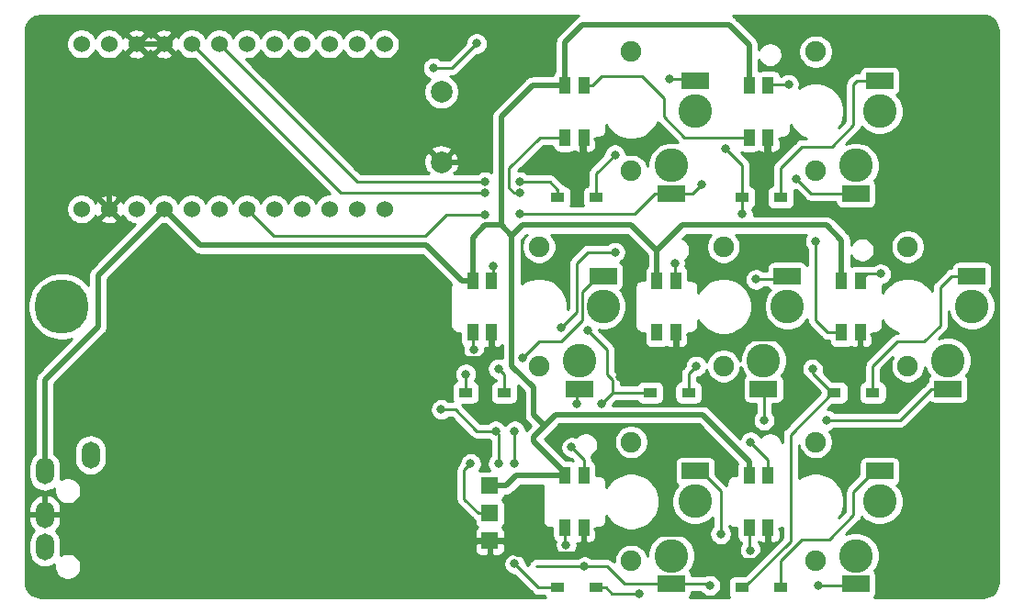
<source format=gbr>
G04 #@! TF.GenerationSoftware,KiCad,Pcbnew,(5.1.5)-3*
G04 #@! TF.CreationDate,2021-03-06T01:46:44+09:00*
G04 #@! TF.ProjectId,Nafuda,4e616675-6461-42e6-9b69-6361645f7063,rev?*
G04 #@! TF.SameCoordinates,Original*
G04 #@! TF.FileFunction,Copper,L2,Bot*
G04 #@! TF.FilePolarity,Positive*
%FSLAX46Y46*%
G04 Gerber Fmt 4.6, Leading zero omitted, Abs format (unit mm)*
G04 Created by KiCad (PCBNEW (5.1.5)-3) date 2021-03-06 01:46:44*
%MOMM*%
%LPD*%
G04 APERTURE LIST*
%ADD10C,1.524000*%
%ADD11C,2.000000*%
%ADD12O,1.700000X2.500000*%
%ADD13C,1.900000*%
%ADD14C,3.100000*%
%ADD15R,2.500000X1.500000*%
%ADD16R,1.300000X0.950000*%
%ADD17R,1.000000X1.600000*%
%ADD18R,1.524000X1.524000*%
%ADD19C,5.000000*%
%ADD20C,0.800000*%
%ADD21C,0.500000*%
%ADD22C,0.250000*%
%ADD23C,0.254000*%
G04 APERTURE END LIST*
D10*
X105822000Y-118513600D03*
X108362000Y-118513600D03*
X110902000Y-118513600D03*
X113442000Y-118513600D03*
X115982000Y-118513600D03*
X118522000Y-118513600D03*
X121062000Y-118513600D03*
X123602000Y-118513600D03*
X126142000Y-118513600D03*
X128682000Y-118513600D03*
X131222000Y-118513600D03*
X133762000Y-118513600D03*
X133762000Y-103293600D03*
X131222000Y-103293600D03*
X128682000Y-103293600D03*
X126142000Y-103293600D03*
X123602000Y-103293600D03*
X121062000Y-103293600D03*
X118522000Y-103293600D03*
X115982000Y-103293600D03*
X113442000Y-103293600D03*
X110902000Y-103293600D03*
X108362000Y-103293600D03*
X105822000Y-103293600D03*
D11*
X139000000Y-107700000D03*
X139000000Y-114200000D03*
D12*
X102450000Y-149700000D03*
X102450000Y-146700000D03*
X102450000Y-142700000D03*
X106650000Y-141200000D03*
D13*
X173500000Y-104000000D03*
X173500000Y-115000000D03*
D14*
X179400000Y-109500000D03*
X177200000Y-114500000D03*
D15*
X179400000Y-106700000D03*
X177200000Y-117100000D03*
D16*
X170275000Y-117450000D03*
X166725000Y-117450000D03*
D17*
X160625000Y-129900000D03*
X158875000Y-129900000D03*
X158875000Y-125100000D03*
X160625000Y-125100000D03*
D13*
X156500000Y-104000000D03*
X156500000Y-115000000D03*
D14*
X162400000Y-109500000D03*
X160200000Y-114500000D03*
D15*
X162400000Y-106700000D03*
X160200000Y-117100000D03*
X185700000Y-135100000D03*
X187900000Y-124700000D03*
D14*
X185700000Y-132500000D03*
X187900000Y-127500000D03*
D13*
X182000000Y-133000000D03*
X182000000Y-122000000D03*
X165000000Y-122000000D03*
X165000000Y-133000000D03*
D14*
X170900000Y-127500000D03*
X168700000Y-132500000D03*
D15*
X170900000Y-124700000D03*
X168700000Y-135100000D03*
X151700000Y-135100000D03*
X153900000Y-124700000D03*
D14*
X151700000Y-132500000D03*
X153900000Y-127500000D03*
D13*
X148000000Y-133000000D03*
X148000000Y-122000000D03*
X173500000Y-140000000D03*
X173500000Y-151000000D03*
D14*
X179400000Y-145500000D03*
X177200000Y-150500000D03*
D15*
X179400000Y-142700000D03*
X177200000Y-153100000D03*
X160200000Y-153100000D03*
X162400000Y-142700000D03*
D14*
X160200000Y-150500000D03*
X162400000Y-145500000D03*
D13*
X156500000Y-151000000D03*
X156500000Y-140000000D03*
D16*
X178775000Y-135450000D03*
X175225000Y-135450000D03*
X166725000Y-153450000D03*
X170275000Y-153450000D03*
X144775000Y-135450000D03*
X141225000Y-135450000D03*
X158225000Y-135450000D03*
X161775000Y-135450000D03*
X153275000Y-117450000D03*
X149725000Y-117450000D03*
X149725000Y-153450000D03*
X153275000Y-153450000D03*
D17*
X169125000Y-147900000D03*
X167375000Y-147900000D03*
X167375000Y-143100000D03*
X169125000Y-143100000D03*
X152125000Y-147900000D03*
X150375000Y-147900000D03*
X150375000Y-143100000D03*
X152125000Y-143100000D03*
X177625000Y-129900000D03*
X175875000Y-129900000D03*
X175875000Y-125100000D03*
X177625000Y-125100000D03*
X169125000Y-107100000D03*
X167375000Y-107100000D03*
X167375000Y-111900000D03*
X169125000Y-111900000D03*
X152125000Y-111900000D03*
X150375000Y-111900000D03*
X150375000Y-107100000D03*
X152125000Y-107100000D03*
X143625000Y-125100000D03*
X141875000Y-125100000D03*
X141875000Y-129900000D03*
X143625000Y-129900000D03*
D18*
X143450000Y-149130000D03*
X143450000Y-146590000D03*
X143450000Y-144050000D03*
D19*
X104000000Y-127500000D03*
D20*
X156500000Y-122500000D03*
X152000000Y-114500000D03*
X169000000Y-114500000D03*
X160000000Y-140500000D03*
X155500000Y-134000000D03*
X142900000Y-114200000D03*
X151000000Y-140500000D03*
X141700000Y-142000000D03*
X143750000Y-123750000D03*
X146250000Y-117000000D03*
X142000000Y-131500000D03*
X155000000Y-122500000D03*
X160500000Y-123500000D03*
X150000000Y-129500000D03*
X173500000Y-121500000D03*
X171000000Y-107000000D03*
X167500000Y-150000000D03*
X179500000Y-124500000D03*
X150500000Y-149500000D03*
X167500000Y-140000000D03*
X163750000Y-153250000D03*
X173750000Y-153250000D03*
X152200000Y-151500000D03*
X138987347Y-137012653D03*
X144000000Y-139000000D03*
X151500000Y-136500000D03*
X174500000Y-138000000D03*
X168750000Y-138000000D03*
X144250000Y-142000000D03*
X171750000Y-115750000D03*
X163000000Y-116250000D03*
X143000000Y-119012653D03*
X146250000Y-119000000D03*
X145750000Y-151250000D03*
X145750000Y-142000000D03*
X145750000Y-139000000D03*
X153750000Y-136500000D03*
X152500000Y-129750000D03*
X143000000Y-115999997D03*
X146250000Y-116000000D03*
X141250000Y-133750000D03*
X143000000Y-117000000D03*
X157250000Y-154000000D03*
X164750000Y-148500000D03*
X155000000Y-113500000D03*
X160000000Y-106500000D03*
X162500000Y-133000000D03*
X168000000Y-125000000D03*
X144250000Y-133250000D03*
X146500000Y-132250000D03*
X173250000Y-133250000D03*
X166750000Y-119000000D03*
X165237347Y-112987347D03*
X142250000Y-103250000D03*
X138250000Y-105500000D03*
D21*
X108500000Y-118651600D02*
X108362000Y-118513600D01*
X110902000Y-103293600D02*
X113442000Y-103293600D01*
X108362000Y-105833600D02*
X108362000Y-118513600D01*
X110902000Y-103293600D02*
X108362000Y-105833600D01*
X113442000Y-103293600D02*
X115235600Y-101500000D01*
X162999999Y-148499999D02*
X165500000Y-151000000D01*
X165500000Y-151000000D02*
X168000000Y-151000000D01*
X169125000Y-149875000D02*
X169125000Y-147900000D01*
X168000000Y-151000000D02*
X169125000Y-149875000D01*
X160000000Y-148499999D02*
X160000000Y-140500000D01*
X160000000Y-148499999D02*
X162999999Y-148499999D01*
X156500000Y-133000000D02*
X159500000Y-133000000D01*
X160625000Y-131875000D02*
X160625000Y-129900000D01*
X159500000Y-133000000D02*
X160625000Y-131875000D01*
X171999999Y-130499999D02*
X174500000Y-133000000D01*
X174500000Y-133000000D02*
X176500000Y-133000000D01*
X177625000Y-131875000D02*
X177625000Y-129900000D01*
X176500000Y-133000000D02*
X177625000Y-131875000D01*
X162624999Y-131875000D02*
X164000000Y-130499999D01*
X160625000Y-131875000D02*
X162624999Y-131875000D01*
X164000000Y-130499999D02*
X171999999Y-130499999D01*
X152125000Y-149875000D02*
X152125000Y-147900000D01*
X154124999Y-149875000D02*
X155500000Y-148499999D01*
X152125000Y-149875000D02*
X154124999Y-149875000D01*
X155500000Y-148499999D02*
X160000000Y-148499999D01*
X156500000Y-133000000D02*
X156500000Y-122500000D01*
X152000000Y-112025000D02*
X152125000Y-111900000D01*
X152000000Y-114500000D02*
X152000000Y-112025000D01*
X169000000Y-112025000D02*
X169125000Y-111900000D01*
X169000000Y-114500000D02*
X169000000Y-112025000D01*
X155500000Y-134000000D02*
X156500000Y-133000000D01*
X139000000Y-114200000D02*
X136000000Y-111200000D01*
X136000000Y-103500000D02*
X134000000Y-101500000D01*
X136000000Y-111200000D02*
X136000000Y-103500000D01*
X115235600Y-101500000D02*
X134000000Y-101500000D01*
X139000000Y-114200000D02*
X142900000Y-114200000D01*
X145981999Y-150399999D02*
X151600001Y-150399999D01*
X144712000Y-149130000D02*
X145981999Y-150399999D01*
X143450000Y-149130000D02*
X144712000Y-149130000D01*
X151950000Y-150050000D02*
X152125000Y-149875000D01*
X151600001Y-150399999D02*
X152125000Y-149875000D01*
X137658000Y-144600000D02*
X137658000Y-138500000D01*
X142188000Y-149130000D02*
X137658000Y-144600000D01*
X143450000Y-149130000D02*
X142188000Y-149130000D01*
X137658000Y-138500000D02*
X137658000Y-139158000D01*
X143625000Y-131375000D02*
X143625000Y-129900000D01*
X142649999Y-132350001D02*
X143625000Y-131375000D01*
X138907999Y-132350001D02*
X142649999Y-132350001D01*
X137658000Y-133600000D02*
X138907999Y-132350001D01*
X137658000Y-138500000D02*
X137658000Y-133600000D01*
D22*
X152125000Y-141625000D02*
X152125000Y-143100000D01*
X151000000Y-140500000D02*
X152125000Y-141625000D01*
X142438000Y-146590000D02*
X141100000Y-145252000D01*
X143450000Y-146590000D02*
X142438000Y-146590000D01*
X141100000Y-145252000D02*
X141100000Y-142600000D01*
X141100000Y-142600000D02*
X141700000Y-142000000D01*
D21*
X150375000Y-142800000D02*
X147500000Y-139925000D01*
X150375000Y-143100000D02*
X150375000Y-142800000D01*
X145500010Y-133000010D02*
X145500010Y-121000010D01*
X147500000Y-135000000D02*
X145500010Y-133000010D01*
X145500010Y-121000010D02*
X144500000Y-120000000D01*
X144500000Y-120000000D02*
X143000000Y-120000000D01*
X141875000Y-121125000D02*
X141875000Y-125100000D01*
X143000000Y-120000000D02*
X141875000Y-121125000D01*
X144500000Y-120000000D02*
X144500000Y-110000000D01*
X147400000Y-107100000D02*
X150375000Y-107100000D01*
X144500000Y-110000000D02*
X147400000Y-107100000D01*
X146500020Y-120000000D02*
X156500000Y-120000000D01*
X145500010Y-121000010D02*
X146500020Y-120000000D01*
X158875000Y-122375000D02*
X158875000Y-125100000D01*
X156500000Y-120000000D02*
X158875000Y-122375000D01*
X150375000Y-107100000D02*
X150375000Y-103125000D01*
X150375000Y-103125000D02*
X152000000Y-101500000D01*
X152000000Y-101500000D02*
X165500000Y-101500000D01*
X167375000Y-103375000D02*
X167375000Y-107100000D01*
X165500000Y-101500000D02*
X167375000Y-103375000D01*
X175875000Y-125100000D02*
X175875000Y-121375000D01*
X175875000Y-121375000D02*
X174500000Y-120000000D01*
X161250000Y-120000000D02*
X158875000Y-122375000D01*
X174500000Y-120000000D02*
X161250000Y-120000000D01*
X148500000Y-138500000D02*
X147500000Y-139500000D01*
X167375000Y-143100000D02*
X167375000Y-141800000D01*
X147500000Y-139925000D02*
X147500000Y-139500000D01*
X147500000Y-137500000D02*
X148500000Y-138500000D01*
X147500000Y-137000000D02*
X147500000Y-137500000D01*
X147500000Y-137000000D02*
X147500000Y-135000000D01*
X167375000Y-141800000D02*
X163075000Y-137500000D01*
X149500000Y-137500000D02*
X148500000Y-138500000D01*
X163075000Y-137500000D02*
X149500000Y-137500000D01*
X102450000Y-142700000D02*
X102450000Y-135550000D01*
X149375000Y-143100000D02*
X150375000Y-143100000D01*
X145908002Y-143100000D02*
X149375000Y-143100000D01*
X144958002Y-144050000D02*
X145908002Y-143100000D01*
X143450000Y-144050000D02*
X144958002Y-144050000D01*
X140875000Y-125100000D02*
X137625000Y-121850000D01*
X141875000Y-125100000D02*
X140875000Y-125100000D01*
X116778400Y-121850000D02*
X113442000Y-118513600D01*
X137625000Y-121850000D02*
X116778400Y-121850000D01*
X107350000Y-124605600D02*
X113442000Y-118513600D01*
X102450000Y-134250000D02*
X107350000Y-129350000D01*
X102450000Y-135550000D02*
X102450000Y-134250000D01*
X107350000Y-129350000D02*
X107350000Y-124605600D01*
D22*
X143500000Y-124975000D02*
X143625000Y-125100000D01*
X150375000Y-111900000D02*
X150375000Y-112200000D01*
X143750000Y-124975000D02*
X143625000Y-125100000D01*
X143750000Y-123750000D02*
X143750000Y-124975000D01*
X145684315Y-117000000D02*
X145250000Y-116565685D01*
X146250000Y-117000000D02*
X145684315Y-117000000D01*
X145250000Y-116565685D02*
X145250000Y-114750000D01*
X148100000Y-111900000D02*
X150375000Y-111900000D01*
X145250000Y-114750000D02*
X148100000Y-111900000D01*
X141875000Y-131375000D02*
X142000000Y-131500000D01*
X151500000Y-123500000D02*
X152000000Y-123000000D01*
X160500000Y-124975000D02*
X160625000Y-125100000D01*
X160500000Y-123500000D02*
X160500000Y-124975000D01*
X141875000Y-129900000D02*
X141875000Y-131375000D01*
X151500000Y-128000000D02*
X151500000Y-125750000D01*
X150000000Y-129500000D02*
X151500000Y-128000000D01*
X151500000Y-125750000D02*
X151500000Y-123500000D01*
X152000000Y-123000000D02*
X152500000Y-122500000D01*
X152500000Y-122500000D02*
X155000000Y-122500000D01*
X152900000Y-107100000D02*
X152125000Y-107100000D01*
X161400000Y-111900000D02*
X159500000Y-110000000D01*
X167375000Y-111900000D02*
X161400000Y-111900000D01*
X159500000Y-110000000D02*
X159500000Y-108250000D01*
X159500000Y-108250000D02*
X157500000Y-106250000D01*
X157500000Y-106250000D02*
X153750000Y-106250000D01*
X153750000Y-106250000D02*
X152900000Y-107100000D01*
X169125000Y-106875000D02*
X169125000Y-107100000D01*
X173500000Y-128780344D02*
X173500000Y-121500000D01*
X175875000Y-129900000D02*
X174619656Y-129900000D01*
X174619656Y-129900000D02*
X173500000Y-128780344D01*
X169225000Y-107000000D02*
X169125000Y-107100000D01*
X171000000Y-107000000D02*
X169225000Y-107000000D01*
X167375000Y-147900000D02*
X167375000Y-149875000D01*
X167375000Y-149875000D02*
X167500000Y-150000000D01*
X178225000Y-124500000D02*
X177625000Y-125100000D01*
X179500000Y-124500000D02*
X178225000Y-124500000D01*
X150375000Y-147900000D02*
X150375000Y-149375000D01*
X150375000Y-149375000D02*
X150500000Y-149500000D01*
X169125000Y-141625000D02*
X169125000Y-143100000D01*
X167500000Y-140000000D02*
X169125000Y-141625000D01*
X160200000Y-153100000D02*
X155850000Y-153100000D01*
X155850000Y-153100000D02*
X154250000Y-151500000D01*
X149186814Y-151500000D02*
X147750000Y-151500000D01*
X160200000Y-153100000D02*
X163600000Y-153100000D01*
X163600000Y-153100000D02*
X163750000Y-153250000D01*
X177050000Y-153250000D02*
X177200000Y-153100000D01*
X173750000Y-153250000D02*
X177050000Y-153250000D01*
X152200000Y-151500000D02*
X149186814Y-151500000D01*
X154250000Y-151500000D02*
X152200000Y-151500000D01*
X151500000Y-135300000D02*
X151700000Y-135100000D01*
X151500000Y-136500000D02*
X151500000Y-135300000D01*
X138987347Y-137012653D02*
X140262653Y-137012653D01*
X142250000Y-139000000D02*
X144000000Y-139000000D01*
X140262653Y-137012653D02*
X142250000Y-139000000D01*
X181300000Y-138000000D02*
X174500000Y-138000000D01*
X185700000Y-135100000D02*
X184200000Y-135100000D01*
X184200000Y-135100000D02*
X181300000Y-138000000D01*
X168750000Y-135150000D02*
X168700000Y-135100000D01*
X168750000Y-138000000D02*
X168750000Y-135150000D01*
X144250000Y-139250000D02*
X144000000Y-139000000D01*
X144250000Y-142000000D02*
X144250000Y-140250000D01*
X144250000Y-141250000D02*
X144250000Y-140250000D01*
X144250000Y-140250000D02*
X144250000Y-139250000D01*
X177200000Y-117100000D02*
X173100000Y-117100000D01*
X173100000Y-117100000D02*
X171750000Y-115750000D01*
X162150000Y-117100000D02*
X160200000Y-117100000D01*
X163000000Y-116250000D02*
X162150000Y-117100000D01*
X156800000Y-119000000D02*
X146250000Y-119000000D01*
X160200000Y-117100000D02*
X158700000Y-117100000D01*
X158700000Y-117100000D02*
X156800000Y-119000000D01*
X139487347Y-119012653D02*
X137500000Y-121000000D01*
X123548400Y-121000000D02*
X121062000Y-118513600D01*
X137500000Y-121000000D02*
X123548400Y-121000000D01*
X143000000Y-119012653D02*
X139487347Y-119012653D01*
X149725000Y-153450000D02*
X147950000Y-153450000D01*
X147950000Y-153450000D02*
X145750000Y-151250000D01*
X145750000Y-142000000D02*
X145750000Y-139000000D01*
X154800000Y-135450000D02*
X158225000Y-135450000D01*
X154800000Y-134300000D02*
X154250000Y-133750000D01*
X154800000Y-135450000D02*
X154800000Y-134300000D01*
X154250000Y-133750000D02*
X154250000Y-131500000D01*
X154250000Y-131500000D02*
X152500000Y-129750000D01*
X118522000Y-103293600D02*
X130753401Y-115525001D01*
X130753401Y-115525001D02*
X130775001Y-115525001D01*
X130775001Y-115525001D02*
X131249997Y-115999997D01*
X131249997Y-115999997D02*
X143000000Y-115999997D01*
X146815685Y-116000000D02*
X146250000Y-116000000D01*
X149000000Y-116000000D02*
X146815685Y-116000000D01*
X149725000Y-116725000D02*
X149000000Y-116000000D01*
X149725000Y-117450000D02*
X149725000Y-116725000D01*
X153750000Y-136500000D02*
X154800000Y-135450000D01*
X141225000Y-135450000D02*
X141225000Y-133775000D01*
X141225000Y-133775000D02*
X141250000Y-133750000D01*
X129688400Y-117000000D02*
X127188400Y-114500000D01*
X143000000Y-117000000D02*
X129688400Y-117000000D01*
X128938400Y-116250000D02*
X127188400Y-114500000D01*
X127188400Y-114500000D02*
X115982000Y-103293600D01*
X154725000Y-154000000D02*
X157250000Y-154000000D01*
X153275000Y-153450000D02*
X154175000Y-153450000D01*
X154175000Y-153450000D02*
X154725000Y-154000000D01*
X162900000Y-142700000D02*
X162400000Y-142700000D01*
X164750000Y-144550000D02*
X162900000Y-142700000D01*
X164750000Y-148500000D02*
X164750000Y-144550000D01*
X153275000Y-117450000D02*
X153275000Y-115225000D01*
X153275000Y-115225000D02*
X155000000Y-113500000D01*
X162200000Y-106500000D02*
X162400000Y-106700000D01*
X160000000Y-106500000D02*
X162200000Y-106500000D01*
X161775000Y-135450000D02*
X161775000Y-133725000D01*
X161775000Y-133725000D02*
X162500000Y-133000000D01*
X170600000Y-125000000D02*
X170900000Y-124700000D01*
X168000000Y-125000000D02*
X170600000Y-125000000D01*
X144775000Y-135450000D02*
X144775000Y-133775000D01*
X144775000Y-133775000D02*
X144250000Y-133250000D01*
X148024999Y-130725001D02*
X146500000Y-132250000D01*
X150000000Y-130725001D02*
X148024999Y-130725001D01*
X151950009Y-128774992D02*
X150000000Y-130725001D01*
X151950009Y-126149991D02*
X151950009Y-128774992D01*
X153400000Y-124700000D02*
X151950009Y-126149991D01*
X153900000Y-124700000D02*
X153400000Y-124700000D01*
X170275000Y-153450000D02*
X170275000Y-150975000D01*
X170275000Y-150975000D02*
X172250000Y-149000000D01*
X172250000Y-149000000D02*
X174750000Y-149000000D01*
X174750000Y-149000000D02*
X177000000Y-146750000D01*
X178900000Y-142700000D02*
X179400000Y-142700000D01*
X177000000Y-144600000D02*
X178900000Y-142700000D01*
X177000000Y-146750000D02*
X177000000Y-144600000D01*
X186050000Y-124700000D02*
X187900000Y-124700000D01*
X178775000Y-135450000D02*
X178775000Y-132975000D01*
X181000000Y-130750000D02*
X183500000Y-130750000D01*
X183500000Y-130750000D02*
X185000000Y-129250000D01*
X185000000Y-129250000D02*
X185000000Y-125750000D01*
X178775000Y-132975000D02*
X181000000Y-130750000D01*
X185000000Y-125750000D02*
X186050000Y-124700000D01*
X170275000Y-117450000D02*
X170275000Y-114725000D01*
X170275000Y-114725000D02*
X172250000Y-112750000D01*
X172250000Y-112750000D02*
X175000000Y-112750000D01*
X175000000Y-112750000D02*
X177000000Y-110750000D01*
X177000000Y-110750000D02*
X177000000Y-107000000D01*
X177300000Y-106700000D02*
X179400000Y-106700000D01*
X177000000Y-107000000D02*
X177300000Y-106700000D01*
X171174999Y-149175001D02*
X171174999Y-139325001D01*
X166725000Y-153450000D02*
X166900000Y-153450000D01*
X166900000Y-153450000D02*
X171174999Y-149175001D01*
X175050000Y-135450000D02*
X175225000Y-135450000D01*
X171174999Y-139325001D02*
X175050000Y-135450000D01*
X175050000Y-135450000D02*
X173250000Y-133650000D01*
X173250000Y-133650000D02*
X173250000Y-133250000D01*
X166750000Y-117475000D02*
X166725000Y-117450000D01*
X166750000Y-119000000D02*
X166750000Y-117475000D01*
X166725000Y-117450000D02*
X166725000Y-114475000D01*
X166725000Y-114475000D02*
X165237347Y-112987347D01*
X142250000Y-103250000D02*
X140000000Y-105500000D01*
X140000000Y-105500000D02*
X138250000Y-105500000D01*
D23*
G36*
X151505941Y-100760589D02*
G01*
X151505939Y-100760590D01*
X151505940Y-100760590D01*
X151404953Y-100843468D01*
X151404951Y-100843470D01*
X151371183Y-100871183D01*
X151343470Y-100904951D01*
X149779951Y-102468471D01*
X149746184Y-102496183D01*
X149718471Y-102529951D01*
X149718468Y-102529954D01*
X149635590Y-102630941D01*
X149553412Y-102784687D01*
X149502805Y-102951510D01*
X149485719Y-103125000D01*
X149490001Y-103168479D01*
X149490000Y-105794498D01*
X149423815Y-105848815D01*
X149344463Y-105945506D01*
X149285498Y-106055820D01*
X149249188Y-106175518D01*
X149245299Y-106215000D01*
X147443465Y-106215000D01*
X147399999Y-106210719D01*
X147356533Y-106215000D01*
X147356523Y-106215000D01*
X147226510Y-106227805D01*
X147059687Y-106278411D01*
X146905941Y-106360589D01*
X146876452Y-106384790D01*
X146804953Y-106443468D01*
X146804951Y-106443470D01*
X146771183Y-106471183D01*
X146743470Y-106504951D01*
X143904951Y-109343471D01*
X143871184Y-109371183D01*
X143843471Y-109404951D01*
X143843468Y-109404954D01*
X143760590Y-109505941D01*
X143678412Y-109659687D01*
X143627805Y-109826510D01*
X143610719Y-110000000D01*
X143615001Y-110043479D01*
X143615000Y-115166143D01*
X143490256Y-115082792D01*
X143301898Y-115004771D01*
X143101939Y-114964997D01*
X142898061Y-114964997D01*
X142698102Y-115004771D01*
X142509744Y-115082792D01*
X142340226Y-115196060D01*
X142296289Y-115239997D01*
X140219605Y-115239997D01*
X140135415Y-115155807D01*
X140399814Y-115060044D01*
X140540704Y-114770429D01*
X140622384Y-114458892D01*
X140641718Y-114137405D01*
X140597961Y-113818325D01*
X140492795Y-113513912D01*
X140399814Y-113339956D01*
X140135413Y-113244192D01*
X139179605Y-114200000D01*
X139193748Y-114214143D01*
X139014143Y-114393748D01*
X139000000Y-114379605D01*
X138985858Y-114393748D01*
X138806253Y-114214143D01*
X138820395Y-114200000D01*
X137864587Y-113244192D01*
X137600186Y-113339956D01*
X137459296Y-113629571D01*
X137377616Y-113941108D01*
X137358282Y-114262595D01*
X137402039Y-114581675D01*
X137507205Y-114886088D01*
X137600186Y-115060044D01*
X137864585Y-115155807D01*
X137780395Y-115239997D01*
X131564798Y-115239997D01*
X131338805Y-115014004D01*
X131315002Y-114985000D01*
X131199277Y-114890027D01*
X131186284Y-114883082D01*
X129367789Y-113064587D01*
X138044192Y-113064587D01*
X139000000Y-114020395D01*
X139955808Y-113064587D01*
X139860044Y-112800186D01*
X139570429Y-112659296D01*
X139258892Y-112577616D01*
X138937405Y-112558282D01*
X138618325Y-112602039D01*
X138313912Y-112707205D01*
X138139956Y-112800186D01*
X138044192Y-113064587D01*
X129367789Y-113064587D01*
X121701263Y-105398061D01*
X137215000Y-105398061D01*
X137215000Y-105601939D01*
X137254774Y-105801898D01*
X137332795Y-105990256D01*
X137446063Y-106159774D01*
X137590226Y-106303937D01*
X137759744Y-106417205D01*
X137908810Y-106478951D01*
X137730013Y-106657748D01*
X137551082Y-106925537D01*
X137427832Y-107223088D01*
X137365000Y-107538967D01*
X137365000Y-107861033D01*
X137427832Y-108176912D01*
X137551082Y-108474463D01*
X137730013Y-108742252D01*
X137957748Y-108969987D01*
X138225537Y-109148918D01*
X138523088Y-109272168D01*
X138838967Y-109335000D01*
X139161033Y-109335000D01*
X139476912Y-109272168D01*
X139774463Y-109148918D01*
X140042252Y-108969987D01*
X140269987Y-108742252D01*
X140448918Y-108474463D01*
X140572168Y-108176912D01*
X140635000Y-107861033D01*
X140635000Y-107538967D01*
X140572168Y-107223088D01*
X140448918Y-106925537D01*
X140269987Y-106657748D01*
X140042252Y-106430013D01*
X139787810Y-106260000D01*
X139962678Y-106260000D01*
X140000000Y-106263676D01*
X140037322Y-106260000D01*
X140037333Y-106260000D01*
X140148986Y-106249003D01*
X140292247Y-106205546D01*
X140424276Y-106134974D01*
X140540001Y-106040001D01*
X140563804Y-106010997D01*
X142289802Y-104285000D01*
X142351939Y-104285000D01*
X142551898Y-104245226D01*
X142740256Y-104167205D01*
X142909774Y-104053937D01*
X143053937Y-103909774D01*
X143167205Y-103740256D01*
X143245226Y-103551898D01*
X143285000Y-103351939D01*
X143285000Y-103148061D01*
X143245226Y-102948102D01*
X143167205Y-102759744D01*
X143053937Y-102590226D01*
X142909774Y-102446063D01*
X142740256Y-102332795D01*
X142551898Y-102254774D01*
X142351939Y-102215000D01*
X142148061Y-102215000D01*
X141948102Y-102254774D01*
X141759744Y-102332795D01*
X141590226Y-102446063D01*
X141446063Y-102590226D01*
X141332795Y-102759744D01*
X141254774Y-102948102D01*
X141215000Y-103148061D01*
X141215000Y-103210198D01*
X139685199Y-104740000D01*
X138953711Y-104740000D01*
X138909774Y-104696063D01*
X138740256Y-104582795D01*
X138551898Y-104504774D01*
X138351939Y-104465000D01*
X138148061Y-104465000D01*
X137948102Y-104504774D01*
X137759744Y-104582795D01*
X137590226Y-104696063D01*
X137446063Y-104840226D01*
X137332795Y-105009744D01*
X137254774Y-105198102D01*
X137215000Y-105398061D01*
X121701263Y-105398061D01*
X120993801Y-104690600D01*
X121199592Y-104690600D01*
X121469490Y-104636914D01*
X121723727Y-104531605D01*
X121952535Y-104378720D01*
X122147120Y-104184135D01*
X122300005Y-103955327D01*
X122332000Y-103878085D01*
X122363995Y-103955327D01*
X122516880Y-104184135D01*
X122711465Y-104378720D01*
X122940273Y-104531605D01*
X123194510Y-104636914D01*
X123464408Y-104690600D01*
X123739592Y-104690600D01*
X124009490Y-104636914D01*
X124263727Y-104531605D01*
X124492535Y-104378720D01*
X124687120Y-104184135D01*
X124840005Y-103955327D01*
X124872000Y-103878085D01*
X124903995Y-103955327D01*
X125056880Y-104184135D01*
X125251465Y-104378720D01*
X125480273Y-104531605D01*
X125734510Y-104636914D01*
X126004408Y-104690600D01*
X126279592Y-104690600D01*
X126549490Y-104636914D01*
X126803727Y-104531605D01*
X127032535Y-104378720D01*
X127227120Y-104184135D01*
X127380005Y-103955327D01*
X127412000Y-103878085D01*
X127443995Y-103955327D01*
X127596880Y-104184135D01*
X127791465Y-104378720D01*
X128020273Y-104531605D01*
X128274510Y-104636914D01*
X128544408Y-104690600D01*
X128819592Y-104690600D01*
X129089490Y-104636914D01*
X129343727Y-104531605D01*
X129572535Y-104378720D01*
X129767120Y-104184135D01*
X129920005Y-103955327D01*
X129952000Y-103878085D01*
X129983995Y-103955327D01*
X130136880Y-104184135D01*
X130331465Y-104378720D01*
X130560273Y-104531605D01*
X130814510Y-104636914D01*
X131084408Y-104690600D01*
X131359592Y-104690600D01*
X131629490Y-104636914D01*
X131883727Y-104531605D01*
X132112535Y-104378720D01*
X132307120Y-104184135D01*
X132460005Y-103955327D01*
X132492000Y-103878085D01*
X132523995Y-103955327D01*
X132676880Y-104184135D01*
X132871465Y-104378720D01*
X133100273Y-104531605D01*
X133354510Y-104636914D01*
X133624408Y-104690600D01*
X133899592Y-104690600D01*
X134169490Y-104636914D01*
X134423727Y-104531605D01*
X134652535Y-104378720D01*
X134847120Y-104184135D01*
X135000005Y-103955327D01*
X135105314Y-103701090D01*
X135159000Y-103431192D01*
X135159000Y-103156008D01*
X135105314Y-102886110D01*
X135000005Y-102631873D01*
X134847120Y-102403065D01*
X134652535Y-102208480D01*
X134423727Y-102055595D01*
X134169490Y-101950286D01*
X133899592Y-101896600D01*
X133624408Y-101896600D01*
X133354510Y-101950286D01*
X133100273Y-102055595D01*
X132871465Y-102208480D01*
X132676880Y-102403065D01*
X132523995Y-102631873D01*
X132492000Y-102709115D01*
X132460005Y-102631873D01*
X132307120Y-102403065D01*
X132112535Y-102208480D01*
X131883727Y-102055595D01*
X131629490Y-101950286D01*
X131359592Y-101896600D01*
X131084408Y-101896600D01*
X130814510Y-101950286D01*
X130560273Y-102055595D01*
X130331465Y-102208480D01*
X130136880Y-102403065D01*
X129983995Y-102631873D01*
X129952000Y-102709115D01*
X129920005Y-102631873D01*
X129767120Y-102403065D01*
X129572535Y-102208480D01*
X129343727Y-102055595D01*
X129089490Y-101950286D01*
X128819592Y-101896600D01*
X128544408Y-101896600D01*
X128274510Y-101950286D01*
X128020273Y-102055595D01*
X127791465Y-102208480D01*
X127596880Y-102403065D01*
X127443995Y-102631873D01*
X127412000Y-102709115D01*
X127380005Y-102631873D01*
X127227120Y-102403065D01*
X127032535Y-102208480D01*
X126803727Y-102055595D01*
X126549490Y-101950286D01*
X126279592Y-101896600D01*
X126004408Y-101896600D01*
X125734510Y-101950286D01*
X125480273Y-102055595D01*
X125251465Y-102208480D01*
X125056880Y-102403065D01*
X124903995Y-102631873D01*
X124872000Y-102709115D01*
X124840005Y-102631873D01*
X124687120Y-102403065D01*
X124492535Y-102208480D01*
X124263727Y-102055595D01*
X124009490Y-101950286D01*
X123739592Y-101896600D01*
X123464408Y-101896600D01*
X123194510Y-101950286D01*
X122940273Y-102055595D01*
X122711465Y-102208480D01*
X122516880Y-102403065D01*
X122363995Y-102631873D01*
X122332000Y-102709115D01*
X122300005Y-102631873D01*
X122147120Y-102403065D01*
X121952535Y-102208480D01*
X121723727Y-102055595D01*
X121469490Y-101950286D01*
X121199592Y-101896600D01*
X120924408Y-101896600D01*
X120654510Y-101950286D01*
X120400273Y-102055595D01*
X120171465Y-102208480D01*
X119976880Y-102403065D01*
X119823995Y-102631873D01*
X119792000Y-102709115D01*
X119760005Y-102631873D01*
X119607120Y-102403065D01*
X119412535Y-102208480D01*
X119183727Y-102055595D01*
X118929490Y-101950286D01*
X118659592Y-101896600D01*
X118384408Y-101896600D01*
X118114510Y-101950286D01*
X117860273Y-102055595D01*
X117631465Y-102208480D01*
X117436880Y-102403065D01*
X117283995Y-102631873D01*
X117252000Y-102709115D01*
X117220005Y-102631873D01*
X117067120Y-102403065D01*
X116872535Y-102208480D01*
X116643727Y-102055595D01*
X116389490Y-101950286D01*
X116119592Y-101896600D01*
X115844408Y-101896600D01*
X115574510Y-101950286D01*
X115320273Y-102055595D01*
X115091465Y-102208480D01*
X114896880Y-102403065D01*
X114743995Y-102631873D01*
X114714308Y-102703543D01*
X114709636Y-102690577D01*
X114647656Y-102574620D01*
X114407565Y-102507640D01*
X113621605Y-103293600D01*
X114407565Y-104079560D01*
X114647656Y-104012580D01*
X114711485Y-103876840D01*
X114743995Y-103955327D01*
X114896880Y-104184135D01*
X115091465Y-104378720D01*
X115320273Y-104531605D01*
X115574510Y-104636914D01*
X115844408Y-104690600D01*
X116119592Y-104690600D01*
X116273571Y-104659972D01*
X126677397Y-115063799D01*
X126677402Y-115063803D01*
X127898600Y-116285001D01*
X128730198Y-117116600D01*
X128544408Y-117116600D01*
X128274510Y-117170286D01*
X128020273Y-117275595D01*
X127791465Y-117428480D01*
X127596880Y-117623065D01*
X127443995Y-117851873D01*
X127412000Y-117929115D01*
X127380005Y-117851873D01*
X127227120Y-117623065D01*
X127032535Y-117428480D01*
X126803727Y-117275595D01*
X126549490Y-117170286D01*
X126279592Y-117116600D01*
X126004408Y-117116600D01*
X125734510Y-117170286D01*
X125480273Y-117275595D01*
X125251465Y-117428480D01*
X125056880Y-117623065D01*
X124903995Y-117851873D01*
X124872000Y-117929115D01*
X124840005Y-117851873D01*
X124687120Y-117623065D01*
X124492535Y-117428480D01*
X124263727Y-117275595D01*
X124009490Y-117170286D01*
X123739592Y-117116600D01*
X123464408Y-117116600D01*
X123194510Y-117170286D01*
X122940273Y-117275595D01*
X122711465Y-117428480D01*
X122516880Y-117623065D01*
X122363995Y-117851873D01*
X122332000Y-117929115D01*
X122300005Y-117851873D01*
X122147120Y-117623065D01*
X121952535Y-117428480D01*
X121723727Y-117275595D01*
X121469490Y-117170286D01*
X121199592Y-117116600D01*
X120924408Y-117116600D01*
X120654510Y-117170286D01*
X120400273Y-117275595D01*
X120171465Y-117428480D01*
X119976880Y-117623065D01*
X119823995Y-117851873D01*
X119792000Y-117929115D01*
X119760005Y-117851873D01*
X119607120Y-117623065D01*
X119412535Y-117428480D01*
X119183727Y-117275595D01*
X118929490Y-117170286D01*
X118659592Y-117116600D01*
X118384408Y-117116600D01*
X118114510Y-117170286D01*
X117860273Y-117275595D01*
X117631465Y-117428480D01*
X117436880Y-117623065D01*
X117283995Y-117851873D01*
X117252000Y-117929115D01*
X117220005Y-117851873D01*
X117067120Y-117623065D01*
X116872535Y-117428480D01*
X116643727Y-117275595D01*
X116389490Y-117170286D01*
X116119592Y-117116600D01*
X115844408Y-117116600D01*
X115574510Y-117170286D01*
X115320273Y-117275595D01*
X115091465Y-117428480D01*
X114896880Y-117623065D01*
X114743995Y-117851873D01*
X114712000Y-117929115D01*
X114680005Y-117851873D01*
X114527120Y-117623065D01*
X114332535Y-117428480D01*
X114103727Y-117275595D01*
X113849490Y-117170286D01*
X113579592Y-117116600D01*
X113304408Y-117116600D01*
X113034510Y-117170286D01*
X112780273Y-117275595D01*
X112551465Y-117428480D01*
X112356880Y-117623065D01*
X112203995Y-117851873D01*
X112172000Y-117929115D01*
X112140005Y-117851873D01*
X111987120Y-117623065D01*
X111792535Y-117428480D01*
X111563727Y-117275595D01*
X111309490Y-117170286D01*
X111039592Y-117116600D01*
X110764408Y-117116600D01*
X110494510Y-117170286D01*
X110240273Y-117275595D01*
X110011465Y-117428480D01*
X109816880Y-117623065D01*
X109663995Y-117851873D01*
X109634308Y-117923543D01*
X109629636Y-117910577D01*
X109567656Y-117794620D01*
X109327565Y-117727640D01*
X108541605Y-118513600D01*
X109327565Y-119299560D01*
X109567656Y-119232580D01*
X109631485Y-119096840D01*
X109663995Y-119175327D01*
X109816880Y-119404135D01*
X110011465Y-119598720D01*
X110240273Y-119751605D01*
X110494510Y-119856914D01*
X110764408Y-119910600D01*
X110793421Y-119910600D01*
X106754952Y-123949070D01*
X106721184Y-123976783D01*
X106693471Y-124010551D01*
X106693468Y-124010554D01*
X106610590Y-124111541D01*
X106528412Y-124265287D01*
X106477805Y-124432110D01*
X106460719Y-124605600D01*
X106465001Y-124649079D01*
X106465001Y-125546283D01*
X106435114Y-125501554D01*
X105998446Y-125064886D01*
X105484979Y-124721799D01*
X104914446Y-124485476D01*
X104308771Y-124365000D01*
X103691229Y-124365000D01*
X103085554Y-124485476D01*
X102515021Y-124721799D01*
X102001554Y-125064886D01*
X101564886Y-125501554D01*
X101221799Y-126015021D01*
X100985476Y-126585554D01*
X100865000Y-127191229D01*
X100865000Y-127808771D01*
X100985476Y-128414446D01*
X101221799Y-128984979D01*
X101564886Y-129498446D01*
X102001554Y-129935114D01*
X102515021Y-130278201D01*
X103085554Y-130514524D01*
X103691229Y-130635000D01*
X104308771Y-130635000D01*
X104914446Y-130514524D01*
X104947652Y-130500770D01*
X101854952Y-133593470D01*
X101821184Y-133621183D01*
X101793471Y-133654951D01*
X101793468Y-133654954D01*
X101710590Y-133755941D01*
X101628412Y-133909687D01*
X101577805Y-134076510D01*
X101560719Y-134250000D01*
X101565001Y-134293478D01*
X101565000Y-135593476D01*
X101565001Y-135593486D01*
X101565000Y-141105241D01*
X101394866Y-141244866D01*
X101209294Y-141470986D01*
X101071401Y-141728966D01*
X100986487Y-142008889D01*
X100965000Y-142227050D01*
X100965000Y-143172949D01*
X100986487Y-143391110D01*
X101071401Y-143671033D01*
X101209294Y-143929013D01*
X101394866Y-144155134D01*
X101620986Y-144340706D01*
X101878966Y-144478599D01*
X102158889Y-144563513D01*
X102450000Y-144592185D01*
X102741110Y-144563513D01*
X103021033Y-144478599D01*
X103279013Y-144340706D01*
X103330972Y-144298064D01*
X103315000Y-144378363D01*
X103315000Y-144621637D01*
X103362460Y-144860236D01*
X103455557Y-145084992D01*
X103590713Y-145287267D01*
X103762733Y-145459287D01*
X103965008Y-145594443D01*
X104189764Y-145687540D01*
X104428363Y-145735000D01*
X104671637Y-145735000D01*
X104910236Y-145687540D01*
X105134992Y-145594443D01*
X105337267Y-145459287D01*
X105509287Y-145287267D01*
X105644443Y-145084992D01*
X105737540Y-144860236D01*
X105785000Y-144621637D01*
X105785000Y-144378363D01*
X105737540Y-144139764D01*
X105644443Y-143915008D01*
X105509287Y-143712733D01*
X105337267Y-143540713D01*
X105134992Y-143405557D01*
X104910236Y-143312460D01*
X104671637Y-143265000D01*
X104428363Y-143265000D01*
X104189764Y-143312460D01*
X103965008Y-143405557D01*
X103894926Y-143452384D01*
X103913513Y-143391111D01*
X103935000Y-143172950D01*
X103935000Y-142227051D01*
X103913513Y-142008889D01*
X103828599Y-141728966D01*
X103690706Y-141470986D01*
X103505134Y-141244866D01*
X103335000Y-141105241D01*
X103335000Y-140727050D01*
X105165000Y-140727050D01*
X105165000Y-141672949D01*
X105186487Y-141891110D01*
X105271401Y-142171033D01*
X105409294Y-142429013D01*
X105594866Y-142655134D01*
X105820986Y-142840706D01*
X106078966Y-142978599D01*
X106358889Y-143063513D01*
X106650000Y-143092185D01*
X106941110Y-143063513D01*
X107221033Y-142978599D01*
X107479013Y-142840706D01*
X107705134Y-142655134D01*
X107890706Y-142429014D01*
X108028599Y-142171034D01*
X108113513Y-141891111D01*
X108135000Y-141672950D01*
X108135000Y-140727051D01*
X108113513Y-140508889D01*
X108028599Y-140228966D01*
X107890706Y-139970986D01*
X107705134Y-139744866D01*
X107479014Y-139559294D01*
X107221034Y-139421401D01*
X106941111Y-139336487D01*
X106650000Y-139307815D01*
X106358890Y-139336487D01*
X106078967Y-139421401D01*
X105820987Y-139559294D01*
X105594866Y-139744866D01*
X105409294Y-139970986D01*
X105271401Y-140228966D01*
X105186487Y-140508889D01*
X105165000Y-140727050D01*
X103335000Y-140727050D01*
X103335000Y-134616578D01*
X107945051Y-130006528D01*
X107978817Y-129978817D01*
X108012058Y-129938314D01*
X108089410Y-129844060D01*
X108089411Y-129844059D01*
X108171589Y-129690313D01*
X108222195Y-129523490D01*
X108235000Y-129393477D01*
X108235000Y-129393467D01*
X108239281Y-129350001D01*
X108235000Y-129306535D01*
X108235000Y-124972178D01*
X113297878Y-119909301D01*
X113304408Y-119910600D01*
X113579592Y-119910600D01*
X113586123Y-119909301D01*
X116121870Y-122445049D01*
X116149583Y-122478817D01*
X116183351Y-122506530D01*
X116183353Y-122506532D01*
X116234478Y-122548489D01*
X116284341Y-122589411D01*
X116438087Y-122671589D01*
X116604910Y-122722195D01*
X116734923Y-122735000D01*
X116734933Y-122735000D01*
X116778399Y-122739281D01*
X116821865Y-122735000D01*
X137258422Y-122735000D01*
X139914914Y-125391492D01*
X139864081Y-125486594D01*
X139824912Y-125615717D01*
X139811686Y-125750000D01*
X139815001Y-125783657D01*
X139815000Y-129216353D01*
X139811686Y-129250000D01*
X139824912Y-129384283D01*
X139864081Y-129513406D01*
X139927688Y-129632407D01*
X140013289Y-129736711D01*
X140080958Y-129792246D01*
X140117593Y-129822312D01*
X140236594Y-129885919D01*
X140365717Y-129925088D01*
X140500000Y-129938314D01*
X140533647Y-129935000D01*
X140736928Y-129935000D01*
X140736928Y-130700000D01*
X140749188Y-130824482D01*
X140785498Y-130944180D01*
X140844463Y-131054494D01*
X140923815Y-131151185D01*
X141001435Y-131214886D01*
X140965000Y-131398061D01*
X140965000Y-131601939D01*
X141004774Y-131801898D01*
X141082795Y-131990256D01*
X141196063Y-132159774D01*
X141340226Y-132303937D01*
X141509744Y-132417205D01*
X141698102Y-132495226D01*
X141898061Y-132535000D01*
X142101939Y-132535000D01*
X142301898Y-132495226D01*
X142490256Y-132417205D01*
X142659774Y-132303937D01*
X142803937Y-132159774D01*
X142917205Y-131990256D01*
X142995226Y-131801898D01*
X143035000Y-131601939D01*
X143035000Y-131398061D01*
X143021031Y-131327832D01*
X143125000Y-131338072D01*
X143339250Y-131335000D01*
X143498000Y-131176250D01*
X143498000Y-130027000D01*
X143478000Y-130027000D01*
X143478000Y-129935000D01*
X143772000Y-129935000D01*
X143772000Y-130027000D01*
X143752000Y-130027000D01*
X143752000Y-131176250D01*
X143910750Y-131335000D01*
X144125000Y-131338072D01*
X144249482Y-131325812D01*
X144369180Y-131289502D01*
X144479494Y-131230537D01*
X144576185Y-131151185D01*
X144615010Y-131103876D01*
X144615010Y-132280916D01*
X144551898Y-132254774D01*
X144351939Y-132215000D01*
X144148061Y-132215000D01*
X143948102Y-132254774D01*
X143759744Y-132332795D01*
X143590226Y-132446063D01*
X143446063Y-132590226D01*
X143332795Y-132759744D01*
X143254774Y-132948102D01*
X143215000Y-133148061D01*
X143215000Y-133351939D01*
X143254774Y-133551898D01*
X143332795Y-133740256D01*
X143446063Y-133909774D01*
X143590226Y-134053937D01*
X143759744Y-134167205D01*
X143948102Y-134245226D01*
X144015001Y-134258533D01*
X144015001Y-134347762D01*
X144000518Y-134349188D01*
X143880820Y-134385498D01*
X143770506Y-134444463D01*
X143673815Y-134523815D01*
X143594463Y-134620506D01*
X143535498Y-134730820D01*
X143499188Y-134850518D01*
X143486928Y-134975000D01*
X143486928Y-135925000D01*
X143499188Y-136049482D01*
X143535498Y-136169180D01*
X143594463Y-136279494D01*
X143673815Y-136376185D01*
X143770506Y-136455537D01*
X143880820Y-136514502D01*
X144000518Y-136550812D01*
X144125000Y-136563072D01*
X145425000Y-136563072D01*
X145549482Y-136550812D01*
X145669180Y-136514502D01*
X145779494Y-136455537D01*
X145876185Y-136376185D01*
X145955537Y-136279494D01*
X146014502Y-136169180D01*
X146050812Y-136049482D01*
X146063072Y-135925000D01*
X146063072Y-134975000D01*
X146050812Y-134850518D01*
X146029856Y-134781434D01*
X146615001Y-135366580D01*
X146615000Y-136956523D01*
X146615000Y-137456531D01*
X146610719Y-137500000D01*
X146615000Y-137543469D01*
X146615000Y-137543477D01*
X146627805Y-137673490D01*
X146678411Y-137840313D01*
X146726274Y-137929858D01*
X146760590Y-137994059D01*
X146843468Y-138095046D01*
X146843469Y-138095047D01*
X146871184Y-138128817D01*
X146904951Y-138156529D01*
X147248422Y-138500000D01*
X146904951Y-138843471D01*
X146871184Y-138871183D01*
X146785000Y-138976197D01*
X146785000Y-138898061D01*
X146745226Y-138698102D01*
X146667205Y-138509744D01*
X146553937Y-138340226D01*
X146409774Y-138196063D01*
X146240256Y-138082795D01*
X146051898Y-138004774D01*
X145851939Y-137965000D01*
X145648061Y-137965000D01*
X145448102Y-138004774D01*
X145259744Y-138082795D01*
X145090226Y-138196063D01*
X144946063Y-138340226D01*
X144875000Y-138446580D01*
X144803937Y-138340226D01*
X144659774Y-138196063D01*
X144490256Y-138082795D01*
X144301898Y-138004774D01*
X144101939Y-137965000D01*
X143898061Y-137965000D01*
X143698102Y-138004774D01*
X143509744Y-138082795D01*
X143340226Y-138196063D01*
X143296289Y-138240000D01*
X142564802Y-138240000D01*
X140887873Y-136563072D01*
X141875000Y-136563072D01*
X141999482Y-136550812D01*
X142119180Y-136514502D01*
X142229494Y-136455537D01*
X142326185Y-136376185D01*
X142405537Y-136279494D01*
X142464502Y-136169180D01*
X142500812Y-136049482D01*
X142513072Y-135925000D01*
X142513072Y-134975000D01*
X142500812Y-134850518D01*
X142464502Y-134730820D01*
X142405537Y-134620506D01*
X142326185Y-134523815D01*
X142229494Y-134444463D01*
X142119180Y-134385498D01*
X142078419Y-134373133D01*
X142167205Y-134240256D01*
X142245226Y-134051898D01*
X142285000Y-133851939D01*
X142285000Y-133648061D01*
X142245226Y-133448102D01*
X142167205Y-133259744D01*
X142053937Y-133090226D01*
X141909774Y-132946063D01*
X141740256Y-132832795D01*
X141551898Y-132754774D01*
X141351939Y-132715000D01*
X141148061Y-132715000D01*
X140948102Y-132754774D01*
X140759744Y-132832795D01*
X140590226Y-132946063D01*
X140446063Y-133090226D01*
X140332795Y-133259744D01*
X140254774Y-133448102D01*
X140215000Y-133648061D01*
X140215000Y-133851939D01*
X140254774Y-134051898D01*
X140332795Y-134240256D01*
X140413154Y-134360522D01*
X140330820Y-134385498D01*
X140220506Y-134444463D01*
X140123815Y-134523815D01*
X140044463Y-134620506D01*
X139985498Y-134730820D01*
X139949188Y-134850518D01*
X139936928Y-134975000D01*
X139936928Y-135925000D01*
X139949188Y-136049482D01*
X139985498Y-136169180D01*
X140030116Y-136252653D01*
X139691058Y-136252653D01*
X139647121Y-136208716D01*
X139477603Y-136095448D01*
X139289245Y-136017427D01*
X139089286Y-135977653D01*
X138885408Y-135977653D01*
X138685449Y-136017427D01*
X138497091Y-136095448D01*
X138327573Y-136208716D01*
X138183410Y-136352879D01*
X138070142Y-136522397D01*
X137992121Y-136710755D01*
X137952347Y-136910714D01*
X137952347Y-137114592D01*
X137992121Y-137314551D01*
X138070142Y-137502909D01*
X138183410Y-137672427D01*
X138327573Y-137816590D01*
X138497091Y-137929858D01*
X138685449Y-138007879D01*
X138885408Y-138047653D01*
X139089286Y-138047653D01*
X139289245Y-138007879D01*
X139477603Y-137929858D01*
X139647121Y-137816590D01*
X139691058Y-137772653D01*
X139947852Y-137772653D01*
X141686200Y-139511002D01*
X141709999Y-139540001D01*
X141738997Y-139563799D01*
X141825723Y-139634974D01*
X141940012Y-139696063D01*
X141957753Y-139705546D01*
X142101014Y-139749003D01*
X142212667Y-139760000D01*
X142212676Y-139760000D01*
X142249999Y-139763676D01*
X142287322Y-139760000D01*
X143296289Y-139760000D01*
X143340226Y-139803937D01*
X143490000Y-139904013D01*
X143490000Y-140287332D01*
X143490001Y-140287341D01*
X143490001Y-141113997D01*
X143490000Y-141296289D01*
X143446063Y-141340226D01*
X143332795Y-141509744D01*
X143254774Y-141698102D01*
X143215000Y-141898061D01*
X143215000Y-142101939D01*
X143254774Y-142301898D01*
X143332795Y-142490256D01*
X143439484Y-142649928D01*
X142688000Y-142649928D01*
X142563518Y-142662188D01*
X142474528Y-142689183D01*
X142503937Y-142659774D01*
X142617205Y-142490256D01*
X142695226Y-142301898D01*
X142735000Y-142101939D01*
X142735000Y-141898061D01*
X142695226Y-141698102D01*
X142617205Y-141509744D01*
X142503937Y-141340226D01*
X142359774Y-141196063D01*
X142190256Y-141082795D01*
X142001898Y-141004774D01*
X141801939Y-140965000D01*
X141598061Y-140965000D01*
X141398102Y-141004774D01*
X141209744Y-141082795D01*
X141040226Y-141196063D01*
X140896063Y-141340226D01*
X140782795Y-141509744D01*
X140704774Y-141698102D01*
X140665000Y-141898061D01*
X140665000Y-141960199D01*
X140588998Y-142036201D01*
X140560000Y-142059999D01*
X140536202Y-142088997D01*
X140536201Y-142088998D01*
X140465026Y-142175724D01*
X140394454Y-142307754D01*
X140374359Y-142374002D01*
X140359109Y-142424277D01*
X140350998Y-142451015D01*
X140336324Y-142600000D01*
X140340001Y-142637332D01*
X140340000Y-145214677D01*
X140336324Y-145252000D01*
X140340000Y-145289322D01*
X140340000Y-145289332D01*
X140350997Y-145400985D01*
X140372996Y-145473506D01*
X140394454Y-145544246D01*
X140465026Y-145676276D01*
X140496974Y-145715204D01*
X140559999Y-145792001D01*
X140589003Y-145815804D01*
X141874201Y-147101003D01*
X141897999Y-147130001D01*
X142013724Y-147224974D01*
X142049928Y-147244326D01*
X142049928Y-147352000D01*
X142062188Y-147476482D01*
X142098498Y-147596180D01*
X142157463Y-147706494D01*
X142236815Y-147803185D01*
X142306044Y-147860000D01*
X142236815Y-147916815D01*
X142157463Y-148013506D01*
X142098498Y-148123820D01*
X142062188Y-148243518D01*
X142049928Y-148368000D01*
X142053000Y-148844250D01*
X142211750Y-149003000D01*
X143323000Y-149003000D01*
X143323000Y-148983000D01*
X143577000Y-148983000D01*
X143577000Y-149003000D01*
X144688250Y-149003000D01*
X144847000Y-148844250D01*
X144850072Y-148368000D01*
X144837812Y-148243518D01*
X144801502Y-148123820D01*
X144742537Y-148013506D01*
X144663185Y-147916815D01*
X144593956Y-147860000D01*
X144663185Y-147803185D01*
X144742537Y-147706494D01*
X144801502Y-147596180D01*
X144837812Y-147476482D01*
X144850072Y-147352000D01*
X144850072Y-145828000D01*
X144837812Y-145703518D01*
X144801502Y-145583820D01*
X144742537Y-145473506D01*
X144663185Y-145376815D01*
X144593956Y-145320000D01*
X144663185Y-145263185D01*
X144742537Y-145166494D01*
X144801502Y-145056180D01*
X144837812Y-144936482D01*
X144837958Y-144935000D01*
X144914533Y-144935000D01*
X144958002Y-144939281D01*
X145001471Y-144935000D01*
X145001479Y-144935000D01*
X145131492Y-144922195D01*
X145298315Y-144871589D01*
X145452061Y-144789411D01*
X145586819Y-144678817D01*
X145614536Y-144645044D01*
X146274581Y-143985000D01*
X148315001Y-143985000D01*
X148315000Y-147216353D01*
X148311686Y-147250000D01*
X148324912Y-147384283D01*
X148364081Y-147513406D01*
X148427688Y-147632407D01*
X148513289Y-147736711D01*
X148572882Y-147785618D01*
X148617593Y-147822312D01*
X148736594Y-147885919D01*
X148865717Y-147925088D01*
X149000000Y-147938314D01*
X149033647Y-147935000D01*
X149236928Y-147935000D01*
X149236928Y-148700000D01*
X149249188Y-148824482D01*
X149285498Y-148944180D01*
X149344463Y-149054494D01*
X149423815Y-149151185D01*
X149501435Y-149214886D01*
X149465000Y-149398061D01*
X149465000Y-149601939D01*
X149504774Y-149801898D01*
X149582795Y-149990256D01*
X149696063Y-150159774D01*
X149840226Y-150303937D01*
X150009744Y-150417205D01*
X150198102Y-150495226D01*
X150398061Y-150535000D01*
X150601939Y-150535000D01*
X150801898Y-150495226D01*
X150990256Y-150417205D01*
X151159774Y-150303937D01*
X151303937Y-150159774D01*
X151417205Y-149990256D01*
X151495226Y-149801898D01*
X151535000Y-149601939D01*
X151535000Y-149398061D01*
X151521031Y-149327832D01*
X151625000Y-149338072D01*
X151839250Y-149335000D01*
X151998000Y-149176250D01*
X151998000Y-148027000D01*
X151978000Y-148027000D01*
X151978000Y-147935000D01*
X152272000Y-147935000D01*
X152272000Y-148027000D01*
X152252000Y-148027000D01*
X152252000Y-149176250D01*
X152410750Y-149335000D01*
X152625000Y-149338072D01*
X152749482Y-149325812D01*
X152869180Y-149289502D01*
X152979494Y-149230537D01*
X153076185Y-149151185D01*
X153155537Y-149054494D01*
X153214502Y-148944180D01*
X153250812Y-148824482D01*
X153263072Y-148700000D01*
X153260000Y-148185750D01*
X153101252Y-148027002D01*
X153260000Y-148027002D01*
X153260000Y-147935000D01*
X153466353Y-147935000D01*
X153500000Y-147938314D01*
X153634283Y-147925088D01*
X153763406Y-147885919D01*
X153882407Y-147822312D01*
X153986711Y-147736711D01*
X154072312Y-147632407D01*
X154135919Y-147513406D01*
X154175088Y-147384283D01*
X154185000Y-147283647D01*
X154185000Y-147283646D01*
X154188314Y-147250000D01*
X154185000Y-147216353D01*
X154185000Y-146778233D01*
X154453262Y-147179715D01*
X154820285Y-147546738D01*
X155251859Y-147835107D01*
X155731399Y-148033739D01*
X156240475Y-148135000D01*
X156759525Y-148135000D01*
X157268601Y-148033739D01*
X157748141Y-147835107D01*
X158179715Y-147546738D01*
X158546738Y-147179715D01*
X158835107Y-146748141D01*
X159033739Y-146268601D01*
X159135000Y-145759525D01*
X159135000Y-145240475D01*
X159033739Y-144731399D01*
X158835107Y-144251859D01*
X158546738Y-143820285D01*
X158179715Y-143453262D01*
X157748141Y-143164893D01*
X157268601Y-142966261D01*
X156759525Y-142865000D01*
X156240475Y-142865000D01*
X155731399Y-142966261D01*
X155251859Y-143164893D01*
X154820285Y-143453262D01*
X154453262Y-143820285D01*
X154185000Y-144221767D01*
X154185000Y-143783647D01*
X154188314Y-143750000D01*
X154175088Y-143615717D01*
X154135919Y-143486594D01*
X154072312Y-143367593D01*
X153986711Y-143263289D01*
X153882407Y-143177688D01*
X153763406Y-143114081D01*
X153634283Y-143074912D01*
X153533647Y-143065000D01*
X153500000Y-143061686D01*
X153466353Y-143065000D01*
X153263072Y-143065000D01*
X153263072Y-142300000D01*
X153250812Y-142175518D01*
X153214502Y-142055820D01*
X153155537Y-141945506D01*
X153076185Y-141848815D01*
X152979494Y-141769463D01*
X152885000Y-141718954D01*
X152885000Y-141662322D01*
X152888676Y-141624999D01*
X152885000Y-141587676D01*
X152885000Y-141587667D01*
X152874003Y-141476014D01*
X152830546Y-141332753D01*
X152811292Y-141296731D01*
X152837624Y-141285824D01*
X153023520Y-141161612D01*
X153181612Y-141003520D01*
X153305824Y-140817624D01*
X153391383Y-140611067D01*
X153435000Y-140391788D01*
X153435000Y-140168212D01*
X153391383Y-139948933D01*
X153347874Y-139843891D01*
X154915000Y-139843891D01*
X154915000Y-140156109D01*
X154975911Y-140462327D01*
X155095391Y-140750779D01*
X155268850Y-141010379D01*
X155489621Y-141231150D01*
X155749221Y-141404609D01*
X156037673Y-141524089D01*
X156343891Y-141585000D01*
X156656109Y-141585000D01*
X156962327Y-141524089D01*
X157250779Y-141404609D01*
X157510379Y-141231150D01*
X157731150Y-141010379D01*
X157904609Y-140750779D01*
X158024089Y-140462327D01*
X158085000Y-140156109D01*
X158085000Y-139843891D01*
X158024089Y-139537673D01*
X157904609Y-139249221D01*
X157731150Y-138989621D01*
X157510379Y-138768850D01*
X157250779Y-138595391D01*
X156962327Y-138475911D01*
X156656109Y-138415000D01*
X156343891Y-138415000D01*
X156037673Y-138475911D01*
X155749221Y-138595391D01*
X155489621Y-138768850D01*
X155268850Y-138989621D01*
X155095391Y-139249221D01*
X154975911Y-139537673D01*
X154915000Y-139843891D01*
X153347874Y-139843891D01*
X153305824Y-139742376D01*
X153181612Y-139556480D01*
X153023520Y-139398388D01*
X152837624Y-139274176D01*
X152631067Y-139188617D01*
X152411788Y-139145000D01*
X152188212Y-139145000D01*
X151968933Y-139188617D01*
X151762376Y-139274176D01*
X151576480Y-139398388D01*
X151420830Y-139554038D01*
X151301898Y-139504774D01*
X151101939Y-139465000D01*
X150898061Y-139465000D01*
X150698102Y-139504774D01*
X150509744Y-139582795D01*
X150340226Y-139696063D01*
X150196063Y-139840226D01*
X150082795Y-140009744D01*
X150004774Y-140198102D01*
X149965000Y-140398061D01*
X149965000Y-140601939D01*
X150004774Y-140801898D01*
X150082795Y-140990256D01*
X150196063Y-141159774D01*
X150340226Y-141303937D01*
X150509744Y-141417205D01*
X150698102Y-141495226D01*
X150898061Y-141535000D01*
X150960199Y-141535000D01*
X151154662Y-141729464D01*
X151119180Y-141710498D01*
X150999482Y-141674188D01*
X150875000Y-141661928D01*
X150488507Y-141661928D01*
X148539078Y-139712500D01*
X149095049Y-139156530D01*
X149128817Y-139128817D01*
X149156534Y-139095044D01*
X149866579Y-138385000D01*
X162708422Y-138385000D01*
X166318152Y-141994730D01*
X166285498Y-142055820D01*
X166249188Y-142175518D01*
X166236928Y-142300000D01*
X166236928Y-143065000D01*
X166033647Y-143065000D01*
X166000000Y-143061686D01*
X165966353Y-143065000D01*
X165865717Y-143074912D01*
X165736594Y-143114081D01*
X165617593Y-143177688D01*
X165513289Y-143263289D01*
X165427688Y-143367593D01*
X165364081Y-143486594D01*
X165324912Y-143615717D01*
X165311686Y-143750000D01*
X165315001Y-143783657D01*
X165315001Y-144040462D01*
X165313799Y-144038997D01*
X165290001Y-144009999D01*
X165261003Y-143986201D01*
X164288072Y-143013271D01*
X164288072Y-141950000D01*
X164275812Y-141825518D01*
X164239502Y-141705820D01*
X164180537Y-141595506D01*
X164101185Y-141498815D01*
X164004494Y-141419463D01*
X163894180Y-141360498D01*
X163774482Y-141324188D01*
X163650000Y-141311928D01*
X161150000Y-141311928D01*
X161025518Y-141324188D01*
X160905820Y-141360498D01*
X160795506Y-141419463D01*
X160698815Y-141498815D01*
X160619463Y-141595506D01*
X160560498Y-141705820D01*
X160524188Y-141825518D01*
X160511928Y-141950000D01*
X160511928Y-143450000D01*
X160524188Y-143574482D01*
X160560498Y-143694180D01*
X160619463Y-143804494D01*
X160698815Y-143901185D01*
X160795506Y-143980537D01*
X160817598Y-143992346D01*
X160702800Y-144107144D01*
X160463678Y-144465015D01*
X160298969Y-144862659D01*
X160215000Y-145284796D01*
X160215000Y-145715204D01*
X160298969Y-146137341D01*
X160463678Y-146534985D01*
X160702800Y-146892856D01*
X161007144Y-147197200D01*
X161365015Y-147436322D01*
X161762659Y-147601031D01*
X162184796Y-147685000D01*
X162615204Y-147685000D01*
X163037341Y-147601031D01*
X163434985Y-147436322D01*
X163792856Y-147197200D01*
X163990000Y-147000056D01*
X163990000Y-147796289D01*
X163946063Y-147840226D01*
X163832795Y-148009744D01*
X163754774Y-148198102D01*
X163715000Y-148398061D01*
X163715000Y-148601939D01*
X163754774Y-148801898D01*
X163832795Y-148990256D01*
X163946063Y-149159774D01*
X164090226Y-149303937D01*
X164259744Y-149417205D01*
X164448102Y-149495226D01*
X164648061Y-149535000D01*
X164851939Y-149535000D01*
X165051898Y-149495226D01*
X165240256Y-149417205D01*
X165409774Y-149303937D01*
X165553937Y-149159774D01*
X165667205Y-148990256D01*
X165745226Y-148801898D01*
X165785000Y-148601939D01*
X165785000Y-148398061D01*
X165745226Y-148198102D01*
X165667205Y-148009744D01*
X165553937Y-147840226D01*
X165510000Y-147796289D01*
X165510000Y-147732703D01*
X165513289Y-147736711D01*
X165572882Y-147785618D01*
X165617593Y-147822312D01*
X165736594Y-147885919D01*
X165865717Y-147925088D01*
X166000000Y-147938314D01*
X166033647Y-147935000D01*
X166236928Y-147935000D01*
X166236928Y-148700000D01*
X166249188Y-148824482D01*
X166285498Y-148944180D01*
X166344463Y-149054494D01*
X166423815Y-149151185D01*
X166520506Y-149230537D01*
X166615001Y-149281046D01*
X166615001Y-149461545D01*
X166582795Y-149509744D01*
X166504774Y-149698102D01*
X166465000Y-149898061D01*
X166465000Y-150101939D01*
X166504774Y-150301898D01*
X166582795Y-150490256D01*
X166696063Y-150659774D01*
X166840226Y-150803937D01*
X167009744Y-150917205D01*
X167198102Y-150995226D01*
X167398061Y-151035000D01*
X167601939Y-151035000D01*
X167801898Y-150995226D01*
X167990256Y-150917205D01*
X168159774Y-150803937D01*
X168303937Y-150659774D01*
X168417205Y-150490256D01*
X168495226Y-150301898D01*
X168535000Y-150101939D01*
X168535000Y-149898061D01*
X168495226Y-149698102D01*
X168417205Y-149509744D01*
X168303937Y-149340226D01*
X168206525Y-149242814D01*
X168229494Y-149230537D01*
X168250000Y-149213708D01*
X168270506Y-149230537D01*
X168380820Y-149289502D01*
X168500518Y-149325812D01*
X168625000Y-149338072D01*
X168839250Y-149335000D01*
X168998000Y-149176250D01*
X168998000Y-148027000D01*
X168978000Y-148027000D01*
X168978000Y-147935000D01*
X169272000Y-147935000D01*
X169272000Y-148027000D01*
X169252000Y-148027000D01*
X169252000Y-149176250D01*
X169410750Y-149335000D01*
X169625000Y-149338072D01*
X169749482Y-149325812D01*
X169869180Y-149289502D01*
X169979494Y-149230537D01*
X170076185Y-149151185D01*
X170155537Y-149054494D01*
X170214502Y-148944180D01*
X170250812Y-148824482D01*
X170263072Y-148700000D01*
X170260000Y-148185750D01*
X170101252Y-148027002D01*
X170260000Y-148027002D01*
X170260000Y-147935000D01*
X170414999Y-147935000D01*
X170414999Y-148860199D01*
X166938271Y-152336928D01*
X166075000Y-152336928D01*
X165950518Y-152349188D01*
X165830820Y-152385498D01*
X165720506Y-152444463D01*
X165623815Y-152523815D01*
X165544463Y-152620506D01*
X165485498Y-152730820D01*
X165449188Y-152850518D01*
X165436928Y-152975000D01*
X165436928Y-153925000D01*
X165449188Y-154049482D01*
X165485498Y-154169180D01*
X165544463Y-154279494D01*
X165573602Y-154315000D01*
X161884351Y-154315000D01*
X161901185Y-154301185D01*
X161980537Y-154204494D01*
X162039502Y-154094180D01*
X162075812Y-153974482D01*
X162087087Y-153860000D01*
X162912805Y-153860000D01*
X162946063Y-153909774D01*
X163090226Y-154053937D01*
X163259744Y-154167205D01*
X163448102Y-154245226D01*
X163648061Y-154285000D01*
X163851939Y-154285000D01*
X164051898Y-154245226D01*
X164240256Y-154167205D01*
X164409774Y-154053937D01*
X164553937Y-153909774D01*
X164667205Y-153740256D01*
X164745226Y-153551898D01*
X164785000Y-153351939D01*
X164785000Y-153148061D01*
X164745226Y-152948102D01*
X164667205Y-152759744D01*
X164553937Y-152590226D01*
X164409774Y-152446063D01*
X164240256Y-152332795D01*
X164051898Y-152254774D01*
X163851939Y-152215000D01*
X163648061Y-152215000D01*
X163448102Y-152254774D01*
X163259744Y-152332795D01*
X163248961Y-152340000D01*
X162087087Y-152340000D01*
X162075812Y-152225518D01*
X162039502Y-152105820D01*
X161980537Y-151995506D01*
X161901185Y-151898815D01*
X161895723Y-151894333D01*
X161897200Y-151892856D01*
X162136322Y-151534985D01*
X162301031Y-151137341D01*
X162385000Y-150715204D01*
X162385000Y-150284796D01*
X162301031Y-149862659D01*
X162136322Y-149465015D01*
X161897200Y-149107144D01*
X161592856Y-148802800D01*
X161234985Y-148563678D01*
X160837341Y-148398969D01*
X160415204Y-148315000D01*
X159984796Y-148315000D01*
X159562659Y-148398969D01*
X159165015Y-148563678D01*
X158807144Y-148802800D01*
X158502800Y-149107144D01*
X158263678Y-149465015D01*
X158098969Y-149862659D01*
X158015000Y-150284796D01*
X158015000Y-150515730D01*
X157904609Y-150249221D01*
X157731150Y-149989621D01*
X157510379Y-149768850D01*
X157250779Y-149595391D01*
X156962327Y-149475911D01*
X156656109Y-149415000D01*
X156343891Y-149415000D01*
X156037673Y-149475911D01*
X155749221Y-149595391D01*
X155489621Y-149768850D01*
X155268850Y-149989621D01*
X155095391Y-150249221D01*
X154975911Y-150537673D01*
X154915000Y-150843891D01*
X154915000Y-151090199D01*
X154813804Y-150989003D01*
X154790001Y-150959999D01*
X154674276Y-150865026D01*
X154542247Y-150794454D01*
X154398986Y-150750997D01*
X154287333Y-150740000D01*
X154287322Y-150740000D01*
X154250000Y-150736324D01*
X154212678Y-150740000D01*
X152903711Y-150740000D01*
X152859774Y-150696063D01*
X152690256Y-150582795D01*
X152501898Y-150504774D01*
X152301939Y-150465000D01*
X152098061Y-150465000D01*
X151898102Y-150504774D01*
X151709744Y-150582795D01*
X151540226Y-150696063D01*
X151496289Y-150740000D01*
X147712667Y-150740000D01*
X147601014Y-150750997D01*
X147457753Y-150794454D01*
X147325724Y-150865026D01*
X147209999Y-150959999D01*
X147115026Y-151075724D01*
X147044454Y-151207753D01*
X147000997Y-151351014D01*
X146994256Y-151419455D01*
X146785000Y-151210199D01*
X146785000Y-151148061D01*
X146745226Y-150948102D01*
X146667205Y-150759744D01*
X146553937Y-150590226D01*
X146409774Y-150446063D01*
X146240256Y-150332795D01*
X146051898Y-150254774D01*
X145851939Y-150215000D01*
X145648061Y-150215000D01*
X145448102Y-150254774D01*
X145259744Y-150332795D01*
X145090226Y-150446063D01*
X144946063Y-150590226D01*
X144832795Y-150759744D01*
X144754774Y-150948102D01*
X144715000Y-151148061D01*
X144715000Y-151351939D01*
X144754774Y-151551898D01*
X144832795Y-151740256D01*
X144946063Y-151909774D01*
X145090226Y-152053937D01*
X145259744Y-152167205D01*
X145448102Y-152245226D01*
X145648061Y-152285000D01*
X145710199Y-152285000D01*
X147386200Y-153961002D01*
X147409999Y-153990001D01*
X147525724Y-154084974D01*
X147657753Y-154155546D01*
X147801014Y-154199003D01*
X147912667Y-154210000D01*
X147912677Y-154210000D01*
X147950000Y-154213676D01*
X147987323Y-154210000D01*
X148507317Y-154210000D01*
X148544463Y-154279494D01*
X148573602Y-154315000D01*
X102033505Y-154315000D01*
X101745218Y-154286733D01*
X101500145Y-154212741D01*
X101274107Y-154092554D01*
X101075721Y-153930754D01*
X100912540Y-153733503D01*
X100790779Y-153508310D01*
X100715076Y-153263753D01*
X100685000Y-152977602D01*
X100685000Y-146827000D01*
X100965000Y-146827000D01*
X100965000Y-147227000D01*
X101018310Y-147514269D01*
X101126639Y-147785618D01*
X101285824Y-148030619D01*
X101450295Y-148199376D01*
X101394866Y-148244866D01*
X101209294Y-148470986D01*
X101071401Y-148728966D01*
X100986487Y-149008889D01*
X100965000Y-149227050D01*
X100965000Y-150172949D01*
X100986487Y-150391110D01*
X101071401Y-150671033D01*
X101209294Y-150929013D01*
X101394866Y-151155134D01*
X101620986Y-151340706D01*
X101878966Y-151478599D01*
X102158889Y-151563513D01*
X102450000Y-151592185D01*
X102741110Y-151563513D01*
X103021033Y-151478599D01*
X103279013Y-151340706D01*
X103330972Y-151298064D01*
X103315000Y-151378363D01*
X103315000Y-151621637D01*
X103362460Y-151860236D01*
X103455557Y-152084992D01*
X103590713Y-152287267D01*
X103762733Y-152459287D01*
X103965008Y-152594443D01*
X104189764Y-152687540D01*
X104428363Y-152735000D01*
X104671637Y-152735000D01*
X104910236Y-152687540D01*
X105134992Y-152594443D01*
X105337267Y-152459287D01*
X105509287Y-152287267D01*
X105644443Y-152084992D01*
X105737540Y-151860236D01*
X105785000Y-151621637D01*
X105785000Y-151378363D01*
X105737540Y-151139764D01*
X105644443Y-150915008D01*
X105509287Y-150712733D01*
X105337267Y-150540713D01*
X105134992Y-150405557D01*
X104910236Y-150312460D01*
X104671637Y-150265000D01*
X104428363Y-150265000D01*
X104189764Y-150312460D01*
X103965008Y-150405557D01*
X103894926Y-150452384D01*
X103913513Y-150391111D01*
X103935000Y-150172950D01*
X103935000Y-149892000D01*
X142049928Y-149892000D01*
X142062188Y-150016482D01*
X142098498Y-150136180D01*
X142157463Y-150246494D01*
X142236815Y-150343185D01*
X142333506Y-150422537D01*
X142443820Y-150481502D01*
X142563518Y-150517812D01*
X142688000Y-150530072D01*
X143164250Y-150527000D01*
X143323000Y-150368250D01*
X143323000Y-149257000D01*
X143577000Y-149257000D01*
X143577000Y-150368250D01*
X143735750Y-150527000D01*
X144212000Y-150530072D01*
X144336482Y-150517812D01*
X144456180Y-150481502D01*
X144566494Y-150422537D01*
X144663185Y-150343185D01*
X144742537Y-150246494D01*
X144801502Y-150136180D01*
X144837812Y-150016482D01*
X144850072Y-149892000D01*
X144847000Y-149415750D01*
X144688250Y-149257000D01*
X143577000Y-149257000D01*
X143323000Y-149257000D01*
X142211750Y-149257000D01*
X142053000Y-149415750D01*
X142049928Y-149892000D01*
X103935000Y-149892000D01*
X103935000Y-149227051D01*
X103913513Y-149008889D01*
X103828599Y-148728966D01*
X103690706Y-148470986D01*
X103505134Y-148244866D01*
X103449705Y-148199376D01*
X103614176Y-148030619D01*
X103773361Y-147785618D01*
X103881690Y-147514269D01*
X103935000Y-147227000D01*
X103935000Y-146827000D01*
X102577000Y-146827000D01*
X102577000Y-146847000D01*
X102323000Y-146847000D01*
X102323000Y-146827000D01*
X100965000Y-146827000D01*
X100685000Y-146827000D01*
X100685000Y-146173000D01*
X100965000Y-146173000D01*
X100965000Y-146573000D01*
X102323000Y-146573000D01*
X102323000Y-144979845D01*
X102577000Y-144979845D01*
X102577000Y-146573000D01*
X103935000Y-146573000D01*
X103935000Y-146173000D01*
X103881690Y-145885731D01*
X103773361Y-145614382D01*
X103614176Y-145369381D01*
X103410252Y-145160143D01*
X103169426Y-144994709D01*
X102900953Y-144879437D01*
X102806890Y-144858524D01*
X102577000Y-144979845D01*
X102323000Y-144979845D01*
X102093110Y-144858524D01*
X101999047Y-144879437D01*
X101730574Y-144994709D01*
X101489748Y-145160143D01*
X101285824Y-145369381D01*
X101126639Y-145614382D01*
X101018310Y-145885731D01*
X100965000Y-146173000D01*
X100685000Y-146173000D01*
X100685000Y-118376008D01*
X104425000Y-118376008D01*
X104425000Y-118651192D01*
X104478686Y-118921090D01*
X104583995Y-119175327D01*
X104736880Y-119404135D01*
X104931465Y-119598720D01*
X105160273Y-119751605D01*
X105414510Y-119856914D01*
X105684408Y-119910600D01*
X105959592Y-119910600D01*
X106229490Y-119856914D01*
X106483727Y-119751605D01*
X106712535Y-119598720D01*
X106832090Y-119479165D01*
X107576040Y-119479165D01*
X107643020Y-119719256D01*
X107892048Y-119836356D01*
X108159135Y-119902623D01*
X108434017Y-119915510D01*
X108706133Y-119874522D01*
X108965023Y-119781236D01*
X109080980Y-119719256D01*
X109147960Y-119479165D01*
X108362000Y-118693205D01*
X107576040Y-119479165D01*
X106832090Y-119479165D01*
X106907120Y-119404135D01*
X107060005Y-119175327D01*
X107089692Y-119103657D01*
X107094364Y-119116623D01*
X107156344Y-119232580D01*
X107396435Y-119299560D01*
X108182395Y-118513600D01*
X107396435Y-117727640D01*
X107156344Y-117794620D01*
X107092515Y-117930360D01*
X107060005Y-117851873D01*
X106907120Y-117623065D01*
X106832090Y-117548035D01*
X107576040Y-117548035D01*
X108362000Y-118333995D01*
X109147960Y-117548035D01*
X109080980Y-117307944D01*
X108831952Y-117190844D01*
X108564865Y-117124577D01*
X108289983Y-117111690D01*
X108017867Y-117152678D01*
X107758977Y-117245964D01*
X107643020Y-117307944D01*
X107576040Y-117548035D01*
X106832090Y-117548035D01*
X106712535Y-117428480D01*
X106483727Y-117275595D01*
X106229490Y-117170286D01*
X105959592Y-117116600D01*
X105684408Y-117116600D01*
X105414510Y-117170286D01*
X105160273Y-117275595D01*
X104931465Y-117428480D01*
X104736880Y-117623065D01*
X104583995Y-117851873D01*
X104478686Y-118106110D01*
X104425000Y-118376008D01*
X100685000Y-118376008D01*
X100685000Y-103156008D01*
X104425000Y-103156008D01*
X104425000Y-103431192D01*
X104478686Y-103701090D01*
X104583995Y-103955327D01*
X104736880Y-104184135D01*
X104931465Y-104378720D01*
X105160273Y-104531605D01*
X105414510Y-104636914D01*
X105684408Y-104690600D01*
X105959592Y-104690600D01*
X106229490Y-104636914D01*
X106483727Y-104531605D01*
X106712535Y-104378720D01*
X106907120Y-104184135D01*
X107060005Y-103955327D01*
X107092000Y-103878085D01*
X107123995Y-103955327D01*
X107276880Y-104184135D01*
X107471465Y-104378720D01*
X107700273Y-104531605D01*
X107954510Y-104636914D01*
X108224408Y-104690600D01*
X108499592Y-104690600D01*
X108769490Y-104636914D01*
X109023727Y-104531605D01*
X109252535Y-104378720D01*
X109372090Y-104259165D01*
X110116040Y-104259165D01*
X110183020Y-104499256D01*
X110432048Y-104616356D01*
X110699135Y-104682623D01*
X110974017Y-104695510D01*
X111246133Y-104654522D01*
X111505023Y-104561236D01*
X111620980Y-104499256D01*
X111687960Y-104259165D01*
X112656040Y-104259165D01*
X112723020Y-104499256D01*
X112972048Y-104616356D01*
X113239135Y-104682623D01*
X113514017Y-104695510D01*
X113786133Y-104654522D01*
X114045023Y-104561236D01*
X114160980Y-104499256D01*
X114227960Y-104259165D01*
X113442000Y-103473205D01*
X112656040Y-104259165D01*
X111687960Y-104259165D01*
X110902000Y-103473205D01*
X110116040Y-104259165D01*
X109372090Y-104259165D01*
X109447120Y-104184135D01*
X109600005Y-103955327D01*
X109629692Y-103883657D01*
X109634364Y-103896623D01*
X109696344Y-104012580D01*
X109936435Y-104079560D01*
X110722395Y-103293600D01*
X111081605Y-103293600D01*
X111867565Y-104079560D01*
X112107656Y-104012580D01*
X112169079Y-103881956D01*
X112174364Y-103896623D01*
X112236344Y-104012580D01*
X112476435Y-104079560D01*
X113262395Y-103293600D01*
X112476435Y-102507640D01*
X112236344Y-102574620D01*
X112174921Y-102705244D01*
X112169636Y-102690577D01*
X112107656Y-102574620D01*
X111867565Y-102507640D01*
X111081605Y-103293600D01*
X110722395Y-103293600D01*
X109936435Y-102507640D01*
X109696344Y-102574620D01*
X109632515Y-102710360D01*
X109600005Y-102631873D01*
X109447120Y-102403065D01*
X109372090Y-102328035D01*
X110116040Y-102328035D01*
X110902000Y-103113995D01*
X111687960Y-102328035D01*
X112656040Y-102328035D01*
X113442000Y-103113995D01*
X114227960Y-102328035D01*
X114160980Y-102087944D01*
X113911952Y-101970844D01*
X113644865Y-101904577D01*
X113369983Y-101891690D01*
X113097867Y-101932678D01*
X112838977Y-102025964D01*
X112723020Y-102087944D01*
X112656040Y-102328035D01*
X111687960Y-102328035D01*
X111620980Y-102087944D01*
X111371952Y-101970844D01*
X111104865Y-101904577D01*
X110829983Y-101891690D01*
X110557867Y-101932678D01*
X110298977Y-102025964D01*
X110183020Y-102087944D01*
X110116040Y-102328035D01*
X109372090Y-102328035D01*
X109252535Y-102208480D01*
X109023727Y-102055595D01*
X108769490Y-101950286D01*
X108499592Y-101896600D01*
X108224408Y-101896600D01*
X107954510Y-101950286D01*
X107700273Y-102055595D01*
X107471465Y-102208480D01*
X107276880Y-102403065D01*
X107123995Y-102631873D01*
X107092000Y-102709115D01*
X107060005Y-102631873D01*
X106907120Y-102403065D01*
X106712535Y-102208480D01*
X106483727Y-102055595D01*
X106229490Y-101950286D01*
X105959592Y-101896600D01*
X105684408Y-101896600D01*
X105414510Y-101950286D01*
X105160273Y-102055595D01*
X104931465Y-102208480D01*
X104736880Y-102403065D01*
X104583995Y-102631873D01*
X104478686Y-102886110D01*
X104425000Y-103156008D01*
X100685000Y-103156008D01*
X100685000Y-102033505D01*
X100713267Y-101745218D01*
X100787259Y-101500145D01*
X100907443Y-101274110D01*
X101069248Y-101075719D01*
X101266497Y-100912540D01*
X101491687Y-100790780D01*
X101736247Y-100715076D01*
X102022398Y-100685000D01*
X151647360Y-100685000D01*
X151505941Y-100760589D01*
G37*
X151505941Y-100760589D02*
X151505939Y-100760590D01*
X151505940Y-100760590D01*
X151404953Y-100843468D01*
X151404951Y-100843470D01*
X151371183Y-100871183D01*
X151343470Y-100904951D01*
X149779951Y-102468471D01*
X149746184Y-102496183D01*
X149718471Y-102529951D01*
X149718468Y-102529954D01*
X149635590Y-102630941D01*
X149553412Y-102784687D01*
X149502805Y-102951510D01*
X149485719Y-103125000D01*
X149490001Y-103168479D01*
X149490000Y-105794498D01*
X149423815Y-105848815D01*
X149344463Y-105945506D01*
X149285498Y-106055820D01*
X149249188Y-106175518D01*
X149245299Y-106215000D01*
X147443465Y-106215000D01*
X147399999Y-106210719D01*
X147356533Y-106215000D01*
X147356523Y-106215000D01*
X147226510Y-106227805D01*
X147059687Y-106278411D01*
X146905941Y-106360589D01*
X146876452Y-106384790D01*
X146804953Y-106443468D01*
X146804951Y-106443470D01*
X146771183Y-106471183D01*
X146743470Y-106504951D01*
X143904951Y-109343471D01*
X143871184Y-109371183D01*
X143843471Y-109404951D01*
X143843468Y-109404954D01*
X143760590Y-109505941D01*
X143678412Y-109659687D01*
X143627805Y-109826510D01*
X143610719Y-110000000D01*
X143615001Y-110043479D01*
X143615000Y-115166143D01*
X143490256Y-115082792D01*
X143301898Y-115004771D01*
X143101939Y-114964997D01*
X142898061Y-114964997D01*
X142698102Y-115004771D01*
X142509744Y-115082792D01*
X142340226Y-115196060D01*
X142296289Y-115239997D01*
X140219605Y-115239997D01*
X140135415Y-115155807D01*
X140399814Y-115060044D01*
X140540704Y-114770429D01*
X140622384Y-114458892D01*
X140641718Y-114137405D01*
X140597961Y-113818325D01*
X140492795Y-113513912D01*
X140399814Y-113339956D01*
X140135413Y-113244192D01*
X139179605Y-114200000D01*
X139193748Y-114214143D01*
X139014143Y-114393748D01*
X139000000Y-114379605D01*
X138985858Y-114393748D01*
X138806253Y-114214143D01*
X138820395Y-114200000D01*
X137864587Y-113244192D01*
X137600186Y-113339956D01*
X137459296Y-113629571D01*
X137377616Y-113941108D01*
X137358282Y-114262595D01*
X137402039Y-114581675D01*
X137507205Y-114886088D01*
X137600186Y-115060044D01*
X137864585Y-115155807D01*
X137780395Y-115239997D01*
X131564798Y-115239997D01*
X131338805Y-115014004D01*
X131315002Y-114985000D01*
X131199277Y-114890027D01*
X131186284Y-114883082D01*
X129367789Y-113064587D01*
X138044192Y-113064587D01*
X139000000Y-114020395D01*
X139955808Y-113064587D01*
X139860044Y-112800186D01*
X139570429Y-112659296D01*
X139258892Y-112577616D01*
X138937405Y-112558282D01*
X138618325Y-112602039D01*
X138313912Y-112707205D01*
X138139956Y-112800186D01*
X138044192Y-113064587D01*
X129367789Y-113064587D01*
X121701263Y-105398061D01*
X137215000Y-105398061D01*
X137215000Y-105601939D01*
X137254774Y-105801898D01*
X137332795Y-105990256D01*
X137446063Y-106159774D01*
X137590226Y-106303937D01*
X137759744Y-106417205D01*
X137908810Y-106478951D01*
X137730013Y-106657748D01*
X137551082Y-106925537D01*
X137427832Y-107223088D01*
X137365000Y-107538967D01*
X137365000Y-107861033D01*
X137427832Y-108176912D01*
X137551082Y-108474463D01*
X137730013Y-108742252D01*
X137957748Y-108969987D01*
X138225537Y-109148918D01*
X138523088Y-109272168D01*
X138838967Y-109335000D01*
X139161033Y-109335000D01*
X139476912Y-109272168D01*
X139774463Y-109148918D01*
X140042252Y-108969987D01*
X140269987Y-108742252D01*
X140448918Y-108474463D01*
X140572168Y-108176912D01*
X140635000Y-107861033D01*
X140635000Y-107538967D01*
X140572168Y-107223088D01*
X140448918Y-106925537D01*
X140269987Y-106657748D01*
X140042252Y-106430013D01*
X139787810Y-106260000D01*
X139962678Y-106260000D01*
X140000000Y-106263676D01*
X140037322Y-106260000D01*
X140037333Y-106260000D01*
X140148986Y-106249003D01*
X140292247Y-106205546D01*
X140424276Y-106134974D01*
X140540001Y-106040001D01*
X140563804Y-106010997D01*
X142289802Y-104285000D01*
X142351939Y-104285000D01*
X142551898Y-104245226D01*
X142740256Y-104167205D01*
X142909774Y-104053937D01*
X143053937Y-103909774D01*
X143167205Y-103740256D01*
X143245226Y-103551898D01*
X143285000Y-103351939D01*
X143285000Y-103148061D01*
X143245226Y-102948102D01*
X143167205Y-102759744D01*
X143053937Y-102590226D01*
X142909774Y-102446063D01*
X142740256Y-102332795D01*
X142551898Y-102254774D01*
X142351939Y-102215000D01*
X142148061Y-102215000D01*
X141948102Y-102254774D01*
X141759744Y-102332795D01*
X141590226Y-102446063D01*
X141446063Y-102590226D01*
X141332795Y-102759744D01*
X141254774Y-102948102D01*
X141215000Y-103148061D01*
X141215000Y-103210198D01*
X139685199Y-104740000D01*
X138953711Y-104740000D01*
X138909774Y-104696063D01*
X138740256Y-104582795D01*
X138551898Y-104504774D01*
X138351939Y-104465000D01*
X138148061Y-104465000D01*
X137948102Y-104504774D01*
X137759744Y-104582795D01*
X137590226Y-104696063D01*
X137446063Y-104840226D01*
X137332795Y-105009744D01*
X137254774Y-105198102D01*
X137215000Y-105398061D01*
X121701263Y-105398061D01*
X120993801Y-104690600D01*
X121199592Y-104690600D01*
X121469490Y-104636914D01*
X121723727Y-104531605D01*
X121952535Y-104378720D01*
X122147120Y-104184135D01*
X122300005Y-103955327D01*
X122332000Y-103878085D01*
X122363995Y-103955327D01*
X122516880Y-104184135D01*
X122711465Y-104378720D01*
X122940273Y-104531605D01*
X123194510Y-104636914D01*
X123464408Y-104690600D01*
X123739592Y-104690600D01*
X124009490Y-104636914D01*
X124263727Y-104531605D01*
X124492535Y-104378720D01*
X124687120Y-104184135D01*
X124840005Y-103955327D01*
X124872000Y-103878085D01*
X124903995Y-103955327D01*
X125056880Y-104184135D01*
X125251465Y-104378720D01*
X125480273Y-104531605D01*
X125734510Y-104636914D01*
X126004408Y-104690600D01*
X126279592Y-104690600D01*
X126549490Y-104636914D01*
X126803727Y-104531605D01*
X127032535Y-104378720D01*
X127227120Y-104184135D01*
X127380005Y-103955327D01*
X127412000Y-103878085D01*
X127443995Y-103955327D01*
X127596880Y-104184135D01*
X127791465Y-104378720D01*
X128020273Y-104531605D01*
X128274510Y-104636914D01*
X128544408Y-104690600D01*
X128819592Y-104690600D01*
X129089490Y-104636914D01*
X129343727Y-104531605D01*
X129572535Y-104378720D01*
X129767120Y-104184135D01*
X129920005Y-103955327D01*
X129952000Y-103878085D01*
X129983995Y-103955327D01*
X130136880Y-104184135D01*
X130331465Y-104378720D01*
X130560273Y-104531605D01*
X130814510Y-104636914D01*
X131084408Y-104690600D01*
X131359592Y-104690600D01*
X131629490Y-104636914D01*
X131883727Y-104531605D01*
X132112535Y-104378720D01*
X132307120Y-104184135D01*
X132460005Y-103955327D01*
X132492000Y-103878085D01*
X132523995Y-103955327D01*
X132676880Y-104184135D01*
X132871465Y-104378720D01*
X133100273Y-104531605D01*
X133354510Y-104636914D01*
X133624408Y-104690600D01*
X133899592Y-104690600D01*
X134169490Y-104636914D01*
X134423727Y-104531605D01*
X134652535Y-104378720D01*
X134847120Y-104184135D01*
X135000005Y-103955327D01*
X135105314Y-103701090D01*
X135159000Y-103431192D01*
X135159000Y-103156008D01*
X135105314Y-102886110D01*
X135000005Y-102631873D01*
X134847120Y-102403065D01*
X134652535Y-102208480D01*
X134423727Y-102055595D01*
X134169490Y-101950286D01*
X133899592Y-101896600D01*
X133624408Y-101896600D01*
X133354510Y-101950286D01*
X133100273Y-102055595D01*
X132871465Y-102208480D01*
X132676880Y-102403065D01*
X132523995Y-102631873D01*
X132492000Y-102709115D01*
X132460005Y-102631873D01*
X132307120Y-102403065D01*
X132112535Y-102208480D01*
X131883727Y-102055595D01*
X131629490Y-101950286D01*
X131359592Y-101896600D01*
X131084408Y-101896600D01*
X130814510Y-101950286D01*
X130560273Y-102055595D01*
X130331465Y-102208480D01*
X130136880Y-102403065D01*
X129983995Y-102631873D01*
X129952000Y-102709115D01*
X129920005Y-102631873D01*
X129767120Y-102403065D01*
X129572535Y-102208480D01*
X129343727Y-102055595D01*
X129089490Y-101950286D01*
X128819592Y-101896600D01*
X128544408Y-101896600D01*
X128274510Y-101950286D01*
X128020273Y-102055595D01*
X127791465Y-102208480D01*
X127596880Y-102403065D01*
X127443995Y-102631873D01*
X127412000Y-102709115D01*
X127380005Y-102631873D01*
X127227120Y-102403065D01*
X127032535Y-102208480D01*
X126803727Y-102055595D01*
X126549490Y-101950286D01*
X126279592Y-101896600D01*
X126004408Y-101896600D01*
X125734510Y-101950286D01*
X125480273Y-102055595D01*
X125251465Y-102208480D01*
X125056880Y-102403065D01*
X124903995Y-102631873D01*
X124872000Y-102709115D01*
X124840005Y-102631873D01*
X124687120Y-102403065D01*
X124492535Y-102208480D01*
X124263727Y-102055595D01*
X124009490Y-101950286D01*
X123739592Y-101896600D01*
X123464408Y-101896600D01*
X123194510Y-101950286D01*
X122940273Y-102055595D01*
X122711465Y-102208480D01*
X122516880Y-102403065D01*
X122363995Y-102631873D01*
X122332000Y-102709115D01*
X122300005Y-102631873D01*
X122147120Y-102403065D01*
X121952535Y-102208480D01*
X121723727Y-102055595D01*
X121469490Y-101950286D01*
X121199592Y-101896600D01*
X120924408Y-101896600D01*
X120654510Y-101950286D01*
X120400273Y-102055595D01*
X120171465Y-102208480D01*
X119976880Y-102403065D01*
X119823995Y-102631873D01*
X119792000Y-102709115D01*
X119760005Y-102631873D01*
X119607120Y-102403065D01*
X119412535Y-102208480D01*
X119183727Y-102055595D01*
X118929490Y-101950286D01*
X118659592Y-101896600D01*
X118384408Y-101896600D01*
X118114510Y-101950286D01*
X117860273Y-102055595D01*
X117631465Y-102208480D01*
X117436880Y-102403065D01*
X117283995Y-102631873D01*
X117252000Y-102709115D01*
X117220005Y-102631873D01*
X117067120Y-102403065D01*
X116872535Y-102208480D01*
X116643727Y-102055595D01*
X116389490Y-101950286D01*
X116119592Y-101896600D01*
X115844408Y-101896600D01*
X115574510Y-101950286D01*
X115320273Y-102055595D01*
X115091465Y-102208480D01*
X114896880Y-102403065D01*
X114743995Y-102631873D01*
X114714308Y-102703543D01*
X114709636Y-102690577D01*
X114647656Y-102574620D01*
X114407565Y-102507640D01*
X113621605Y-103293600D01*
X114407565Y-104079560D01*
X114647656Y-104012580D01*
X114711485Y-103876840D01*
X114743995Y-103955327D01*
X114896880Y-104184135D01*
X115091465Y-104378720D01*
X115320273Y-104531605D01*
X115574510Y-104636914D01*
X115844408Y-104690600D01*
X116119592Y-104690600D01*
X116273571Y-104659972D01*
X126677397Y-115063799D01*
X126677402Y-115063803D01*
X127898600Y-116285001D01*
X128730198Y-117116600D01*
X128544408Y-117116600D01*
X128274510Y-117170286D01*
X128020273Y-117275595D01*
X127791465Y-117428480D01*
X127596880Y-117623065D01*
X127443995Y-117851873D01*
X127412000Y-117929115D01*
X127380005Y-117851873D01*
X127227120Y-117623065D01*
X127032535Y-117428480D01*
X126803727Y-117275595D01*
X126549490Y-117170286D01*
X126279592Y-117116600D01*
X126004408Y-117116600D01*
X125734510Y-117170286D01*
X125480273Y-117275595D01*
X125251465Y-117428480D01*
X125056880Y-117623065D01*
X124903995Y-117851873D01*
X124872000Y-117929115D01*
X124840005Y-117851873D01*
X124687120Y-117623065D01*
X124492535Y-117428480D01*
X124263727Y-117275595D01*
X124009490Y-117170286D01*
X123739592Y-117116600D01*
X123464408Y-117116600D01*
X123194510Y-117170286D01*
X122940273Y-117275595D01*
X122711465Y-117428480D01*
X122516880Y-117623065D01*
X122363995Y-117851873D01*
X122332000Y-117929115D01*
X122300005Y-117851873D01*
X122147120Y-117623065D01*
X121952535Y-117428480D01*
X121723727Y-117275595D01*
X121469490Y-117170286D01*
X121199592Y-117116600D01*
X120924408Y-117116600D01*
X120654510Y-117170286D01*
X120400273Y-117275595D01*
X120171465Y-117428480D01*
X119976880Y-117623065D01*
X119823995Y-117851873D01*
X119792000Y-117929115D01*
X119760005Y-117851873D01*
X119607120Y-117623065D01*
X119412535Y-117428480D01*
X119183727Y-117275595D01*
X118929490Y-117170286D01*
X118659592Y-117116600D01*
X118384408Y-117116600D01*
X118114510Y-117170286D01*
X117860273Y-117275595D01*
X117631465Y-117428480D01*
X117436880Y-117623065D01*
X117283995Y-117851873D01*
X117252000Y-117929115D01*
X117220005Y-117851873D01*
X117067120Y-117623065D01*
X116872535Y-117428480D01*
X116643727Y-117275595D01*
X116389490Y-117170286D01*
X116119592Y-117116600D01*
X115844408Y-117116600D01*
X115574510Y-117170286D01*
X115320273Y-117275595D01*
X115091465Y-117428480D01*
X114896880Y-117623065D01*
X114743995Y-117851873D01*
X114712000Y-117929115D01*
X114680005Y-117851873D01*
X114527120Y-117623065D01*
X114332535Y-117428480D01*
X114103727Y-117275595D01*
X113849490Y-117170286D01*
X113579592Y-117116600D01*
X113304408Y-117116600D01*
X113034510Y-117170286D01*
X112780273Y-117275595D01*
X112551465Y-117428480D01*
X112356880Y-117623065D01*
X112203995Y-117851873D01*
X112172000Y-117929115D01*
X112140005Y-117851873D01*
X111987120Y-117623065D01*
X111792535Y-117428480D01*
X111563727Y-117275595D01*
X111309490Y-117170286D01*
X111039592Y-117116600D01*
X110764408Y-117116600D01*
X110494510Y-117170286D01*
X110240273Y-117275595D01*
X110011465Y-117428480D01*
X109816880Y-117623065D01*
X109663995Y-117851873D01*
X109634308Y-117923543D01*
X109629636Y-117910577D01*
X109567656Y-117794620D01*
X109327565Y-117727640D01*
X108541605Y-118513600D01*
X109327565Y-119299560D01*
X109567656Y-119232580D01*
X109631485Y-119096840D01*
X109663995Y-119175327D01*
X109816880Y-119404135D01*
X110011465Y-119598720D01*
X110240273Y-119751605D01*
X110494510Y-119856914D01*
X110764408Y-119910600D01*
X110793421Y-119910600D01*
X106754952Y-123949070D01*
X106721184Y-123976783D01*
X106693471Y-124010551D01*
X106693468Y-124010554D01*
X106610590Y-124111541D01*
X106528412Y-124265287D01*
X106477805Y-124432110D01*
X106460719Y-124605600D01*
X106465001Y-124649079D01*
X106465001Y-125546283D01*
X106435114Y-125501554D01*
X105998446Y-125064886D01*
X105484979Y-124721799D01*
X104914446Y-124485476D01*
X104308771Y-124365000D01*
X103691229Y-124365000D01*
X103085554Y-124485476D01*
X102515021Y-124721799D01*
X102001554Y-125064886D01*
X101564886Y-125501554D01*
X101221799Y-126015021D01*
X100985476Y-126585554D01*
X100865000Y-127191229D01*
X100865000Y-127808771D01*
X100985476Y-128414446D01*
X101221799Y-128984979D01*
X101564886Y-129498446D01*
X102001554Y-129935114D01*
X102515021Y-130278201D01*
X103085554Y-130514524D01*
X103691229Y-130635000D01*
X104308771Y-130635000D01*
X104914446Y-130514524D01*
X104947652Y-130500770D01*
X101854952Y-133593470D01*
X101821184Y-133621183D01*
X101793471Y-133654951D01*
X101793468Y-133654954D01*
X101710590Y-133755941D01*
X101628412Y-133909687D01*
X101577805Y-134076510D01*
X101560719Y-134250000D01*
X101565001Y-134293478D01*
X101565000Y-135593476D01*
X101565001Y-135593486D01*
X101565000Y-141105241D01*
X101394866Y-141244866D01*
X101209294Y-141470986D01*
X101071401Y-141728966D01*
X100986487Y-142008889D01*
X100965000Y-142227050D01*
X100965000Y-143172949D01*
X100986487Y-143391110D01*
X101071401Y-143671033D01*
X101209294Y-143929013D01*
X101394866Y-144155134D01*
X101620986Y-144340706D01*
X101878966Y-144478599D01*
X102158889Y-144563513D01*
X102450000Y-144592185D01*
X102741110Y-144563513D01*
X103021033Y-144478599D01*
X103279013Y-144340706D01*
X103330972Y-144298064D01*
X103315000Y-144378363D01*
X103315000Y-144621637D01*
X103362460Y-144860236D01*
X103455557Y-145084992D01*
X103590713Y-145287267D01*
X103762733Y-145459287D01*
X103965008Y-145594443D01*
X104189764Y-145687540D01*
X104428363Y-145735000D01*
X104671637Y-145735000D01*
X104910236Y-145687540D01*
X105134992Y-145594443D01*
X105337267Y-145459287D01*
X105509287Y-145287267D01*
X105644443Y-145084992D01*
X105737540Y-144860236D01*
X105785000Y-144621637D01*
X105785000Y-144378363D01*
X105737540Y-144139764D01*
X105644443Y-143915008D01*
X105509287Y-143712733D01*
X105337267Y-143540713D01*
X105134992Y-143405557D01*
X104910236Y-143312460D01*
X104671637Y-143265000D01*
X104428363Y-143265000D01*
X104189764Y-143312460D01*
X103965008Y-143405557D01*
X103894926Y-143452384D01*
X103913513Y-143391111D01*
X103935000Y-143172950D01*
X103935000Y-142227051D01*
X103913513Y-142008889D01*
X103828599Y-141728966D01*
X103690706Y-141470986D01*
X103505134Y-141244866D01*
X103335000Y-141105241D01*
X103335000Y-140727050D01*
X105165000Y-140727050D01*
X105165000Y-141672949D01*
X105186487Y-141891110D01*
X105271401Y-142171033D01*
X105409294Y-142429013D01*
X105594866Y-142655134D01*
X105820986Y-142840706D01*
X106078966Y-142978599D01*
X106358889Y-143063513D01*
X106650000Y-143092185D01*
X106941110Y-143063513D01*
X107221033Y-142978599D01*
X107479013Y-142840706D01*
X107705134Y-142655134D01*
X107890706Y-142429014D01*
X108028599Y-142171034D01*
X108113513Y-141891111D01*
X108135000Y-141672950D01*
X108135000Y-140727051D01*
X108113513Y-140508889D01*
X108028599Y-140228966D01*
X107890706Y-139970986D01*
X107705134Y-139744866D01*
X107479014Y-139559294D01*
X107221034Y-139421401D01*
X106941111Y-139336487D01*
X106650000Y-139307815D01*
X106358890Y-139336487D01*
X106078967Y-139421401D01*
X105820987Y-139559294D01*
X105594866Y-139744866D01*
X105409294Y-139970986D01*
X105271401Y-140228966D01*
X105186487Y-140508889D01*
X105165000Y-140727050D01*
X103335000Y-140727050D01*
X103335000Y-134616578D01*
X107945051Y-130006528D01*
X107978817Y-129978817D01*
X108012058Y-129938314D01*
X108089410Y-129844060D01*
X108089411Y-129844059D01*
X108171589Y-129690313D01*
X108222195Y-129523490D01*
X108235000Y-129393477D01*
X108235000Y-129393467D01*
X108239281Y-129350001D01*
X108235000Y-129306535D01*
X108235000Y-124972178D01*
X113297878Y-119909301D01*
X113304408Y-119910600D01*
X113579592Y-119910600D01*
X113586123Y-119909301D01*
X116121870Y-122445049D01*
X116149583Y-122478817D01*
X116183351Y-122506530D01*
X116183353Y-122506532D01*
X116234478Y-122548489D01*
X116284341Y-122589411D01*
X116438087Y-122671589D01*
X116604910Y-122722195D01*
X116734923Y-122735000D01*
X116734933Y-122735000D01*
X116778399Y-122739281D01*
X116821865Y-122735000D01*
X137258422Y-122735000D01*
X139914914Y-125391492D01*
X139864081Y-125486594D01*
X139824912Y-125615717D01*
X139811686Y-125750000D01*
X139815001Y-125783657D01*
X139815000Y-129216353D01*
X139811686Y-129250000D01*
X139824912Y-129384283D01*
X139864081Y-129513406D01*
X139927688Y-129632407D01*
X140013289Y-129736711D01*
X140080958Y-129792246D01*
X140117593Y-129822312D01*
X140236594Y-129885919D01*
X140365717Y-129925088D01*
X140500000Y-129938314D01*
X140533647Y-129935000D01*
X140736928Y-129935000D01*
X140736928Y-130700000D01*
X140749188Y-130824482D01*
X140785498Y-130944180D01*
X140844463Y-131054494D01*
X140923815Y-131151185D01*
X141001435Y-131214886D01*
X140965000Y-131398061D01*
X140965000Y-131601939D01*
X141004774Y-131801898D01*
X141082795Y-131990256D01*
X141196063Y-132159774D01*
X141340226Y-132303937D01*
X141509744Y-132417205D01*
X141698102Y-132495226D01*
X141898061Y-132535000D01*
X142101939Y-132535000D01*
X142301898Y-132495226D01*
X142490256Y-132417205D01*
X142659774Y-132303937D01*
X142803937Y-132159774D01*
X142917205Y-131990256D01*
X142995226Y-131801898D01*
X143035000Y-131601939D01*
X143035000Y-131398061D01*
X143021031Y-131327832D01*
X143125000Y-131338072D01*
X143339250Y-131335000D01*
X143498000Y-131176250D01*
X143498000Y-130027000D01*
X143478000Y-130027000D01*
X143478000Y-129935000D01*
X143772000Y-129935000D01*
X143772000Y-130027000D01*
X143752000Y-130027000D01*
X143752000Y-131176250D01*
X143910750Y-131335000D01*
X144125000Y-131338072D01*
X144249482Y-131325812D01*
X144369180Y-131289502D01*
X144479494Y-131230537D01*
X144576185Y-131151185D01*
X144615010Y-131103876D01*
X144615010Y-132280916D01*
X144551898Y-132254774D01*
X144351939Y-132215000D01*
X144148061Y-132215000D01*
X143948102Y-132254774D01*
X143759744Y-132332795D01*
X143590226Y-132446063D01*
X143446063Y-132590226D01*
X143332795Y-132759744D01*
X143254774Y-132948102D01*
X143215000Y-133148061D01*
X143215000Y-133351939D01*
X143254774Y-133551898D01*
X143332795Y-133740256D01*
X143446063Y-133909774D01*
X143590226Y-134053937D01*
X143759744Y-134167205D01*
X143948102Y-134245226D01*
X144015001Y-134258533D01*
X144015001Y-134347762D01*
X144000518Y-134349188D01*
X143880820Y-134385498D01*
X143770506Y-134444463D01*
X143673815Y-134523815D01*
X143594463Y-134620506D01*
X143535498Y-134730820D01*
X143499188Y-134850518D01*
X143486928Y-134975000D01*
X143486928Y-135925000D01*
X143499188Y-136049482D01*
X143535498Y-136169180D01*
X143594463Y-136279494D01*
X143673815Y-136376185D01*
X143770506Y-136455537D01*
X143880820Y-136514502D01*
X144000518Y-136550812D01*
X144125000Y-136563072D01*
X145425000Y-136563072D01*
X145549482Y-136550812D01*
X145669180Y-136514502D01*
X145779494Y-136455537D01*
X145876185Y-136376185D01*
X145955537Y-136279494D01*
X146014502Y-136169180D01*
X146050812Y-136049482D01*
X146063072Y-135925000D01*
X146063072Y-134975000D01*
X146050812Y-134850518D01*
X146029856Y-134781434D01*
X146615001Y-135366580D01*
X146615000Y-136956523D01*
X146615000Y-137456531D01*
X146610719Y-137500000D01*
X146615000Y-137543469D01*
X146615000Y-137543477D01*
X146627805Y-137673490D01*
X146678411Y-137840313D01*
X146726274Y-137929858D01*
X146760590Y-137994059D01*
X146843468Y-138095046D01*
X146843469Y-138095047D01*
X146871184Y-138128817D01*
X146904951Y-138156529D01*
X147248422Y-138500000D01*
X146904951Y-138843471D01*
X146871184Y-138871183D01*
X146785000Y-138976197D01*
X146785000Y-138898061D01*
X146745226Y-138698102D01*
X146667205Y-138509744D01*
X146553937Y-138340226D01*
X146409774Y-138196063D01*
X146240256Y-138082795D01*
X146051898Y-138004774D01*
X145851939Y-137965000D01*
X145648061Y-137965000D01*
X145448102Y-138004774D01*
X145259744Y-138082795D01*
X145090226Y-138196063D01*
X144946063Y-138340226D01*
X144875000Y-138446580D01*
X144803937Y-138340226D01*
X144659774Y-138196063D01*
X144490256Y-138082795D01*
X144301898Y-138004774D01*
X144101939Y-137965000D01*
X143898061Y-137965000D01*
X143698102Y-138004774D01*
X143509744Y-138082795D01*
X143340226Y-138196063D01*
X143296289Y-138240000D01*
X142564802Y-138240000D01*
X140887873Y-136563072D01*
X141875000Y-136563072D01*
X141999482Y-136550812D01*
X142119180Y-136514502D01*
X142229494Y-136455537D01*
X142326185Y-136376185D01*
X142405537Y-136279494D01*
X142464502Y-136169180D01*
X142500812Y-136049482D01*
X142513072Y-135925000D01*
X142513072Y-134975000D01*
X142500812Y-134850518D01*
X142464502Y-134730820D01*
X142405537Y-134620506D01*
X142326185Y-134523815D01*
X142229494Y-134444463D01*
X142119180Y-134385498D01*
X142078419Y-134373133D01*
X142167205Y-134240256D01*
X142245226Y-134051898D01*
X142285000Y-133851939D01*
X142285000Y-133648061D01*
X142245226Y-133448102D01*
X142167205Y-133259744D01*
X142053937Y-133090226D01*
X141909774Y-132946063D01*
X141740256Y-132832795D01*
X141551898Y-132754774D01*
X141351939Y-132715000D01*
X141148061Y-132715000D01*
X140948102Y-132754774D01*
X140759744Y-132832795D01*
X140590226Y-132946063D01*
X140446063Y-133090226D01*
X140332795Y-133259744D01*
X140254774Y-133448102D01*
X140215000Y-133648061D01*
X140215000Y-133851939D01*
X140254774Y-134051898D01*
X140332795Y-134240256D01*
X140413154Y-134360522D01*
X140330820Y-134385498D01*
X140220506Y-134444463D01*
X140123815Y-134523815D01*
X140044463Y-134620506D01*
X139985498Y-134730820D01*
X139949188Y-134850518D01*
X139936928Y-134975000D01*
X139936928Y-135925000D01*
X139949188Y-136049482D01*
X139985498Y-136169180D01*
X140030116Y-136252653D01*
X139691058Y-136252653D01*
X139647121Y-136208716D01*
X139477603Y-136095448D01*
X139289245Y-136017427D01*
X139089286Y-135977653D01*
X138885408Y-135977653D01*
X138685449Y-136017427D01*
X138497091Y-136095448D01*
X138327573Y-136208716D01*
X138183410Y-136352879D01*
X138070142Y-136522397D01*
X137992121Y-136710755D01*
X137952347Y-136910714D01*
X137952347Y-137114592D01*
X137992121Y-137314551D01*
X138070142Y-137502909D01*
X138183410Y-137672427D01*
X138327573Y-137816590D01*
X138497091Y-137929858D01*
X138685449Y-138007879D01*
X138885408Y-138047653D01*
X139089286Y-138047653D01*
X139289245Y-138007879D01*
X139477603Y-137929858D01*
X139647121Y-137816590D01*
X139691058Y-137772653D01*
X139947852Y-137772653D01*
X141686200Y-139511002D01*
X141709999Y-139540001D01*
X141738997Y-139563799D01*
X141825723Y-139634974D01*
X141940012Y-139696063D01*
X141957753Y-139705546D01*
X142101014Y-139749003D01*
X142212667Y-139760000D01*
X142212676Y-139760000D01*
X142249999Y-139763676D01*
X142287322Y-139760000D01*
X143296289Y-139760000D01*
X143340226Y-139803937D01*
X143490000Y-139904013D01*
X143490000Y-140287332D01*
X143490001Y-140287341D01*
X143490001Y-141113997D01*
X143490000Y-141296289D01*
X143446063Y-141340226D01*
X143332795Y-141509744D01*
X143254774Y-141698102D01*
X143215000Y-141898061D01*
X143215000Y-142101939D01*
X143254774Y-142301898D01*
X143332795Y-142490256D01*
X143439484Y-142649928D01*
X142688000Y-142649928D01*
X142563518Y-142662188D01*
X142474528Y-142689183D01*
X142503937Y-142659774D01*
X142617205Y-142490256D01*
X142695226Y-142301898D01*
X142735000Y-142101939D01*
X142735000Y-141898061D01*
X142695226Y-141698102D01*
X142617205Y-141509744D01*
X142503937Y-141340226D01*
X142359774Y-141196063D01*
X142190256Y-141082795D01*
X142001898Y-141004774D01*
X141801939Y-140965000D01*
X141598061Y-140965000D01*
X141398102Y-141004774D01*
X141209744Y-141082795D01*
X141040226Y-141196063D01*
X140896063Y-141340226D01*
X140782795Y-141509744D01*
X140704774Y-141698102D01*
X140665000Y-141898061D01*
X140665000Y-141960199D01*
X140588998Y-142036201D01*
X140560000Y-142059999D01*
X140536202Y-142088997D01*
X140536201Y-142088998D01*
X140465026Y-142175724D01*
X140394454Y-142307754D01*
X140374359Y-142374002D01*
X140359109Y-142424277D01*
X140350998Y-142451015D01*
X140336324Y-142600000D01*
X140340001Y-142637332D01*
X140340000Y-145214677D01*
X140336324Y-145252000D01*
X140340000Y-145289322D01*
X140340000Y-145289332D01*
X140350997Y-145400985D01*
X140372996Y-145473506D01*
X140394454Y-145544246D01*
X140465026Y-145676276D01*
X140496974Y-145715204D01*
X140559999Y-145792001D01*
X140589003Y-145815804D01*
X141874201Y-147101003D01*
X141897999Y-147130001D01*
X142013724Y-147224974D01*
X142049928Y-147244326D01*
X142049928Y-147352000D01*
X142062188Y-147476482D01*
X142098498Y-147596180D01*
X142157463Y-147706494D01*
X142236815Y-147803185D01*
X142306044Y-147860000D01*
X142236815Y-147916815D01*
X142157463Y-148013506D01*
X142098498Y-148123820D01*
X142062188Y-148243518D01*
X142049928Y-148368000D01*
X142053000Y-148844250D01*
X142211750Y-149003000D01*
X143323000Y-149003000D01*
X143323000Y-148983000D01*
X143577000Y-148983000D01*
X143577000Y-149003000D01*
X144688250Y-149003000D01*
X144847000Y-148844250D01*
X144850072Y-148368000D01*
X144837812Y-148243518D01*
X144801502Y-148123820D01*
X144742537Y-148013506D01*
X144663185Y-147916815D01*
X144593956Y-147860000D01*
X144663185Y-147803185D01*
X144742537Y-147706494D01*
X144801502Y-147596180D01*
X144837812Y-147476482D01*
X144850072Y-147352000D01*
X144850072Y-145828000D01*
X144837812Y-145703518D01*
X144801502Y-145583820D01*
X144742537Y-145473506D01*
X144663185Y-145376815D01*
X144593956Y-145320000D01*
X144663185Y-145263185D01*
X144742537Y-145166494D01*
X144801502Y-145056180D01*
X144837812Y-144936482D01*
X144837958Y-144935000D01*
X144914533Y-144935000D01*
X144958002Y-144939281D01*
X145001471Y-144935000D01*
X145001479Y-144935000D01*
X145131492Y-144922195D01*
X145298315Y-144871589D01*
X145452061Y-144789411D01*
X145586819Y-144678817D01*
X145614536Y-144645044D01*
X146274581Y-143985000D01*
X148315001Y-143985000D01*
X148315000Y-147216353D01*
X148311686Y-147250000D01*
X148324912Y-147384283D01*
X148364081Y-147513406D01*
X148427688Y-147632407D01*
X148513289Y-147736711D01*
X148572882Y-147785618D01*
X148617593Y-147822312D01*
X148736594Y-147885919D01*
X148865717Y-147925088D01*
X149000000Y-147938314D01*
X149033647Y-147935000D01*
X149236928Y-147935000D01*
X149236928Y-148700000D01*
X149249188Y-148824482D01*
X149285498Y-148944180D01*
X149344463Y-149054494D01*
X149423815Y-149151185D01*
X149501435Y-149214886D01*
X149465000Y-149398061D01*
X149465000Y-149601939D01*
X149504774Y-149801898D01*
X149582795Y-149990256D01*
X149696063Y-150159774D01*
X149840226Y-150303937D01*
X150009744Y-150417205D01*
X150198102Y-150495226D01*
X150398061Y-150535000D01*
X150601939Y-150535000D01*
X150801898Y-150495226D01*
X150990256Y-150417205D01*
X151159774Y-150303937D01*
X151303937Y-150159774D01*
X151417205Y-149990256D01*
X151495226Y-149801898D01*
X151535000Y-149601939D01*
X151535000Y-149398061D01*
X151521031Y-149327832D01*
X151625000Y-149338072D01*
X151839250Y-149335000D01*
X151998000Y-149176250D01*
X151998000Y-148027000D01*
X151978000Y-148027000D01*
X151978000Y-147935000D01*
X152272000Y-147935000D01*
X152272000Y-148027000D01*
X152252000Y-148027000D01*
X152252000Y-149176250D01*
X152410750Y-149335000D01*
X152625000Y-149338072D01*
X152749482Y-149325812D01*
X152869180Y-149289502D01*
X152979494Y-149230537D01*
X153076185Y-149151185D01*
X153155537Y-149054494D01*
X153214502Y-148944180D01*
X153250812Y-148824482D01*
X153263072Y-148700000D01*
X153260000Y-148185750D01*
X153101252Y-148027002D01*
X153260000Y-148027002D01*
X153260000Y-147935000D01*
X153466353Y-147935000D01*
X153500000Y-147938314D01*
X153634283Y-147925088D01*
X153763406Y-147885919D01*
X153882407Y-147822312D01*
X153986711Y-147736711D01*
X154072312Y-147632407D01*
X154135919Y-147513406D01*
X154175088Y-147384283D01*
X154185000Y-147283647D01*
X154185000Y-147283646D01*
X154188314Y-147250000D01*
X154185000Y-147216353D01*
X154185000Y-146778233D01*
X154453262Y-147179715D01*
X154820285Y-147546738D01*
X155251859Y-147835107D01*
X155731399Y-148033739D01*
X156240475Y-148135000D01*
X156759525Y-148135000D01*
X157268601Y-148033739D01*
X157748141Y-147835107D01*
X158179715Y-147546738D01*
X158546738Y-147179715D01*
X158835107Y-146748141D01*
X159033739Y-146268601D01*
X159135000Y-145759525D01*
X159135000Y-145240475D01*
X159033739Y-144731399D01*
X158835107Y-144251859D01*
X158546738Y-143820285D01*
X158179715Y-143453262D01*
X157748141Y-143164893D01*
X157268601Y-142966261D01*
X156759525Y-142865000D01*
X156240475Y-142865000D01*
X155731399Y-142966261D01*
X155251859Y-143164893D01*
X154820285Y-143453262D01*
X154453262Y-143820285D01*
X154185000Y-144221767D01*
X154185000Y-143783647D01*
X154188314Y-143750000D01*
X154175088Y-143615717D01*
X154135919Y-143486594D01*
X154072312Y-143367593D01*
X153986711Y-143263289D01*
X153882407Y-143177688D01*
X153763406Y-143114081D01*
X153634283Y-143074912D01*
X153533647Y-143065000D01*
X153500000Y-143061686D01*
X153466353Y-143065000D01*
X153263072Y-143065000D01*
X153263072Y-142300000D01*
X153250812Y-142175518D01*
X153214502Y-142055820D01*
X153155537Y-141945506D01*
X153076185Y-141848815D01*
X152979494Y-141769463D01*
X152885000Y-141718954D01*
X152885000Y-141662322D01*
X152888676Y-141624999D01*
X152885000Y-141587676D01*
X152885000Y-141587667D01*
X152874003Y-141476014D01*
X152830546Y-141332753D01*
X152811292Y-141296731D01*
X152837624Y-141285824D01*
X153023520Y-141161612D01*
X153181612Y-141003520D01*
X153305824Y-140817624D01*
X153391383Y-140611067D01*
X153435000Y-140391788D01*
X153435000Y-140168212D01*
X153391383Y-139948933D01*
X153347874Y-139843891D01*
X154915000Y-139843891D01*
X154915000Y-140156109D01*
X154975911Y-140462327D01*
X155095391Y-140750779D01*
X155268850Y-141010379D01*
X155489621Y-141231150D01*
X155749221Y-141404609D01*
X156037673Y-141524089D01*
X156343891Y-141585000D01*
X156656109Y-141585000D01*
X156962327Y-141524089D01*
X157250779Y-141404609D01*
X157510379Y-141231150D01*
X157731150Y-141010379D01*
X157904609Y-140750779D01*
X158024089Y-140462327D01*
X158085000Y-140156109D01*
X158085000Y-139843891D01*
X158024089Y-139537673D01*
X157904609Y-139249221D01*
X157731150Y-138989621D01*
X157510379Y-138768850D01*
X157250779Y-138595391D01*
X156962327Y-138475911D01*
X156656109Y-138415000D01*
X156343891Y-138415000D01*
X156037673Y-138475911D01*
X155749221Y-138595391D01*
X155489621Y-138768850D01*
X155268850Y-138989621D01*
X155095391Y-139249221D01*
X154975911Y-139537673D01*
X154915000Y-139843891D01*
X153347874Y-139843891D01*
X153305824Y-139742376D01*
X153181612Y-139556480D01*
X153023520Y-139398388D01*
X152837624Y-139274176D01*
X152631067Y-139188617D01*
X152411788Y-139145000D01*
X152188212Y-139145000D01*
X151968933Y-139188617D01*
X151762376Y-139274176D01*
X151576480Y-139398388D01*
X151420830Y-139554038D01*
X151301898Y-139504774D01*
X151101939Y-139465000D01*
X150898061Y-139465000D01*
X150698102Y-139504774D01*
X150509744Y-139582795D01*
X150340226Y-139696063D01*
X150196063Y-139840226D01*
X150082795Y-140009744D01*
X150004774Y-140198102D01*
X149965000Y-140398061D01*
X149965000Y-140601939D01*
X150004774Y-140801898D01*
X150082795Y-140990256D01*
X150196063Y-141159774D01*
X150340226Y-141303937D01*
X150509744Y-141417205D01*
X150698102Y-141495226D01*
X150898061Y-141535000D01*
X150960199Y-141535000D01*
X151154662Y-141729464D01*
X151119180Y-141710498D01*
X150999482Y-141674188D01*
X150875000Y-141661928D01*
X150488507Y-141661928D01*
X148539078Y-139712500D01*
X149095049Y-139156530D01*
X149128817Y-139128817D01*
X149156534Y-139095044D01*
X149866579Y-138385000D01*
X162708422Y-138385000D01*
X166318152Y-141994730D01*
X166285498Y-142055820D01*
X166249188Y-142175518D01*
X166236928Y-142300000D01*
X166236928Y-143065000D01*
X166033647Y-143065000D01*
X166000000Y-143061686D01*
X165966353Y-143065000D01*
X165865717Y-143074912D01*
X165736594Y-143114081D01*
X165617593Y-143177688D01*
X165513289Y-143263289D01*
X165427688Y-143367593D01*
X165364081Y-143486594D01*
X165324912Y-143615717D01*
X165311686Y-143750000D01*
X165315001Y-143783657D01*
X165315001Y-144040462D01*
X165313799Y-144038997D01*
X165290001Y-144009999D01*
X165261003Y-143986201D01*
X164288072Y-143013271D01*
X164288072Y-141950000D01*
X164275812Y-141825518D01*
X164239502Y-141705820D01*
X164180537Y-141595506D01*
X164101185Y-141498815D01*
X164004494Y-141419463D01*
X163894180Y-141360498D01*
X163774482Y-141324188D01*
X163650000Y-141311928D01*
X161150000Y-141311928D01*
X161025518Y-141324188D01*
X160905820Y-141360498D01*
X160795506Y-141419463D01*
X160698815Y-141498815D01*
X160619463Y-141595506D01*
X160560498Y-141705820D01*
X160524188Y-141825518D01*
X160511928Y-141950000D01*
X160511928Y-143450000D01*
X160524188Y-143574482D01*
X160560498Y-143694180D01*
X160619463Y-143804494D01*
X160698815Y-143901185D01*
X160795506Y-143980537D01*
X160817598Y-143992346D01*
X160702800Y-144107144D01*
X160463678Y-144465015D01*
X160298969Y-144862659D01*
X160215000Y-145284796D01*
X160215000Y-145715204D01*
X160298969Y-146137341D01*
X160463678Y-146534985D01*
X160702800Y-146892856D01*
X161007144Y-147197200D01*
X161365015Y-147436322D01*
X161762659Y-147601031D01*
X162184796Y-147685000D01*
X162615204Y-147685000D01*
X163037341Y-147601031D01*
X163434985Y-147436322D01*
X163792856Y-147197200D01*
X163990000Y-147000056D01*
X163990000Y-147796289D01*
X163946063Y-147840226D01*
X163832795Y-148009744D01*
X163754774Y-148198102D01*
X163715000Y-148398061D01*
X163715000Y-148601939D01*
X163754774Y-148801898D01*
X163832795Y-148990256D01*
X163946063Y-149159774D01*
X164090226Y-149303937D01*
X164259744Y-149417205D01*
X164448102Y-149495226D01*
X164648061Y-149535000D01*
X164851939Y-149535000D01*
X165051898Y-149495226D01*
X165240256Y-149417205D01*
X165409774Y-149303937D01*
X165553937Y-149159774D01*
X165667205Y-148990256D01*
X165745226Y-148801898D01*
X165785000Y-148601939D01*
X165785000Y-148398061D01*
X165745226Y-148198102D01*
X165667205Y-148009744D01*
X165553937Y-147840226D01*
X165510000Y-147796289D01*
X165510000Y-147732703D01*
X165513289Y-147736711D01*
X165572882Y-147785618D01*
X165617593Y-147822312D01*
X165736594Y-147885919D01*
X165865717Y-147925088D01*
X166000000Y-147938314D01*
X166033647Y-147935000D01*
X166236928Y-147935000D01*
X166236928Y-148700000D01*
X166249188Y-148824482D01*
X166285498Y-148944180D01*
X166344463Y-149054494D01*
X166423815Y-149151185D01*
X166520506Y-149230537D01*
X166615001Y-149281046D01*
X166615001Y-149461545D01*
X166582795Y-149509744D01*
X166504774Y-149698102D01*
X166465000Y-149898061D01*
X166465000Y-150101939D01*
X166504774Y-150301898D01*
X166582795Y-150490256D01*
X166696063Y-150659774D01*
X166840226Y-150803937D01*
X167009744Y-150917205D01*
X167198102Y-150995226D01*
X167398061Y-151035000D01*
X167601939Y-151035000D01*
X167801898Y-150995226D01*
X167990256Y-150917205D01*
X168159774Y-150803937D01*
X168303937Y-150659774D01*
X168417205Y-150490256D01*
X168495226Y-150301898D01*
X168535000Y-150101939D01*
X168535000Y-149898061D01*
X168495226Y-149698102D01*
X168417205Y-149509744D01*
X168303937Y-149340226D01*
X168206525Y-149242814D01*
X168229494Y-149230537D01*
X168250000Y-149213708D01*
X168270506Y-149230537D01*
X168380820Y-149289502D01*
X168500518Y-149325812D01*
X168625000Y-149338072D01*
X168839250Y-149335000D01*
X168998000Y-149176250D01*
X168998000Y-148027000D01*
X168978000Y-148027000D01*
X168978000Y-147935000D01*
X169272000Y-147935000D01*
X169272000Y-148027000D01*
X169252000Y-148027000D01*
X169252000Y-149176250D01*
X169410750Y-149335000D01*
X169625000Y-149338072D01*
X169749482Y-149325812D01*
X169869180Y-149289502D01*
X169979494Y-149230537D01*
X170076185Y-149151185D01*
X170155537Y-149054494D01*
X170214502Y-148944180D01*
X170250812Y-148824482D01*
X170263072Y-148700000D01*
X170260000Y-148185750D01*
X170101252Y-148027002D01*
X170260000Y-148027002D01*
X170260000Y-147935000D01*
X170414999Y-147935000D01*
X170414999Y-148860199D01*
X166938271Y-152336928D01*
X166075000Y-152336928D01*
X165950518Y-152349188D01*
X165830820Y-152385498D01*
X165720506Y-152444463D01*
X165623815Y-152523815D01*
X165544463Y-152620506D01*
X165485498Y-152730820D01*
X165449188Y-152850518D01*
X165436928Y-152975000D01*
X165436928Y-153925000D01*
X165449188Y-154049482D01*
X165485498Y-154169180D01*
X165544463Y-154279494D01*
X165573602Y-154315000D01*
X161884351Y-154315000D01*
X161901185Y-154301185D01*
X161980537Y-154204494D01*
X162039502Y-154094180D01*
X162075812Y-153974482D01*
X162087087Y-153860000D01*
X162912805Y-153860000D01*
X162946063Y-153909774D01*
X163090226Y-154053937D01*
X163259744Y-154167205D01*
X163448102Y-154245226D01*
X163648061Y-154285000D01*
X163851939Y-154285000D01*
X164051898Y-154245226D01*
X164240256Y-154167205D01*
X164409774Y-154053937D01*
X164553937Y-153909774D01*
X164667205Y-153740256D01*
X164745226Y-153551898D01*
X164785000Y-153351939D01*
X164785000Y-153148061D01*
X164745226Y-152948102D01*
X164667205Y-152759744D01*
X164553937Y-152590226D01*
X164409774Y-152446063D01*
X164240256Y-152332795D01*
X164051898Y-152254774D01*
X163851939Y-152215000D01*
X163648061Y-152215000D01*
X163448102Y-152254774D01*
X163259744Y-152332795D01*
X163248961Y-152340000D01*
X162087087Y-152340000D01*
X162075812Y-152225518D01*
X162039502Y-152105820D01*
X161980537Y-151995506D01*
X161901185Y-151898815D01*
X161895723Y-151894333D01*
X161897200Y-151892856D01*
X162136322Y-151534985D01*
X162301031Y-151137341D01*
X162385000Y-150715204D01*
X162385000Y-150284796D01*
X162301031Y-149862659D01*
X162136322Y-149465015D01*
X161897200Y-149107144D01*
X161592856Y-148802800D01*
X161234985Y-148563678D01*
X160837341Y-148398969D01*
X160415204Y-148315000D01*
X159984796Y-148315000D01*
X159562659Y-148398969D01*
X159165015Y-148563678D01*
X158807144Y-148802800D01*
X158502800Y-149107144D01*
X158263678Y-149465015D01*
X158098969Y-149862659D01*
X158015000Y-150284796D01*
X158015000Y-150515730D01*
X157904609Y-150249221D01*
X157731150Y-149989621D01*
X157510379Y-149768850D01*
X157250779Y-149595391D01*
X156962327Y-149475911D01*
X156656109Y-149415000D01*
X156343891Y-149415000D01*
X156037673Y-149475911D01*
X155749221Y-149595391D01*
X155489621Y-149768850D01*
X155268850Y-149989621D01*
X155095391Y-150249221D01*
X154975911Y-150537673D01*
X154915000Y-150843891D01*
X154915000Y-151090199D01*
X154813804Y-150989003D01*
X154790001Y-150959999D01*
X154674276Y-150865026D01*
X154542247Y-150794454D01*
X154398986Y-150750997D01*
X154287333Y-150740000D01*
X154287322Y-150740000D01*
X154250000Y-150736324D01*
X154212678Y-150740000D01*
X152903711Y-150740000D01*
X152859774Y-150696063D01*
X152690256Y-150582795D01*
X152501898Y-150504774D01*
X152301939Y-150465000D01*
X152098061Y-150465000D01*
X151898102Y-150504774D01*
X151709744Y-150582795D01*
X151540226Y-150696063D01*
X151496289Y-150740000D01*
X147712667Y-150740000D01*
X147601014Y-150750997D01*
X147457753Y-150794454D01*
X147325724Y-150865026D01*
X147209999Y-150959999D01*
X147115026Y-151075724D01*
X147044454Y-151207753D01*
X147000997Y-151351014D01*
X146994256Y-151419455D01*
X146785000Y-151210199D01*
X146785000Y-151148061D01*
X146745226Y-150948102D01*
X146667205Y-150759744D01*
X146553937Y-150590226D01*
X146409774Y-150446063D01*
X146240256Y-150332795D01*
X146051898Y-150254774D01*
X145851939Y-150215000D01*
X145648061Y-150215000D01*
X145448102Y-150254774D01*
X145259744Y-150332795D01*
X145090226Y-150446063D01*
X144946063Y-150590226D01*
X144832795Y-150759744D01*
X144754774Y-150948102D01*
X144715000Y-151148061D01*
X144715000Y-151351939D01*
X144754774Y-151551898D01*
X144832795Y-151740256D01*
X144946063Y-151909774D01*
X145090226Y-152053937D01*
X145259744Y-152167205D01*
X145448102Y-152245226D01*
X145648061Y-152285000D01*
X145710199Y-152285000D01*
X147386200Y-153961002D01*
X147409999Y-153990001D01*
X147525724Y-154084974D01*
X147657753Y-154155546D01*
X147801014Y-154199003D01*
X147912667Y-154210000D01*
X147912677Y-154210000D01*
X147950000Y-154213676D01*
X147987323Y-154210000D01*
X148507317Y-154210000D01*
X148544463Y-154279494D01*
X148573602Y-154315000D01*
X102033505Y-154315000D01*
X101745218Y-154286733D01*
X101500145Y-154212741D01*
X101274107Y-154092554D01*
X101075721Y-153930754D01*
X100912540Y-153733503D01*
X100790779Y-153508310D01*
X100715076Y-153263753D01*
X100685000Y-152977602D01*
X100685000Y-146827000D01*
X100965000Y-146827000D01*
X100965000Y-147227000D01*
X101018310Y-147514269D01*
X101126639Y-147785618D01*
X101285824Y-148030619D01*
X101450295Y-148199376D01*
X101394866Y-148244866D01*
X101209294Y-148470986D01*
X101071401Y-148728966D01*
X100986487Y-149008889D01*
X100965000Y-149227050D01*
X100965000Y-150172949D01*
X100986487Y-150391110D01*
X101071401Y-150671033D01*
X101209294Y-150929013D01*
X101394866Y-151155134D01*
X101620986Y-151340706D01*
X101878966Y-151478599D01*
X102158889Y-151563513D01*
X102450000Y-151592185D01*
X102741110Y-151563513D01*
X103021033Y-151478599D01*
X103279013Y-151340706D01*
X103330972Y-151298064D01*
X103315000Y-151378363D01*
X103315000Y-151621637D01*
X103362460Y-151860236D01*
X103455557Y-152084992D01*
X103590713Y-152287267D01*
X103762733Y-152459287D01*
X103965008Y-152594443D01*
X104189764Y-152687540D01*
X104428363Y-152735000D01*
X104671637Y-152735000D01*
X104910236Y-152687540D01*
X105134992Y-152594443D01*
X105337267Y-152459287D01*
X105509287Y-152287267D01*
X105644443Y-152084992D01*
X105737540Y-151860236D01*
X105785000Y-151621637D01*
X105785000Y-151378363D01*
X105737540Y-151139764D01*
X105644443Y-150915008D01*
X105509287Y-150712733D01*
X105337267Y-150540713D01*
X105134992Y-150405557D01*
X104910236Y-150312460D01*
X104671637Y-150265000D01*
X104428363Y-150265000D01*
X104189764Y-150312460D01*
X103965008Y-150405557D01*
X103894926Y-150452384D01*
X103913513Y-150391111D01*
X103935000Y-150172950D01*
X103935000Y-149892000D01*
X142049928Y-149892000D01*
X142062188Y-150016482D01*
X142098498Y-150136180D01*
X142157463Y-150246494D01*
X142236815Y-150343185D01*
X142333506Y-150422537D01*
X142443820Y-150481502D01*
X142563518Y-150517812D01*
X142688000Y-150530072D01*
X143164250Y-150527000D01*
X143323000Y-150368250D01*
X143323000Y-149257000D01*
X143577000Y-149257000D01*
X143577000Y-150368250D01*
X143735750Y-150527000D01*
X144212000Y-150530072D01*
X144336482Y-150517812D01*
X144456180Y-150481502D01*
X144566494Y-150422537D01*
X144663185Y-150343185D01*
X144742537Y-150246494D01*
X144801502Y-150136180D01*
X144837812Y-150016482D01*
X144850072Y-149892000D01*
X144847000Y-149415750D01*
X144688250Y-149257000D01*
X143577000Y-149257000D01*
X143323000Y-149257000D01*
X142211750Y-149257000D01*
X142053000Y-149415750D01*
X142049928Y-149892000D01*
X103935000Y-149892000D01*
X103935000Y-149227051D01*
X103913513Y-149008889D01*
X103828599Y-148728966D01*
X103690706Y-148470986D01*
X103505134Y-148244866D01*
X103449705Y-148199376D01*
X103614176Y-148030619D01*
X103773361Y-147785618D01*
X103881690Y-147514269D01*
X103935000Y-147227000D01*
X103935000Y-146827000D01*
X102577000Y-146827000D01*
X102577000Y-146847000D01*
X102323000Y-146847000D01*
X102323000Y-146827000D01*
X100965000Y-146827000D01*
X100685000Y-146827000D01*
X100685000Y-146173000D01*
X100965000Y-146173000D01*
X100965000Y-146573000D01*
X102323000Y-146573000D01*
X102323000Y-144979845D01*
X102577000Y-144979845D01*
X102577000Y-146573000D01*
X103935000Y-146573000D01*
X103935000Y-146173000D01*
X103881690Y-145885731D01*
X103773361Y-145614382D01*
X103614176Y-145369381D01*
X103410252Y-145160143D01*
X103169426Y-144994709D01*
X102900953Y-144879437D01*
X102806890Y-144858524D01*
X102577000Y-144979845D01*
X102323000Y-144979845D01*
X102093110Y-144858524D01*
X101999047Y-144879437D01*
X101730574Y-144994709D01*
X101489748Y-145160143D01*
X101285824Y-145369381D01*
X101126639Y-145614382D01*
X101018310Y-145885731D01*
X100965000Y-146173000D01*
X100685000Y-146173000D01*
X100685000Y-118376008D01*
X104425000Y-118376008D01*
X104425000Y-118651192D01*
X104478686Y-118921090D01*
X104583995Y-119175327D01*
X104736880Y-119404135D01*
X104931465Y-119598720D01*
X105160273Y-119751605D01*
X105414510Y-119856914D01*
X105684408Y-119910600D01*
X105959592Y-119910600D01*
X106229490Y-119856914D01*
X106483727Y-119751605D01*
X106712535Y-119598720D01*
X106832090Y-119479165D01*
X107576040Y-119479165D01*
X107643020Y-119719256D01*
X107892048Y-119836356D01*
X108159135Y-119902623D01*
X108434017Y-119915510D01*
X108706133Y-119874522D01*
X108965023Y-119781236D01*
X109080980Y-119719256D01*
X109147960Y-119479165D01*
X108362000Y-118693205D01*
X107576040Y-119479165D01*
X106832090Y-119479165D01*
X106907120Y-119404135D01*
X107060005Y-119175327D01*
X107089692Y-119103657D01*
X107094364Y-119116623D01*
X107156344Y-119232580D01*
X107396435Y-119299560D01*
X108182395Y-118513600D01*
X107396435Y-117727640D01*
X107156344Y-117794620D01*
X107092515Y-117930360D01*
X107060005Y-117851873D01*
X106907120Y-117623065D01*
X106832090Y-117548035D01*
X107576040Y-117548035D01*
X108362000Y-118333995D01*
X109147960Y-117548035D01*
X109080980Y-117307944D01*
X108831952Y-117190844D01*
X108564865Y-117124577D01*
X108289983Y-117111690D01*
X108017867Y-117152678D01*
X107758977Y-117245964D01*
X107643020Y-117307944D01*
X107576040Y-117548035D01*
X106832090Y-117548035D01*
X106712535Y-117428480D01*
X106483727Y-117275595D01*
X106229490Y-117170286D01*
X105959592Y-117116600D01*
X105684408Y-117116600D01*
X105414510Y-117170286D01*
X105160273Y-117275595D01*
X104931465Y-117428480D01*
X104736880Y-117623065D01*
X104583995Y-117851873D01*
X104478686Y-118106110D01*
X104425000Y-118376008D01*
X100685000Y-118376008D01*
X100685000Y-103156008D01*
X104425000Y-103156008D01*
X104425000Y-103431192D01*
X104478686Y-103701090D01*
X104583995Y-103955327D01*
X104736880Y-104184135D01*
X104931465Y-104378720D01*
X105160273Y-104531605D01*
X105414510Y-104636914D01*
X105684408Y-104690600D01*
X105959592Y-104690600D01*
X106229490Y-104636914D01*
X106483727Y-104531605D01*
X106712535Y-104378720D01*
X106907120Y-104184135D01*
X107060005Y-103955327D01*
X107092000Y-103878085D01*
X107123995Y-103955327D01*
X107276880Y-104184135D01*
X107471465Y-104378720D01*
X107700273Y-104531605D01*
X107954510Y-104636914D01*
X108224408Y-104690600D01*
X108499592Y-104690600D01*
X108769490Y-104636914D01*
X109023727Y-104531605D01*
X109252535Y-104378720D01*
X109372090Y-104259165D01*
X110116040Y-104259165D01*
X110183020Y-104499256D01*
X110432048Y-104616356D01*
X110699135Y-104682623D01*
X110974017Y-104695510D01*
X111246133Y-104654522D01*
X111505023Y-104561236D01*
X111620980Y-104499256D01*
X111687960Y-104259165D01*
X112656040Y-104259165D01*
X112723020Y-104499256D01*
X112972048Y-104616356D01*
X113239135Y-104682623D01*
X113514017Y-104695510D01*
X113786133Y-104654522D01*
X114045023Y-104561236D01*
X114160980Y-104499256D01*
X114227960Y-104259165D01*
X113442000Y-103473205D01*
X112656040Y-104259165D01*
X111687960Y-104259165D01*
X110902000Y-103473205D01*
X110116040Y-104259165D01*
X109372090Y-104259165D01*
X109447120Y-104184135D01*
X109600005Y-103955327D01*
X109629692Y-103883657D01*
X109634364Y-103896623D01*
X109696344Y-104012580D01*
X109936435Y-104079560D01*
X110722395Y-103293600D01*
X111081605Y-103293600D01*
X111867565Y-104079560D01*
X112107656Y-104012580D01*
X112169079Y-103881956D01*
X112174364Y-103896623D01*
X112236344Y-104012580D01*
X112476435Y-104079560D01*
X113262395Y-103293600D01*
X112476435Y-102507640D01*
X112236344Y-102574620D01*
X112174921Y-102705244D01*
X112169636Y-102690577D01*
X112107656Y-102574620D01*
X111867565Y-102507640D01*
X111081605Y-103293600D01*
X110722395Y-103293600D01*
X109936435Y-102507640D01*
X109696344Y-102574620D01*
X109632515Y-102710360D01*
X109600005Y-102631873D01*
X109447120Y-102403065D01*
X109372090Y-102328035D01*
X110116040Y-102328035D01*
X110902000Y-103113995D01*
X111687960Y-102328035D01*
X112656040Y-102328035D01*
X113442000Y-103113995D01*
X114227960Y-102328035D01*
X114160980Y-102087944D01*
X113911952Y-101970844D01*
X113644865Y-101904577D01*
X113369983Y-101891690D01*
X113097867Y-101932678D01*
X112838977Y-102025964D01*
X112723020Y-102087944D01*
X112656040Y-102328035D01*
X111687960Y-102328035D01*
X111620980Y-102087944D01*
X111371952Y-101970844D01*
X111104865Y-101904577D01*
X110829983Y-101891690D01*
X110557867Y-101932678D01*
X110298977Y-102025964D01*
X110183020Y-102087944D01*
X110116040Y-102328035D01*
X109372090Y-102328035D01*
X109252535Y-102208480D01*
X109023727Y-102055595D01*
X108769490Y-101950286D01*
X108499592Y-101896600D01*
X108224408Y-101896600D01*
X107954510Y-101950286D01*
X107700273Y-102055595D01*
X107471465Y-102208480D01*
X107276880Y-102403065D01*
X107123995Y-102631873D01*
X107092000Y-102709115D01*
X107060005Y-102631873D01*
X106907120Y-102403065D01*
X106712535Y-102208480D01*
X106483727Y-102055595D01*
X106229490Y-101950286D01*
X105959592Y-101896600D01*
X105684408Y-101896600D01*
X105414510Y-101950286D01*
X105160273Y-102055595D01*
X104931465Y-102208480D01*
X104736880Y-102403065D01*
X104583995Y-102631873D01*
X104478686Y-102886110D01*
X104425000Y-103156008D01*
X100685000Y-103156008D01*
X100685000Y-102033505D01*
X100713267Y-101745218D01*
X100787259Y-101500145D01*
X100907443Y-101274110D01*
X101069248Y-101075719D01*
X101266497Y-100912540D01*
X101491687Y-100790780D01*
X101736247Y-100715076D01*
X102022398Y-100685000D01*
X151647360Y-100685000D01*
X151505941Y-100760589D01*
G36*
X189254782Y-100713267D02*
G01*
X189499855Y-100787259D01*
X189725890Y-100907443D01*
X189924281Y-101069248D01*
X190087460Y-101266497D01*
X190209220Y-101491687D01*
X190284924Y-101736247D01*
X190315000Y-102022398D01*
X190315001Y-152966484D01*
X190286733Y-153254782D01*
X190212741Y-153499855D01*
X190092554Y-153725893D01*
X189930754Y-153924279D01*
X189733503Y-154087460D01*
X189508310Y-154209221D01*
X189263753Y-154284924D01*
X188977602Y-154315000D01*
X178884351Y-154315000D01*
X178901185Y-154301185D01*
X178980537Y-154204494D01*
X179039502Y-154094180D01*
X179075812Y-153974482D01*
X179088072Y-153850000D01*
X179088072Y-152350000D01*
X179075812Y-152225518D01*
X179039502Y-152105820D01*
X178980537Y-151995506D01*
X178901185Y-151898815D01*
X178895723Y-151894333D01*
X178897200Y-151892856D01*
X179136322Y-151534985D01*
X179301031Y-151137341D01*
X179385000Y-150715204D01*
X179385000Y-150284796D01*
X179301031Y-149862659D01*
X179136322Y-149465015D01*
X178897200Y-149107144D01*
X178592856Y-148802800D01*
X178234985Y-148563678D01*
X177837341Y-148398969D01*
X177415204Y-148315000D01*
X176984796Y-148315000D01*
X176562659Y-148398969D01*
X176329082Y-148495719D01*
X177511004Y-147313798D01*
X177540001Y-147290001D01*
X177634974Y-147174276D01*
X177705546Y-147042247D01*
X177739676Y-146929732D01*
X178007144Y-147197200D01*
X178365015Y-147436322D01*
X178762659Y-147601031D01*
X179184796Y-147685000D01*
X179615204Y-147685000D01*
X180037341Y-147601031D01*
X180434985Y-147436322D01*
X180792856Y-147197200D01*
X181097200Y-146892856D01*
X181336322Y-146534985D01*
X181501031Y-146137341D01*
X181585000Y-145715204D01*
X181585000Y-145284796D01*
X181501031Y-144862659D01*
X181336322Y-144465015D01*
X181097200Y-144107144D01*
X180982402Y-143992346D01*
X181004494Y-143980537D01*
X181101185Y-143901185D01*
X181180537Y-143804494D01*
X181239502Y-143694180D01*
X181275812Y-143574482D01*
X181288072Y-143450000D01*
X181288072Y-141950000D01*
X181275812Y-141825518D01*
X181239502Y-141705820D01*
X181180537Y-141595506D01*
X181101185Y-141498815D01*
X181004494Y-141419463D01*
X180894180Y-141360498D01*
X180774482Y-141324188D01*
X180650000Y-141311928D01*
X178150000Y-141311928D01*
X178025518Y-141324188D01*
X177905820Y-141360498D01*
X177795506Y-141419463D01*
X177698815Y-141498815D01*
X177619463Y-141595506D01*
X177560498Y-141705820D01*
X177524188Y-141825518D01*
X177511928Y-141950000D01*
X177511928Y-143013270D01*
X176488998Y-144036201D01*
X176460000Y-144059999D01*
X176436202Y-144088997D01*
X176436201Y-144088998D01*
X176365026Y-144175724D01*
X176294454Y-144307754D01*
X176284459Y-144340706D01*
X176258863Y-144425088D01*
X176250998Y-144451015D01*
X176236324Y-144600000D01*
X176240001Y-144637332D01*
X176240000Y-146435198D01*
X175649948Y-147025250D01*
X175835107Y-146748141D01*
X176033739Y-146268601D01*
X176135000Y-145759525D01*
X176135000Y-145240475D01*
X176033739Y-144731399D01*
X175835107Y-144251859D01*
X175546738Y-143820285D01*
X175179715Y-143453262D01*
X174748141Y-143164893D01*
X174268601Y-142966261D01*
X173759525Y-142865000D01*
X173240475Y-142865000D01*
X172731399Y-142966261D01*
X172251859Y-143164893D01*
X171934999Y-143376612D01*
X171934999Y-140256650D01*
X171975911Y-140462327D01*
X172095391Y-140750779D01*
X172268850Y-141010379D01*
X172489621Y-141231150D01*
X172749221Y-141404609D01*
X173037673Y-141524089D01*
X173343891Y-141585000D01*
X173656109Y-141585000D01*
X173962327Y-141524089D01*
X174250779Y-141404609D01*
X174510379Y-141231150D01*
X174731150Y-141010379D01*
X174904609Y-140750779D01*
X175024089Y-140462327D01*
X175085000Y-140156109D01*
X175085000Y-139843891D01*
X175024089Y-139537673D01*
X174904609Y-139249221D01*
X174742756Y-139006990D01*
X174801898Y-138995226D01*
X174990256Y-138917205D01*
X175159774Y-138803937D01*
X175203711Y-138760000D01*
X181262678Y-138760000D01*
X181300000Y-138763676D01*
X181337322Y-138760000D01*
X181337333Y-138760000D01*
X181448986Y-138749003D01*
X181592247Y-138705546D01*
X181724276Y-138634974D01*
X181840001Y-138540001D01*
X181863804Y-138510997D01*
X184039900Y-136334902D01*
X184095506Y-136380537D01*
X184205820Y-136439502D01*
X184325518Y-136475812D01*
X184450000Y-136488072D01*
X186950000Y-136488072D01*
X187074482Y-136475812D01*
X187194180Y-136439502D01*
X187304494Y-136380537D01*
X187401185Y-136301185D01*
X187480537Y-136204494D01*
X187539502Y-136094180D01*
X187575812Y-135974482D01*
X187588072Y-135850000D01*
X187588072Y-134350000D01*
X187575812Y-134225518D01*
X187539502Y-134105820D01*
X187480537Y-133995506D01*
X187401185Y-133898815D01*
X187395723Y-133894333D01*
X187397200Y-133892856D01*
X187636322Y-133534985D01*
X187801031Y-133137341D01*
X187885000Y-132715204D01*
X187885000Y-132284796D01*
X187801031Y-131862659D01*
X187636322Y-131465015D01*
X187397200Y-131107144D01*
X187092856Y-130802800D01*
X186734985Y-130563678D01*
X186337341Y-130398969D01*
X185915204Y-130315000D01*
X185484796Y-130315000D01*
X185062659Y-130398969D01*
X184829082Y-130495719D01*
X185511004Y-129813798D01*
X185540001Y-129790001D01*
X185634974Y-129674276D01*
X185705546Y-129542247D01*
X185749003Y-129398986D01*
X185760000Y-129287333D01*
X185760000Y-129287324D01*
X185763676Y-129250001D01*
X185760000Y-129212678D01*
X185760000Y-127941432D01*
X185798969Y-128137341D01*
X185963678Y-128534985D01*
X186202800Y-128892856D01*
X186507144Y-129197200D01*
X186865015Y-129436322D01*
X187262659Y-129601031D01*
X187684796Y-129685000D01*
X188115204Y-129685000D01*
X188537341Y-129601031D01*
X188934985Y-129436322D01*
X189292856Y-129197200D01*
X189597200Y-128892856D01*
X189836322Y-128534985D01*
X190001031Y-128137341D01*
X190085000Y-127715204D01*
X190085000Y-127284796D01*
X190001031Y-126862659D01*
X189836322Y-126465015D01*
X189597200Y-126107144D01*
X189482402Y-125992346D01*
X189504494Y-125980537D01*
X189601185Y-125901185D01*
X189680537Y-125804494D01*
X189739502Y-125694180D01*
X189775812Y-125574482D01*
X189788072Y-125450000D01*
X189788072Y-123950000D01*
X189775812Y-123825518D01*
X189739502Y-123705820D01*
X189680537Y-123595506D01*
X189601185Y-123498815D01*
X189504494Y-123419463D01*
X189394180Y-123360498D01*
X189274482Y-123324188D01*
X189150000Y-123311928D01*
X186650000Y-123311928D01*
X186525518Y-123324188D01*
X186405820Y-123360498D01*
X186295506Y-123419463D01*
X186198815Y-123498815D01*
X186119463Y-123595506D01*
X186060498Y-123705820D01*
X186024188Y-123825518D01*
X186012915Y-123939976D01*
X186012676Y-123940000D01*
X186012667Y-123940000D01*
X185901014Y-123950997D01*
X185757753Y-123994454D01*
X185625724Y-124065026D01*
X185509999Y-124159999D01*
X185486201Y-124188997D01*
X184488998Y-125186201D01*
X184460000Y-125209999D01*
X184436202Y-125238997D01*
X184436201Y-125238998D01*
X184365026Y-125325724D01*
X184294454Y-125457754D01*
X184250998Y-125601015D01*
X184236324Y-125750000D01*
X184240001Y-125787332D01*
X184240001Y-126109523D01*
X184046738Y-125820285D01*
X183679715Y-125453262D01*
X183248141Y-125164893D01*
X182768601Y-124966261D01*
X182259525Y-124865000D01*
X181740475Y-124865000D01*
X181231399Y-124966261D01*
X180751859Y-125164893D01*
X180320285Y-125453262D01*
X179953262Y-125820285D01*
X179685000Y-126221767D01*
X179685000Y-125783647D01*
X179688314Y-125750000D01*
X179675088Y-125615717D01*
X179647834Y-125525871D01*
X179801898Y-125495226D01*
X179990256Y-125417205D01*
X180159774Y-125303937D01*
X180303937Y-125159774D01*
X180417205Y-124990256D01*
X180495226Y-124801898D01*
X180535000Y-124601939D01*
X180535000Y-124398061D01*
X180495226Y-124198102D01*
X180417205Y-124009744D01*
X180303937Y-123840226D01*
X180159774Y-123696063D01*
X179990256Y-123582795D01*
X179801898Y-123504774D01*
X179601939Y-123465000D01*
X179398061Y-123465000D01*
X179198102Y-123504774D01*
X179009744Y-123582795D01*
X178840226Y-123696063D01*
X178796289Y-123740000D01*
X178424373Y-123740000D01*
X178369180Y-123710498D01*
X178249482Y-123674188D01*
X178125000Y-123661928D01*
X177125000Y-123661928D01*
X177000518Y-123674188D01*
X176880820Y-123710498D01*
X176770506Y-123769463D01*
X176760000Y-123778085D01*
X176760000Y-122735116D01*
X176794176Y-122817624D01*
X176918388Y-123003520D01*
X177076480Y-123161612D01*
X177262376Y-123285824D01*
X177468933Y-123371383D01*
X177688212Y-123415000D01*
X177911788Y-123415000D01*
X178131067Y-123371383D01*
X178337624Y-123285824D01*
X178523520Y-123161612D01*
X178681612Y-123003520D01*
X178805824Y-122817624D01*
X178891383Y-122611067D01*
X178935000Y-122391788D01*
X178935000Y-122168212D01*
X178891383Y-121948933D01*
X178847874Y-121843891D01*
X180415000Y-121843891D01*
X180415000Y-122156109D01*
X180475911Y-122462327D01*
X180595391Y-122750779D01*
X180768850Y-123010379D01*
X180989621Y-123231150D01*
X181249221Y-123404609D01*
X181537673Y-123524089D01*
X181843891Y-123585000D01*
X182156109Y-123585000D01*
X182462327Y-123524089D01*
X182750779Y-123404609D01*
X183010379Y-123231150D01*
X183231150Y-123010379D01*
X183404609Y-122750779D01*
X183524089Y-122462327D01*
X183585000Y-122156109D01*
X183585000Y-121843891D01*
X183524089Y-121537673D01*
X183404609Y-121249221D01*
X183231150Y-120989621D01*
X183010379Y-120768850D01*
X182750779Y-120595391D01*
X182462327Y-120475911D01*
X182156109Y-120415000D01*
X181843891Y-120415000D01*
X181537673Y-120475911D01*
X181249221Y-120595391D01*
X180989621Y-120768850D01*
X180768850Y-120989621D01*
X180595391Y-121249221D01*
X180475911Y-121537673D01*
X180415000Y-121843891D01*
X178847874Y-121843891D01*
X178805824Y-121742376D01*
X178681612Y-121556480D01*
X178523520Y-121398388D01*
X178337624Y-121274176D01*
X178131067Y-121188617D01*
X177911788Y-121145000D01*
X177688212Y-121145000D01*
X177468933Y-121188617D01*
X177262376Y-121274176D01*
X177076480Y-121398388D01*
X176918388Y-121556480D01*
X176794176Y-121742376D01*
X176760000Y-121824884D01*
X176760000Y-121418469D01*
X176764281Y-121375000D01*
X176760000Y-121331531D01*
X176760000Y-121331523D01*
X176747195Y-121201510D01*
X176731262Y-121148986D01*
X176696589Y-121034686D01*
X176614411Y-120880941D01*
X176531532Y-120779953D01*
X176531530Y-120779951D01*
X176503817Y-120746183D01*
X176470049Y-120718470D01*
X175156534Y-119404956D01*
X175128817Y-119371183D01*
X174994059Y-119260589D01*
X174840313Y-119178411D01*
X174673490Y-119127805D01*
X174543477Y-119115000D01*
X174543469Y-119115000D01*
X174500000Y-119110719D01*
X174456531Y-119115000D01*
X167782402Y-119115000D01*
X167785000Y-119101939D01*
X167785000Y-118898061D01*
X167745226Y-118698102D01*
X167667205Y-118509744D01*
X167656909Y-118494335D01*
X167729494Y-118455537D01*
X167826185Y-118376185D01*
X167905537Y-118279494D01*
X167964502Y-118169180D01*
X168000812Y-118049482D01*
X168013072Y-117925000D01*
X168013072Y-116975000D01*
X168000812Y-116850518D01*
X167964502Y-116730820D01*
X167905537Y-116620506D01*
X167826185Y-116523815D01*
X167729494Y-116444463D01*
X167619180Y-116385498D01*
X167499482Y-116349188D01*
X167485000Y-116347762D01*
X167485000Y-114512322D01*
X167488676Y-114474999D01*
X167485000Y-114437676D01*
X167485000Y-114437667D01*
X167474003Y-114326014D01*
X167430546Y-114182753D01*
X167373337Y-114075724D01*
X167359974Y-114050723D01*
X167288799Y-113963997D01*
X167265001Y-113934999D01*
X167236003Y-113911201D01*
X166595337Y-113270536D01*
X166630820Y-113289502D01*
X166750518Y-113325812D01*
X166875000Y-113338072D01*
X167875000Y-113338072D01*
X167999482Y-113325812D01*
X168119180Y-113289502D01*
X168229494Y-113230537D01*
X168250000Y-113213708D01*
X168270506Y-113230537D01*
X168380820Y-113289502D01*
X168500518Y-113325812D01*
X168625000Y-113338072D01*
X168839250Y-113335000D01*
X168998000Y-113176250D01*
X168998000Y-112027000D01*
X168978000Y-112027000D01*
X168978000Y-111935000D01*
X169272000Y-111935000D01*
X169272000Y-112027000D01*
X169252000Y-112027000D01*
X169252000Y-113176250D01*
X169410750Y-113335000D01*
X169625000Y-113338072D01*
X169749482Y-113325812D01*
X169869180Y-113289502D01*
X169979494Y-113230537D01*
X170076185Y-113151185D01*
X170155537Y-113054494D01*
X170214502Y-112944180D01*
X170250812Y-112824482D01*
X170263072Y-112700000D01*
X170260000Y-112185750D01*
X170101252Y-112027002D01*
X170260000Y-112027002D01*
X170260000Y-111935000D01*
X170466353Y-111935000D01*
X170500000Y-111938314D01*
X170533647Y-111935000D01*
X170634283Y-111925088D01*
X170763406Y-111885919D01*
X170882407Y-111822312D01*
X170986711Y-111736711D01*
X171072312Y-111632407D01*
X171135919Y-111513406D01*
X171175088Y-111384283D01*
X171188314Y-111250000D01*
X171185000Y-111216353D01*
X171185000Y-110778233D01*
X171453262Y-111179715D01*
X171820285Y-111546738D01*
X172251859Y-111835107D01*
X172625804Y-111990000D01*
X172287325Y-111990000D01*
X172250000Y-111986324D01*
X172212675Y-111990000D01*
X172212667Y-111990000D01*
X172101014Y-112000997D01*
X171957753Y-112044454D01*
X171825724Y-112115026D01*
X171709999Y-112209999D01*
X171686201Y-112238997D01*
X169763998Y-114161201D01*
X169735000Y-114184999D01*
X169711202Y-114213997D01*
X169711201Y-114213998D01*
X169640026Y-114300724D01*
X169569454Y-114432754D01*
X169556640Y-114474999D01*
X169525998Y-114576014D01*
X169524618Y-114590026D01*
X169511324Y-114725000D01*
X169515001Y-114762332D01*
X169515000Y-116347762D01*
X169500518Y-116349188D01*
X169380820Y-116385498D01*
X169270506Y-116444463D01*
X169173815Y-116523815D01*
X169094463Y-116620506D01*
X169035498Y-116730820D01*
X168999188Y-116850518D01*
X168986928Y-116975000D01*
X168986928Y-117925000D01*
X168999188Y-118049482D01*
X169035498Y-118169180D01*
X169094463Y-118279494D01*
X169173815Y-118376185D01*
X169270506Y-118455537D01*
X169380820Y-118514502D01*
X169500518Y-118550812D01*
X169625000Y-118563072D01*
X170925000Y-118563072D01*
X171049482Y-118550812D01*
X171169180Y-118514502D01*
X171279494Y-118455537D01*
X171376185Y-118376185D01*
X171455537Y-118279494D01*
X171514502Y-118169180D01*
X171550812Y-118049482D01*
X171563072Y-117925000D01*
X171563072Y-116975000D01*
X171550812Y-116850518D01*
X171523416Y-116760207D01*
X171648061Y-116785000D01*
X171710199Y-116785000D01*
X172536201Y-117611003D01*
X172559999Y-117640001D01*
X172675724Y-117734974D01*
X172807753Y-117805546D01*
X172951014Y-117849003D01*
X173062667Y-117860000D01*
X173062676Y-117860000D01*
X173099999Y-117863676D01*
X173137322Y-117860000D01*
X175312913Y-117860000D01*
X175324188Y-117974482D01*
X175360498Y-118094180D01*
X175419463Y-118204494D01*
X175498815Y-118301185D01*
X175595506Y-118380537D01*
X175705820Y-118439502D01*
X175825518Y-118475812D01*
X175950000Y-118488072D01*
X178450000Y-118488072D01*
X178574482Y-118475812D01*
X178694180Y-118439502D01*
X178804494Y-118380537D01*
X178901185Y-118301185D01*
X178980537Y-118204494D01*
X179039502Y-118094180D01*
X179075812Y-117974482D01*
X179088072Y-117850000D01*
X179088072Y-116350000D01*
X179075812Y-116225518D01*
X179039502Y-116105820D01*
X178980537Y-115995506D01*
X178901185Y-115898815D01*
X178895723Y-115894333D01*
X178897200Y-115892856D01*
X179136322Y-115534985D01*
X179301031Y-115137341D01*
X179385000Y-114715204D01*
X179385000Y-114284796D01*
X179301031Y-113862659D01*
X179136322Y-113465015D01*
X178897200Y-113107144D01*
X178592856Y-112802800D01*
X178234985Y-112563678D01*
X177837341Y-112398969D01*
X177415204Y-112315000D01*
X176984796Y-112315000D01*
X176562659Y-112398969D01*
X176329082Y-112495719D01*
X177511004Y-111313798D01*
X177540001Y-111290001D01*
X177616161Y-111197200D01*
X177634974Y-111174277D01*
X177705546Y-111042247D01*
X177722428Y-110986594D01*
X177739676Y-110929732D01*
X178007144Y-111197200D01*
X178365015Y-111436322D01*
X178762659Y-111601031D01*
X179184796Y-111685000D01*
X179615204Y-111685000D01*
X180037341Y-111601031D01*
X180434985Y-111436322D01*
X180792856Y-111197200D01*
X181097200Y-110892856D01*
X181336322Y-110534985D01*
X181501031Y-110137341D01*
X181585000Y-109715204D01*
X181585000Y-109284796D01*
X181501031Y-108862659D01*
X181336322Y-108465015D01*
X181097200Y-108107144D01*
X180982402Y-107992346D01*
X181004494Y-107980537D01*
X181101185Y-107901185D01*
X181180537Y-107804494D01*
X181239502Y-107694180D01*
X181275812Y-107574482D01*
X181288072Y-107450000D01*
X181288072Y-105950000D01*
X181275812Y-105825518D01*
X181239502Y-105705820D01*
X181180537Y-105595506D01*
X181101185Y-105498815D01*
X181004494Y-105419463D01*
X180894180Y-105360498D01*
X180774482Y-105324188D01*
X180650000Y-105311928D01*
X178150000Y-105311928D01*
X178025518Y-105324188D01*
X177905820Y-105360498D01*
X177795506Y-105419463D01*
X177698815Y-105498815D01*
X177619463Y-105595506D01*
X177560498Y-105705820D01*
X177524188Y-105825518D01*
X177512913Y-105940000D01*
X177337322Y-105940000D01*
X177299999Y-105936324D01*
X177262676Y-105940000D01*
X177262667Y-105940000D01*
X177151014Y-105950997D01*
X177007753Y-105994454D01*
X176875724Y-106065026D01*
X176759999Y-106159999D01*
X176736196Y-106189003D01*
X176488998Y-106436201D01*
X176460000Y-106459999D01*
X176436202Y-106488997D01*
X176436201Y-106488998D01*
X176365026Y-106575724D01*
X176294454Y-106707754D01*
X176288915Y-106726015D01*
X176250998Y-106851014D01*
X176247653Y-106884974D01*
X176236324Y-107000000D01*
X176240001Y-107037332D01*
X176240000Y-110435198D01*
X175649948Y-111025250D01*
X175835107Y-110748141D01*
X176033739Y-110268601D01*
X176135000Y-109759525D01*
X176135000Y-109240475D01*
X176033739Y-108731399D01*
X175835107Y-108251859D01*
X175546738Y-107820285D01*
X175179715Y-107453262D01*
X174748141Y-107164893D01*
X174268601Y-106966261D01*
X173759525Y-106865000D01*
X173240475Y-106865000D01*
X172731399Y-106966261D01*
X172251859Y-107164893D01*
X171975483Y-107349562D01*
X171995226Y-107301898D01*
X172035000Y-107101939D01*
X172035000Y-106898061D01*
X171995226Y-106698102D01*
X171917205Y-106509744D01*
X171803937Y-106340226D01*
X171659774Y-106196063D01*
X171490256Y-106082795D01*
X171301898Y-106004774D01*
X171101939Y-105965000D01*
X170898061Y-105965000D01*
X170698102Y-106004774D01*
X170509744Y-106082795D01*
X170340226Y-106196063D01*
X170296289Y-106240000D01*
X170257163Y-106240000D01*
X170250812Y-106175518D01*
X170214502Y-106055820D01*
X170155537Y-105945506D01*
X170076185Y-105848815D01*
X169979494Y-105769463D01*
X169869180Y-105710498D01*
X169749482Y-105674188D01*
X169625000Y-105661928D01*
X168625000Y-105661928D01*
X168500518Y-105674188D01*
X168380820Y-105710498D01*
X168270506Y-105769463D01*
X168260000Y-105778085D01*
X168260000Y-104735116D01*
X168294176Y-104817624D01*
X168418388Y-105003520D01*
X168576480Y-105161612D01*
X168762376Y-105285824D01*
X168968933Y-105371383D01*
X169188212Y-105415000D01*
X169411788Y-105415000D01*
X169631067Y-105371383D01*
X169837624Y-105285824D01*
X170023520Y-105161612D01*
X170181612Y-105003520D01*
X170305824Y-104817624D01*
X170391383Y-104611067D01*
X170435000Y-104391788D01*
X170435000Y-104168212D01*
X170391383Y-103948933D01*
X170347874Y-103843891D01*
X171915000Y-103843891D01*
X171915000Y-104156109D01*
X171975911Y-104462327D01*
X172095391Y-104750779D01*
X172268850Y-105010379D01*
X172489621Y-105231150D01*
X172749221Y-105404609D01*
X173037673Y-105524089D01*
X173343891Y-105585000D01*
X173656109Y-105585000D01*
X173962327Y-105524089D01*
X174250779Y-105404609D01*
X174510379Y-105231150D01*
X174731150Y-105010379D01*
X174904609Y-104750779D01*
X175024089Y-104462327D01*
X175085000Y-104156109D01*
X175085000Y-103843891D01*
X175024089Y-103537673D01*
X174904609Y-103249221D01*
X174731150Y-102989621D01*
X174510379Y-102768850D01*
X174250779Y-102595391D01*
X173962327Y-102475911D01*
X173656109Y-102415000D01*
X173343891Y-102415000D01*
X173037673Y-102475911D01*
X172749221Y-102595391D01*
X172489621Y-102768850D01*
X172268850Y-102989621D01*
X172095391Y-103249221D01*
X171975911Y-103537673D01*
X171915000Y-103843891D01*
X170347874Y-103843891D01*
X170305824Y-103742376D01*
X170181612Y-103556480D01*
X170023520Y-103398388D01*
X169837624Y-103274176D01*
X169631067Y-103188617D01*
X169411788Y-103145000D01*
X169188212Y-103145000D01*
X168968933Y-103188617D01*
X168762376Y-103274176D01*
X168576480Y-103398388D01*
X168418388Y-103556480D01*
X168294176Y-103742376D01*
X168260000Y-103824884D01*
X168260000Y-103418465D01*
X168264281Y-103374999D01*
X168260000Y-103331533D01*
X168260000Y-103331523D01*
X168247195Y-103201510D01*
X168196589Y-103034687D01*
X168114411Y-102880941D01*
X168069095Y-102825724D01*
X168031532Y-102779953D01*
X168031530Y-102779951D01*
X168003817Y-102746183D01*
X167970050Y-102718471D01*
X166156534Y-100904956D01*
X166128817Y-100871183D01*
X165994059Y-100760589D01*
X165852640Y-100685000D01*
X188966495Y-100685000D01*
X189254782Y-100713267D01*
G37*
X189254782Y-100713267D02*
X189499855Y-100787259D01*
X189725890Y-100907443D01*
X189924281Y-101069248D01*
X190087460Y-101266497D01*
X190209220Y-101491687D01*
X190284924Y-101736247D01*
X190315000Y-102022398D01*
X190315001Y-152966484D01*
X190286733Y-153254782D01*
X190212741Y-153499855D01*
X190092554Y-153725893D01*
X189930754Y-153924279D01*
X189733503Y-154087460D01*
X189508310Y-154209221D01*
X189263753Y-154284924D01*
X188977602Y-154315000D01*
X178884351Y-154315000D01*
X178901185Y-154301185D01*
X178980537Y-154204494D01*
X179039502Y-154094180D01*
X179075812Y-153974482D01*
X179088072Y-153850000D01*
X179088072Y-152350000D01*
X179075812Y-152225518D01*
X179039502Y-152105820D01*
X178980537Y-151995506D01*
X178901185Y-151898815D01*
X178895723Y-151894333D01*
X178897200Y-151892856D01*
X179136322Y-151534985D01*
X179301031Y-151137341D01*
X179385000Y-150715204D01*
X179385000Y-150284796D01*
X179301031Y-149862659D01*
X179136322Y-149465015D01*
X178897200Y-149107144D01*
X178592856Y-148802800D01*
X178234985Y-148563678D01*
X177837341Y-148398969D01*
X177415204Y-148315000D01*
X176984796Y-148315000D01*
X176562659Y-148398969D01*
X176329082Y-148495719D01*
X177511004Y-147313798D01*
X177540001Y-147290001D01*
X177634974Y-147174276D01*
X177705546Y-147042247D01*
X177739676Y-146929732D01*
X178007144Y-147197200D01*
X178365015Y-147436322D01*
X178762659Y-147601031D01*
X179184796Y-147685000D01*
X179615204Y-147685000D01*
X180037341Y-147601031D01*
X180434985Y-147436322D01*
X180792856Y-147197200D01*
X181097200Y-146892856D01*
X181336322Y-146534985D01*
X181501031Y-146137341D01*
X181585000Y-145715204D01*
X181585000Y-145284796D01*
X181501031Y-144862659D01*
X181336322Y-144465015D01*
X181097200Y-144107144D01*
X180982402Y-143992346D01*
X181004494Y-143980537D01*
X181101185Y-143901185D01*
X181180537Y-143804494D01*
X181239502Y-143694180D01*
X181275812Y-143574482D01*
X181288072Y-143450000D01*
X181288072Y-141950000D01*
X181275812Y-141825518D01*
X181239502Y-141705820D01*
X181180537Y-141595506D01*
X181101185Y-141498815D01*
X181004494Y-141419463D01*
X180894180Y-141360498D01*
X180774482Y-141324188D01*
X180650000Y-141311928D01*
X178150000Y-141311928D01*
X178025518Y-141324188D01*
X177905820Y-141360498D01*
X177795506Y-141419463D01*
X177698815Y-141498815D01*
X177619463Y-141595506D01*
X177560498Y-141705820D01*
X177524188Y-141825518D01*
X177511928Y-141950000D01*
X177511928Y-143013270D01*
X176488998Y-144036201D01*
X176460000Y-144059999D01*
X176436202Y-144088997D01*
X176436201Y-144088998D01*
X176365026Y-144175724D01*
X176294454Y-144307754D01*
X176284459Y-144340706D01*
X176258863Y-144425088D01*
X176250998Y-144451015D01*
X176236324Y-144600000D01*
X176240001Y-144637332D01*
X176240000Y-146435198D01*
X175649948Y-147025250D01*
X175835107Y-146748141D01*
X176033739Y-146268601D01*
X176135000Y-145759525D01*
X176135000Y-145240475D01*
X176033739Y-144731399D01*
X175835107Y-144251859D01*
X175546738Y-143820285D01*
X175179715Y-143453262D01*
X174748141Y-143164893D01*
X174268601Y-142966261D01*
X173759525Y-142865000D01*
X173240475Y-142865000D01*
X172731399Y-142966261D01*
X172251859Y-143164893D01*
X171934999Y-143376612D01*
X171934999Y-140256650D01*
X171975911Y-140462327D01*
X172095391Y-140750779D01*
X172268850Y-141010379D01*
X172489621Y-141231150D01*
X172749221Y-141404609D01*
X173037673Y-141524089D01*
X173343891Y-141585000D01*
X173656109Y-141585000D01*
X173962327Y-141524089D01*
X174250779Y-141404609D01*
X174510379Y-141231150D01*
X174731150Y-141010379D01*
X174904609Y-140750779D01*
X175024089Y-140462327D01*
X175085000Y-140156109D01*
X175085000Y-139843891D01*
X175024089Y-139537673D01*
X174904609Y-139249221D01*
X174742756Y-139006990D01*
X174801898Y-138995226D01*
X174990256Y-138917205D01*
X175159774Y-138803937D01*
X175203711Y-138760000D01*
X181262678Y-138760000D01*
X181300000Y-138763676D01*
X181337322Y-138760000D01*
X181337333Y-138760000D01*
X181448986Y-138749003D01*
X181592247Y-138705546D01*
X181724276Y-138634974D01*
X181840001Y-138540001D01*
X181863804Y-138510997D01*
X184039900Y-136334902D01*
X184095506Y-136380537D01*
X184205820Y-136439502D01*
X184325518Y-136475812D01*
X184450000Y-136488072D01*
X186950000Y-136488072D01*
X187074482Y-136475812D01*
X187194180Y-136439502D01*
X187304494Y-136380537D01*
X187401185Y-136301185D01*
X187480537Y-136204494D01*
X187539502Y-136094180D01*
X187575812Y-135974482D01*
X187588072Y-135850000D01*
X187588072Y-134350000D01*
X187575812Y-134225518D01*
X187539502Y-134105820D01*
X187480537Y-133995506D01*
X187401185Y-133898815D01*
X187395723Y-133894333D01*
X187397200Y-133892856D01*
X187636322Y-133534985D01*
X187801031Y-133137341D01*
X187885000Y-132715204D01*
X187885000Y-132284796D01*
X187801031Y-131862659D01*
X187636322Y-131465015D01*
X187397200Y-131107144D01*
X187092856Y-130802800D01*
X186734985Y-130563678D01*
X186337341Y-130398969D01*
X185915204Y-130315000D01*
X185484796Y-130315000D01*
X185062659Y-130398969D01*
X184829082Y-130495719D01*
X185511004Y-129813798D01*
X185540001Y-129790001D01*
X185634974Y-129674276D01*
X185705546Y-129542247D01*
X185749003Y-129398986D01*
X185760000Y-129287333D01*
X185760000Y-129287324D01*
X185763676Y-129250001D01*
X185760000Y-129212678D01*
X185760000Y-127941432D01*
X185798969Y-128137341D01*
X185963678Y-128534985D01*
X186202800Y-128892856D01*
X186507144Y-129197200D01*
X186865015Y-129436322D01*
X187262659Y-129601031D01*
X187684796Y-129685000D01*
X188115204Y-129685000D01*
X188537341Y-129601031D01*
X188934985Y-129436322D01*
X189292856Y-129197200D01*
X189597200Y-128892856D01*
X189836322Y-128534985D01*
X190001031Y-128137341D01*
X190085000Y-127715204D01*
X190085000Y-127284796D01*
X190001031Y-126862659D01*
X189836322Y-126465015D01*
X189597200Y-126107144D01*
X189482402Y-125992346D01*
X189504494Y-125980537D01*
X189601185Y-125901185D01*
X189680537Y-125804494D01*
X189739502Y-125694180D01*
X189775812Y-125574482D01*
X189788072Y-125450000D01*
X189788072Y-123950000D01*
X189775812Y-123825518D01*
X189739502Y-123705820D01*
X189680537Y-123595506D01*
X189601185Y-123498815D01*
X189504494Y-123419463D01*
X189394180Y-123360498D01*
X189274482Y-123324188D01*
X189150000Y-123311928D01*
X186650000Y-123311928D01*
X186525518Y-123324188D01*
X186405820Y-123360498D01*
X186295506Y-123419463D01*
X186198815Y-123498815D01*
X186119463Y-123595506D01*
X186060498Y-123705820D01*
X186024188Y-123825518D01*
X186012915Y-123939976D01*
X186012676Y-123940000D01*
X186012667Y-123940000D01*
X185901014Y-123950997D01*
X185757753Y-123994454D01*
X185625724Y-124065026D01*
X185509999Y-124159999D01*
X185486201Y-124188997D01*
X184488998Y-125186201D01*
X184460000Y-125209999D01*
X184436202Y-125238997D01*
X184436201Y-125238998D01*
X184365026Y-125325724D01*
X184294454Y-125457754D01*
X184250998Y-125601015D01*
X184236324Y-125750000D01*
X184240001Y-125787332D01*
X184240001Y-126109523D01*
X184046738Y-125820285D01*
X183679715Y-125453262D01*
X183248141Y-125164893D01*
X182768601Y-124966261D01*
X182259525Y-124865000D01*
X181740475Y-124865000D01*
X181231399Y-124966261D01*
X180751859Y-125164893D01*
X180320285Y-125453262D01*
X179953262Y-125820285D01*
X179685000Y-126221767D01*
X179685000Y-125783647D01*
X179688314Y-125750000D01*
X179675088Y-125615717D01*
X179647834Y-125525871D01*
X179801898Y-125495226D01*
X179990256Y-125417205D01*
X180159774Y-125303937D01*
X180303937Y-125159774D01*
X180417205Y-124990256D01*
X180495226Y-124801898D01*
X180535000Y-124601939D01*
X180535000Y-124398061D01*
X180495226Y-124198102D01*
X180417205Y-124009744D01*
X180303937Y-123840226D01*
X180159774Y-123696063D01*
X179990256Y-123582795D01*
X179801898Y-123504774D01*
X179601939Y-123465000D01*
X179398061Y-123465000D01*
X179198102Y-123504774D01*
X179009744Y-123582795D01*
X178840226Y-123696063D01*
X178796289Y-123740000D01*
X178424373Y-123740000D01*
X178369180Y-123710498D01*
X178249482Y-123674188D01*
X178125000Y-123661928D01*
X177125000Y-123661928D01*
X177000518Y-123674188D01*
X176880820Y-123710498D01*
X176770506Y-123769463D01*
X176760000Y-123778085D01*
X176760000Y-122735116D01*
X176794176Y-122817624D01*
X176918388Y-123003520D01*
X177076480Y-123161612D01*
X177262376Y-123285824D01*
X177468933Y-123371383D01*
X177688212Y-123415000D01*
X177911788Y-123415000D01*
X178131067Y-123371383D01*
X178337624Y-123285824D01*
X178523520Y-123161612D01*
X178681612Y-123003520D01*
X178805824Y-122817624D01*
X178891383Y-122611067D01*
X178935000Y-122391788D01*
X178935000Y-122168212D01*
X178891383Y-121948933D01*
X178847874Y-121843891D01*
X180415000Y-121843891D01*
X180415000Y-122156109D01*
X180475911Y-122462327D01*
X180595391Y-122750779D01*
X180768850Y-123010379D01*
X180989621Y-123231150D01*
X181249221Y-123404609D01*
X181537673Y-123524089D01*
X181843891Y-123585000D01*
X182156109Y-123585000D01*
X182462327Y-123524089D01*
X182750779Y-123404609D01*
X183010379Y-123231150D01*
X183231150Y-123010379D01*
X183404609Y-122750779D01*
X183524089Y-122462327D01*
X183585000Y-122156109D01*
X183585000Y-121843891D01*
X183524089Y-121537673D01*
X183404609Y-121249221D01*
X183231150Y-120989621D01*
X183010379Y-120768850D01*
X182750779Y-120595391D01*
X182462327Y-120475911D01*
X182156109Y-120415000D01*
X181843891Y-120415000D01*
X181537673Y-120475911D01*
X181249221Y-120595391D01*
X180989621Y-120768850D01*
X180768850Y-120989621D01*
X180595391Y-121249221D01*
X180475911Y-121537673D01*
X180415000Y-121843891D01*
X178847874Y-121843891D01*
X178805824Y-121742376D01*
X178681612Y-121556480D01*
X178523520Y-121398388D01*
X178337624Y-121274176D01*
X178131067Y-121188617D01*
X177911788Y-121145000D01*
X177688212Y-121145000D01*
X177468933Y-121188617D01*
X177262376Y-121274176D01*
X177076480Y-121398388D01*
X176918388Y-121556480D01*
X176794176Y-121742376D01*
X176760000Y-121824884D01*
X176760000Y-121418469D01*
X176764281Y-121375000D01*
X176760000Y-121331531D01*
X176760000Y-121331523D01*
X176747195Y-121201510D01*
X176731262Y-121148986D01*
X176696589Y-121034686D01*
X176614411Y-120880941D01*
X176531532Y-120779953D01*
X176531530Y-120779951D01*
X176503817Y-120746183D01*
X176470049Y-120718470D01*
X175156534Y-119404956D01*
X175128817Y-119371183D01*
X174994059Y-119260589D01*
X174840313Y-119178411D01*
X174673490Y-119127805D01*
X174543477Y-119115000D01*
X174543469Y-119115000D01*
X174500000Y-119110719D01*
X174456531Y-119115000D01*
X167782402Y-119115000D01*
X167785000Y-119101939D01*
X167785000Y-118898061D01*
X167745226Y-118698102D01*
X167667205Y-118509744D01*
X167656909Y-118494335D01*
X167729494Y-118455537D01*
X167826185Y-118376185D01*
X167905537Y-118279494D01*
X167964502Y-118169180D01*
X168000812Y-118049482D01*
X168013072Y-117925000D01*
X168013072Y-116975000D01*
X168000812Y-116850518D01*
X167964502Y-116730820D01*
X167905537Y-116620506D01*
X167826185Y-116523815D01*
X167729494Y-116444463D01*
X167619180Y-116385498D01*
X167499482Y-116349188D01*
X167485000Y-116347762D01*
X167485000Y-114512322D01*
X167488676Y-114474999D01*
X167485000Y-114437676D01*
X167485000Y-114437667D01*
X167474003Y-114326014D01*
X167430546Y-114182753D01*
X167373337Y-114075724D01*
X167359974Y-114050723D01*
X167288799Y-113963997D01*
X167265001Y-113934999D01*
X167236003Y-113911201D01*
X166595337Y-113270536D01*
X166630820Y-113289502D01*
X166750518Y-113325812D01*
X166875000Y-113338072D01*
X167875000Y-113338072D01*
X167999482Y-113325812D01*
X168119180Y-113289502D01*
X168229494Y-113230537D01*
X168250000Y-113213708D01*
X168270506Y-113230537D01*
X168380820Y-113289502D01*
X168500518Y-113325812D01*
X168625000Y-113338072D01*
X168839250Y-113335000D01*
X168998000Y-113176250D01*
X168998000Y-112027000D01*
X168978000Y-112027000D01*
X168978000Y-111935000D01*
X169272000Y-111935000D01*
X169272000Y-112027000D01*
X169252000Y-112027000D01*
X169252000Y-113176250D01*
X169410750Y-113335000D01*
X169625000Y-113338072D01*
X169749482Y-113325812D01*
X169869180Y-113289502D01*
X169979494Y-113230537D01*
X170076185Y-113151185D01*
X170155537Y-113054494D01*
X170214502Y-112944180D01*
X170250812Y-112824482D01*
X170263072Y-112700000D01*
X170260000Y-112185750D01*
X170101252Y-112027002D01*
X170260000Y-112027002D01*
X170260000Y-111935000D01*
X170466353Y-111935000D01*
X170500000Y-111938314D01*
X170533647Y-111935000D01*
X170634283Y-111925088D01*
X170763406Y-111885919D01*
X170882407Y-111822312D01*
X170986711Y-111736711D01*
X171072312Y-111632407D01*
X171135919Y-111513406D01*
X171175088Y-111384283D01*
X171188314Y-111250000D01*
X171185000Y-111216353D01*
X171185000Y-110778233D01*
X171453262Y-111179715D01*
X171820285Y-111546738D01*
X172251859Y-111835107D01*
X172625804Y-111990000D01*
X172287325Y-111990000D01*
X172250000Y-111986324D01*
X172212675Y-111990000D01*
X172212667Y-111990000D01*
X172101014Y-112000997D01*
X171957753Y-112044454D01*
X171825724Y-112115026D01*
X171709999Y-112209999D01*
X171686201Y-112238997D01*
X169763998Y-114161201D01*
X169735000Y-114184999D01*
X169711202Y-114213997D01*
X169711201Y-114213998D01*
X169640026Y-114300724D01*
X169569454Y-114432754D01*
X169556640Y-114474999D01*
X169525998Y-114576014D01*
X169524618Y-114590026D01*
X169511324Y-114725000D01*
X169515001Y-114762332D01*
X169515000Y-116347762D01*
X169500518Y-116349188D01*
X169380820Y-116385498D01*
X169270506Y-116444463D01*
X169173815Y-116523815D01*
X169094463Y-116620506D01*
X169035498Y-116730820D01*
X168999188Y-116850518D01*
X168986928Y-116975000D01*
X168986928Y-117925000D01*
X168999188Y-118049482D01*
X169035498Y-118169180D01*
X169094463Y-118279494D01*
X169173815Y-118376185D01*
X169270506Y-118455537D01*
X169380820Y-118514502D01*
X169500518Y-118550812D01*
X169625000Y-118563072D01*
X170925000Y-118563072D01*
X171049482Y-118550812D01*
X171169180Y-118514502D01*
X171279494Y-118455537D01*
X171376185Y-118376185D01*
X171455537Y-118279494D01*
X171514502Y-118169180D01*
X171550812Y-118049482D01*
X171563072Y-117925000D01*
X171563072Y-116975000D01*
X171550812Y-116850518D01*
X171523416Y-116760207D01*
X171648061Y-116785000D01*
X171710199Y-116785000D01*
X172536201Y-117611003D01*
X172559999Y-117640001D01*
X172675724Y-117734974D01*
X172807753Y-117805546D01*
X172951014Y-117849003D01*
X173062667Y-117860000D01*
X173062676Y-117860000D01*
X173099999Y-117863676D01*
X173137322Y-117860000D01*
X175312913Y-117860000D01*
X175324188Y-117974482D01*
X175360498Y-118094180D01*
X175419463Y-118204494D01*
X175498815Y-118301185D01*
X175595506Y-118380537D01*
X175705820Y-118439502D01*
X175825518Y-118475812D01*
X175950000Y-118488072D01*
X178450000Y-118488072D01*
X178574482Y-118475812D01*
X178694180Y-118439502D01*
X178804494Y-118380537D01*
X178901185Y-118301185D01*
X178980537Y-118204494D01*
X179039502Y-118094180D01*
X179075812Y-117974482D01*
X179088072Y-117850000D01*
X179088072Y-116350000D01*
X179075812Y-116225518D01*
X179039502Y-116105820D01*
X178980537Y-115995506D01*
X178901185Y-115898815D01*
X178895723Y-115894333D01*
X178897200Y-115892856D01*
X179136322Y-115534985D01*
X179301031Y-115137341D01*
X179385000Y-114715204D01*
X179385000Y-114284796D01*
X179301031Y-113862659D01*
X179136322Y-113465015D01*
X178897200Y-113107144D01*
X178592856Y-112802800D01*
X178234985Y-112563678D01*
X177837341Y-112398969D01*
X177415204Y-112315000D01*
X176984796Y-112315000D01*
X176562659Y-112398969D01*
X176329082Y-112495719D01*
X177511004Y-111313798D01*
X177540001Y-111290001D01*
X177616161Y-111197200D01*
X177634974Y-111174277D01*
X177705546Y-111042247D01*
X177722428Y-110986594D01*
X177739676Y-110929732D01*
X178007144Y-111197200D01*
X178365015Y-111436322D01*
X178762659Y-111601031D01*
X179184796Y-111685000D01*
X179615204Y-111685000D01*
X180037341Y-111601031D01*
X180434985Y-111436322D01*
X180792856Y-111197200D01*
X181097200Y-110892856D01*
X181336322Y-110534985D01*
X181501031Y-110137341D01*
X181585000Y-109715204D01*
X181585000Y-109284796D01*
X181501031Y-108862659D01*
X181336322Y-108465015D01*
X181097200Y-108107144D01*
X180982402Y-107992346D01*
X181004494Y-107980537D01*
X181101185Y-107901185D01*
X181180537Y-107804494D01*
X181239502Y-107694180D01*
X181275812Y-107574482D01*
X181288072Y-107450000D01*
X181288072Y-105950000D01*
X181275812Y-105825518D01*
X181239502Y-105705820D01*
X181180537Y-105595506D01*
X181101185Y-105498815D01*
X181004494Y-105419463D01*
X180894180Y-105360498D01*
X180774482Y-105324188D01*
X180650000Y-105311928D01*
X178150000Y-105311928D01*
X178025518Y-105324188D01*
X177905820Y-105360498D01*
X177795506Y-105419463D01*
X177698815Y-105498815D01*
X177619463Y-105595506D01*
X177560498Y-105705820D01*
X177524188Y-105825518D01*
X177512913Y-105940000D01*
X177337322Y-105940000D01*
X177299999Y-105936324D01*
X177262676Y-105940000D01*
X177262667Y-105940000D01*
X177151014Y-105950997D01*
X177007753Y-105994454D01*
X176875724Y-106065026D01*
X176759999Y-106159999D01*
X176736196Y-106189003D01*
X176488998Y-106436201D01*
X176460000Y-106459999D01*
X176436202Y-106488997D01*
X176436201Y-106488998D01*
X176365026Y-106575724D01*
X176294454Y-106707754D01*
X176288915Y-106726015D01*
X176250998Y-106851014D01*
X176247653Y-106884974D01*
X176236324Y-107000000D01*
X176240001Y-107037332D01*
X176240000Y-110435198D01*
X175649948Y-111025250D01*
X175835107Y-110748141D01*
X176033739Y-110268601D01*
X176135000Y-109759525D01*
X176135000Y-109240475D01*
X176033739Y-108731399D01*
X175835107Y-108251859D01*
X175546738Y-107820285D01*
X175179715Y-107453262D01*
X174748141Y-107164893D01*
X174268601Y-106966261D01*
X173759525Y-106865000D01*
X173240475Y-106865000D01*
X172731399Y-106966261D01*
X172251859Y-107164893D01*
X171975483Y-107349562D01*
X171995226Y-107301898D01*
X172035000Y-107101939D01*
X172035000Y-106898061D01*
X171995226Y-106698102D01*
X171917205Y-106509744D01*
X171803937Y-106340226D01*
X171659774Y-106196063D01*
X171490256Y-106082795D01*
X171301898Y-106004774D01*
X171101939Y-105965000D01*
X170898061Y-105965000D01*
X170698102Y-106004774D01*
X170509744Y-106082795D01*
X170340226Y-106196063D01*
X170296289Y-106240000D01*
X170257163Y-106240000D01*
X170250812Y-106175518D01*
X170214502Y-106055820D01*
X170155537Y-105945506D01*
X170076185Y-105848815D01*
X169979494Y-105769463D01*
X169869180Y-105710498D01*
X169749482Y-105674188D01*
X169625000Y-105661928D01*
X168625000Y-105661928D01*
X168500518Y-105674188D01*
X168380820Y-105710498D01*
X168270506Y-105769463D01*
X168260000Y-105778085D01*
X168260000Y-104735116D01*
X168294176Y-104817624D01*
X168418388Y-105003520D01*
X168576480Y-105161612D01*
X168762376Y-105285824D01*
X168968933Y-105371383D01*
X169188212Y-105415000D01*
X169411788Y-105415000D01*
X169631067Y-105371383D01*
X169837624Y-105285824D01*
X170023520Y-105161612D01*
X170181612Y-105003520D01*
X170305824Y-104817624D01*
X170391383Y-104611067D01*
X170435000Y-104391788D01*
X170435000Y-104168212D01*
X170391383Y-103948933D01*
X170347874Y-103843891D01*
X171915000Y-103843891D01*
X171915000Y-104156109D01*
X171975911Y-104462327D01*
X172095391Y-104750779D01*
X172268850Y-105010379D01*
X172489621Y-105231150D01*
X172749221Y-105404609D01*
X173037673Y-105524089D01*
X173343891Y-105585000D01*
X173656109Y-105585000D01*
X173962327Y-105524089D01*
X174250779Y-105404609D01*
X174510379Y-105231150D01*
X174731150Y-105010379D01*
X174904609Y-104750779D01*
X175024089Y-104462327D01*
X175085000Y-104156109D01*
X175085000Y-103843891D01*
X175024089Y-103537673D01*
X174904609Y-103249221D01*
X174731150Y-102989621D01*
X174510379Y-102768850D01*
X174250779Y-102595391D01*
X173962327Y-102475911D01*
X173656109Y-102415000D01*
X173343891Y-102415000D01*
X173037673Y-102475911D01*
X172749221Y-102595391D01*
X172489621Y-102768850D01*
X172268850Y-102989621D01*
X172095391Y-103249221D01*
X171975911Y-103537673D01*
X171915000Y-103843891D01*
X170347874Y-103843891D01*
X170305824Y-103742376D01*
X170181612Y-103556480D01*
X170023520Y-103398388D01*
X169837624Y-103274176D01*
X169631067Y-103188617D01*
X169411788Y-103145000D01*
X169188212Y-103145000D01*
X168968933Y-103188617D01*
X168762376Y-103274176D01*
X168576480Y-103398388D01*
X168418388Y-103556480D01*
X168294176Y-103742376D01*
X168260000Y-103824884D01*
X168260000Y-103418465D01*
X168264281Y-103374999D01*
X168260000Y-103331533D01*
X168260000Y-103331523D01*
X168247195Y-103201510D01*
X168196589Y-103034687D01*
X168114411Y-102880941D01*
X168069095Y-102825724D01*
X168031532Y-102779953D01*
X168031530Y-102779951D01*
X168003817Y-102746183D01*
X167970050Y-102718471D01*
X166156534Y-100904956D01*
X166128817Y-100871183D01*
X165994059Y-100760589D01*
X165852640Y-100685000D01*
X188966495Y-100685000D01*
X189254782Y-100713267D01*
G36*
X146768850Y-120989621D02*
G01*
X146595391Y-121249221D01*
X146475911Y-121537673D01*
X146415000Y-121843891D01*
X146415000Y-122156109D01*
X146475911Y-122462327D01*
X146595391Y-122750779D01*
X146768850Y-123010379D01*
X146989621Y-123231150D01*
X147249221Y-123404609D01*
X147537673Y-123524089D01*
X147843891Y-123585000D01*
X148156109Y-123585000D01*
X148462327Y-123524089D01*
X148750779Y-123404609D01*
X149010379Y-123231150D01*
X149231150Y-123010379D01*
X149404609Y-122750779D01*
X149524089Y-122462327D01*
X149585000Y-122156109D01*
X149585000Y-121843891D01*
X149524089Y-121537673D01*
X149404609Y-121249221D01*
X149231150Y-120989621D01*
X149126529Y-120885000D01*
X156133422Y-120885000D01*
X157990000Y-122741579D01*
X157990001Y-123794498D01*
X157923815Y-123848815D01*
X157844463Y-123945506D01*
X157785498Y-124055820D01*
X157749188Y-124175518D01*
X157736928Y-124300000D01*
X157736928Y-125065000D01*
X157533647Y-125065000D01*
X157500000Y-125061686D01*
X157466353Y-125065000D01*
X157365717Y-125074912D01*
X157236594Y-125114081D01*
X157117593Y-125177688D01*
X157013289Y-125263289D01*
X156927688Y-125367593D01*
X156864081Y-125486594D01*
X156824912Y-125615717D01*
X156811686Y-125750000D01*
X156815000Y-125783647D01*
X156815001Y-129216343D01*
X156811686Y-129250000D01*
X156824912Y-129384283D01*
X156864081Y-129513406D01*
X156927688Y-129632407D01*
X157013289Y-129736711D01*
X157117593Y-129822312D01*
X157236594Y-129885919D01*
X157365717Y-129925088D01*
X157466353Y-129935000D01*
X157500000Y-129938314D01*
X157533647Y-129935000D01*
X157736928Y-129935000D01*
X157736928Y-130700000D01*
X157749188Y-130824482D01*
X157785498Y-130944180D01*
X157844463Y-131054494D01*
X157923815Y-131151185D01*
X158020506Y-131230537D01*
X158130820Y-131289502D01*
X158250518Y-131325812D01*
X158375000Y-131338072D01*
X159375000Y-131338072D01*
X159499482Y-131325812D01*
X159619180Y-131289502D01*
X159729494Y-131230537D01*
X159750000Y-131213708D01*
X159770506Y-131230537D01*
X159880820Y-131289502D01*
X160000518Y-131325812D01*
X160125000Y-131338072D01*
X160339250Y-131335000D01*
X160498000Y-131176250D01*
X160498000Y-130027000D01*
X160478000Y-130027000D01*
X160478000Y-129935000D01*
X160772000Y-129935000D01*
X160772000Y-130027000D01*
X160752000Y-130027000D01*
X160752000Y-131176250D01*
X160910750Y-131335000D01*
X161125000Y-131338072D01*
X161249482Y-131325812D01*
X161369180Y-131289502D01*
X161479494Y-131230537D01*
X161576185Y-131151185D01*
X161655537Y-131054494D01*
X161714502Y-130944180D01*
X161750812Y-130824482D01*
X161763072Y-130700000D01*
X161760000Y-130185750D01*
X161601252Y-130027002D01*
X161760000Y-130027002D01*
X161760000Y-129935000D01*
X161966353Y-129935000D01*
X162000000Y-129938314D01*
X162033647Y-129935000D01*
X162134283Y-129925088D01*
X162263406Y-129885919D01*
X162382407Y-129822312D01*
X162486711Y-129736711D01*
X162572312Y-129632407D01*
X162635919Y-129513406D01*
X162675088Y-129384283D01*
X162688314Y-129250000D01*
X162685000Y-129216353D01*
X162685000Y-128778233D01*
X162953262Y-129179715D01*
X163320285Y-129546738D01*
X163751859Y-129835107D01*
X164231399Y-130033739D01*
X164740475Y-130135000D01*
X165259525Y-130135000D01*
X165768601Y-130033739D01*
X166248141Y-129835107D01*
X166679715Y-129546738D01*
X167046738Y-129179715D01*
X167335107Y-128748141D01*
X167533739Y-128268601D01*
X167635000Y-127759525D01*
X167635000Y-127240475D01*
X167533739Y-126731399D01*
X167335107Y-126251859D01*
X167046738Y-125820285D01*
X166679715Y-125453262D01*
X166248141Y-125164893D01*
X165768601Y-124966261D01*
X165259525Y-124865000D01*
X164740475Y-124865000D01*
X164231399Y-124966261D01*
X163751859Y-125164893D01*
X163320285Y-125453262D01*
X162953262Y-125820285D01*
X162685000Y-126221767D01*
X162685000Y-125783647D01*
X162688314Y-125750000D01*
X162675088Y-125615717D01*
X162635919Y-125486594D01*
X162572312Y-125367593D01*
X162486711Y-125263289D01*
X162382407Y-125177688D01*
X162263406Y-125114081D01*
X162134283Y-125074912D01*
X162033647Y-125065000D01*
X162000000Y-125061686D01*
X161966353Y-125065000D01*
X161763072Y-125065000D01*
X161763072Y-124300000D01*
X161750812Y-124175518D01*
X161714502Y-124055820D01*
X161655537Y-123945506D01*
X161576185Y-123848815D01*
X161498565Y-123785114D01*
X161535000Y-123601939D01*
X161535000Y-123398061D01*
X161495226Y-123198102D01*
X161489521Y-123184329D01*
X161523520Y-123161612D01*
X161681612Y-123003520D01*
X161805824Y-122817624D01*
X161891383Y-122611067D01*
X161935000Y-122391788D01*
X161935000Y-122168212D01*
X161891383Y-121948933D01*
X161805824Y-121742376D01*
X161681612Y-121556480D01*
X161523520Y-121398388D01*
X161337624Y-121274176D01*
X161259686Y-121241893D01*
X161616579Y-120885000D01*
X163873471Y-120885000D01*
X163768850Y-120989621D01*
X163595391Y-121249221D01*
X163475911Y-121537673D01*
X163415000Y-121843891D01*
X163415000Y-122156109D01*
X163475911Y-122462327D01*
X163595391Y-122750779D01*
X163768850Y-123010379D01*
X163989621Y-123231150D01*
X164249221Y-123404609D01*
X164537673Y-123524089D01*
X164843891Y-123585000D01*
X165156109Y-123585000D01*
X165462327Y-123524089D01*
X165750779Y-123404609D01*
X166010379Y-123231150D01*
X166231150Y-123010379D01*
X166404609Y-122750779D01*
X166524089Y-122462327D01*
X166585000Y-122156109D01*
X166585000Y-121843891D01*
X166524089Y-121537673D01*
X166404609Y-121249221D01*
X166231150Y-120989621D01*
X166126529Y-120885000D01*
X172666146Y-120885000D01*
X172582795Y-121009744D01*
X172504774Y-121198102D01*
X172465000Y-121398061D01*
X172465000Y-121601939D01*
X172504774Y-121801898D01*
X172582795Y-121990256D01*
X172696063Y-122159774D01*
X172740001Y-122203712D01*
X172740001Y-123707464D01*
X172739502Y-123705820D01*
X172680537Y-123595506D01*
X172601185Y-123498815D01*
X172504494Y-123419463D01*
X172394180Y-123360498D01*
X172274482Y-123324188D01*
X172150000Y-123311928D01*
X169650000Y-123311928D01*
X169525518Y-123324188D01*
X169405820Y-123360498D01*
X169295506Y-123419463D01*
X169198815Y-123498815D01*
X169119463Y-123595506D01*
X169060498Y-123705820D01*
X169024188Y-123825518D01*
X169011928Y-123950000D01*
X169011928Y-124240000D01*
X168703711Y-124240000D01*
X168659774Y-124196063D01*
X168490256Y-124082795D01*
X168301898Y-124004774D01*
X168101939Y-123965000D01*
X167898061Y-123965000D01*
X167698102Y-124004774D01*
X167509744Y-124082795D01*
X167340226Y-124196063D01*
X167196063Y-124340226D01*
X167082795Y-124509744D01*
X167004774Y-124698102D01*
X166965000Y-124898061D01*
X166965000Y-125101939D01*
X167004774Y-125301898D01*
X167082795Y-125490256D01*
X167196063Y-125659774D01*
X167340226Y-125803937D01*
X167509744Y-125917205D01*
X167698102Y-125995226D01*
X167898061Y-126035000D01*
X168101939Y-126035000D01*
X168301898Y-125995226D01*
X168490256Y-125917205D01*
X168659774Y-125803937D01*
X168703711Y-125760000D01*
X169095680Y-125760000D01*
X169119463Y-125804494D01*
X169198815Y-125901185D01*
X169295506Y-125980537D01*
X169317598Y-125992346D01*
X169202800Y-126107144D01*
X168963678Y-126465015D01*
X168798969Y-126862659D01*
X168715000Y-127284796D01*
X168715000Y-127715204D01*
X168798969Y-128137341D01*
X168963678Y-128534985D01*
X169202800Y-128892856D01*
X169507144Y-129197200D01*
X169865015Y-129436322D01*
X170262659Y-129601031D01*
X170684796Y-129685000D01*
X171115204Y-129685000D01*
X171537341Y-129601031D01*
X171934985Y-129436322D01*
X172292856Y-129197200D01*
X172597200Y-128892856D01*
X172740000Y-128679141D01*
X172740000Y-128743021D01*
X172736324Y-128780344D01*
X172740000Y-128817666D01*
X172740000Y-128817676D01*
X172750997Y-128929329D01*
X172785919Y-129044454D01*
X172794454Y-129072590D01*
X172865026Y-129204620D01*
X172902269Y-129250000D01*
X172959999Y-129320345D01*
X172989002Y-129344148D01*
X174055857Y-130411003D01*
X174079655Y-130440001D01*
X174195380Y-130534974D01*
X174327409Y-130605546D01*
X174470670Y-130649003D01*
X174582323Y-130660000D01*
X174582331Y-130660000D01*
X174619656Y-130663676D01*
X174656981Y-130660000D01*
X174736928Y-130660000D01*
X174736928Y-130700000D01*
X174749188Y-130824482D01*
X174785498Y-130944180D01*
X174844463Y-131054494D01*
X174923815Y-131151185D01*
X175020506Y-131230537D01*
X175130820Y-131289502D01*
X175250518Y-131325812D01*
X175375000Y-131338072D01*
X176375000Y-131338072D01*
X176499482Y-131325812D01*
X176619180Y-131289502D01*
X176729494Y-131230537D01*
X176750000Y-131213708D01*
X176770506Y-131230537D01*
X176880820Y-131289502D01*
X177000518Y-131325812D01*
X177125000Y-131338072D01*
X177339250Y-131335000D01*
X177498000Y-131176250D01*
X177498000Y-130027000D01*
X177478000Y-130027000D01*
X177478000Y-129935000D01*
X177772000Y-129935000D01*
X177772000Y-130027000D01*
X177752000Y-130027000D01*
X177752000Y-131176250D01*
X177910750Y-131335000D01*
X178125000Y-131338072D01*
X178249482Y-131325812D01*
X178369180Y-131289502D01*
X178479494Y-131230537D01*
X178576185Y-131151185D01*
X178655537Y-131054494D01*
X178714502Y-130944180D01*
X178750812Y-130824482D01*
X178763072Y-130700000D01*
X178760000Y-130185750D01*
X178601252Y-130027002D01*
X178760000Y-130027002D01*
X178760000Y-129935000D01*
X178966353Y-129935000D01*
X179000000Y-129938314D01*
X179033647Y-129935000D01*
X179134283Y-129925088D01*
X179263406Y-129885919D01*
X179382407Y-129822312D01*
X179486711Y-129736711D01*
X179572312Y-129632407D01*
X179635919Y-129513406D01*
X179675088Y-129384283D01*
X179688314Y-129250000D01*
X179685000Y-129216353D01*
X179685000Y-128778233D01*
X179953262Y-129179715D01*
X180320285Y-129546738D01*
X180751859Y-129835107D01*
X181125804Y-129990000D01*
X181037322Y-129990000D01*
X180999999Y-129986324D01*
X180962676Y-129990000D01*
X180962667Y-129990000D01*
X180851014Y-130000997D01*
X180707753Y-130044454D01*
X180575724Y-130115026D01*
X180459999Y-130209999D01*
X180436201Y-130238997D01*
X178263998Y-132411201D01*
X178235000Y-132434999D01*
X178211202Y-132463997D01*
X178211201Y-132463998D01*
X178140026Y-132550724D01*
X178069454Y-132682754D01*
X178061871Y-132707754D01*
X178029704Y-132813799D01*
X178025998Y-132826015D01*
X178011324Y-132975000D01*
X178015001Y-133012332D01*
X178015000Y-134347762D01*
X178000518Y-134349188D01*
X177880820Y-134385498D01*
X177770506Y-134444463D01*
X177673815Y-134523815D01*
X177594463Y-134620506D01*
X177535498Y-134730820D01*
X177499188Y-134850518D01*
X177486928Y-134975000D01*
X177486928Y-135925000D01*
X177499188Y-136049482D01*
X177535498Y-136169180D01*
X177594463Y-136279494D01*
X177673815Y-136376185D01*
X177770506Y-136455537D01*
X177880820Y-136514502D01*
X178000518Y-136550812D01*
X178125000Y-136563072D01*
X179425000Y-136563072D01*
X179549482Y-136550812D01*
X179669180Y-136514502D01*
X179779494Y-136455537D01*
X179876185Y-136376185D01*
X179955537Y-136279494D01*
X180014502Y-136169180D01*
X180050812Y-136049482D01*
X180063072Y-135925000D01*
X180063072Y-134975000D01*
X180050812Y-134850518D01*
X180014502Y-134730820D01*
X179955537Y-134620506D01*
X179876185Y-134523815D01*
X179779494Y-134444463D01*
X179669180Y-134385498D01*
X179549482Y-134349188D01*
X179535000Y-134347762D01*
X179535000Y-133289801D01*
X180635282Y-132189519D01*
X180595391Y-132249221D01*
X180475911Y-132537673D01*
X180415000Y-132843891D01*
X180415000Y-133156109D01*
X180475911Y-133462327D01*
X180595391Y-133750779D01*
X180768850Y-134010379D01*
X180989621Y-134231150D01*
X181249221Y-134404609D01*
X181537673Y-134524089D01*
X181843891Y-134585000D01*
X182156109Y-134585000D01*
X182462327Y-134524089D01*
X182750779Y-134404609D01*
X183010379Y-134231150D01*
X183231150Y-134010379D01*
X183404609Y-133750779D01*
X183524089Y-133462327D01*
X183585000Y-133156109D01*
X183585000Y-133067115D01*
X183598969Y-133137341D01*
X183763678Y-133534985D01*
X184002800Y-133892856D01*
X184004277Y-133894333D01*
X183998815Y-133898815D01*
X183919463Y-133995506D01*
X183860498Y-134105820D01*
X183824188Y-134225518D01*
X183811928Y-134350000D01*
X183811928Y-134445674D01*
X183775724Y-134465026D01*
X183659999Y-134559999D01*
X183636201Y-134588997D01*
X180985199Y-137240000D01*
X175203711Y-137240000D01*
X175159774Y-137196063D01*
X174990256Y-137082795D01*
X174801898Y-137004774D01*
X174608497Y-136966305D01*
X175011730Y-136563072D01*
X175875000Y-136563072D01*
X175999482Y-136550812D01*
X176119180Y-136514502D01*
X176229494Y-136455537D01*
X176326185Y-136376185D01*
X176405537Y-136279494D01*
X176464502Y-136169180D01*
X176500812Y-136049482D01*
X176513072Y-135925000D01*
X176513072Y-134975000D01*
X176500812Y-134850518D01*
X176464502Y-134730820D01*
X176405537Y-134620506D01*
X176326185Y-134523815D01*
X176229494Y-134444463D01*
X176119180Y-134385498D01*
X175999482Y-134349188D01*
X175875000Y-134336928D01*
X175011730Y-134336928D01*
X174239800Y-133564998D01*
X174245226Y-133551898D01*
X174285000Y-133351939D01*
X174285000Y-133148061D01*
X174245226Y-132948102D01*
X174167205Y-132759744D01*
X174053937Y-132590226D01*
X173909774Y-132446063D01*
X173740256Y-132332795D01*
X173551898Y-132254774D01*
X173351939Y-132215000D01*
X173148061Y-132215000D01*
X172948102Y-132254774D01*
X172759744Y-132332795D01*
X172590226Y-132446063D01*
X172446063Y-132590226D01*
X172332795Y-132759744D01*
X172254774Y-132948102D01*
X172215000Y-133148061D01*
X172215000Y-133351939D01*
X172254774Y-133551898D01*
X172332795Y-133740256D01*
X172446063Y-133909774D01*
X172590226Y-134053937D01*
X172611893Y-134068414D01*
X172615026Y-134074276D01*
X172640914Y-134105820D01*
X172709999Y-134190001D01*
X172739002Y-134213803D01*
X173936928Y-135411730D01*
X173936928Y-135488270D01*
X170663997Y-138761202D01*
X170634999Y-138785000D01*
X170611201Y-138813998D01*
X170611200Y-138813999D01*
X170540025Y-138900725D01*
X170469453Y-139032755D01*
X170454274Y-139082795D01*
X170425997Y-139176015D01*
X170422387Y-139212667D01*
X170411323Y-139325001D01*
X170415000Y-139362333D01*
X170415000Y-140067664D01*
X170391383Y-139948933D01*
X170305824Y-139742376D01*
X170181612Y-139556480D01*
X170023520Y-139398388D01*
X169837624Y-139274176D01*
X169631067Y-139188617D01*
X169411788Y-139145000D01*
X169188212Y-139145000D01*
X168968933Y-139188617D01*
X168762376Y-139274176D01*
X168576480Y-139398388D01*
X168431240Y-139543628D01*
X168417205Y-139509744D01*
X168303937Y-139340226D01*
X168159774Y-139196063D01*
X167990256Y-139082795D01*
X167801898Y-139004774D01*
X167601939Y-138965000D01*
X167398061Y-138965000D01*
X167198102Y-139004774D01*
X167009744Y-139082795D01*
X166840226Y-139196063D01*
X166696063Y-139340226D01*
X166582795Y-139509744D01*
X166510605Y-139684026D01*
X163731534Y-136904956D01*
X163703817Y-136871183D01*
X163569059Y-136760589D01*
X163415313Y-136678411D01*
X163248490Y-136627805D01*
X163118477Y-136615000D01*
X163118469Y-136615000D01*
X163075000Y-136610719D01*
X163031531Y-136615000D01*
X154782402Y-136615000D01*
X154785000Y-136601939D01*
X154785000Y-136539801D01*
X155114802Y-136210000D01*
X157007317Y-136210000D01*
X157044463Y-136279494D01*
X157123815Y-136376185D01*
X157220506Y-136455537D01*
X157330820Y-136514502D01*
X157450518Y-136550812D01*
X157575000Y-136563072D01*
X158875000Y-136563072D01*
X158999482Y-136550812D01*
X159119180Y-136514502D01*
X159229494Y-136455537D01*
X159326185Y-136376185D01*
X159405537Y-136279494D01*
X159464502Y-136169180D01*
X159500812Y-136049482D01*
X159513072Y-135925000D01*
X159513072Y-134975000D01*
X160486928Y-134975000D01*
X160486928Y-135925000D01*
X160499188Y-136049482D01*
X160535498Y-136169180D01*
X160594463Y-136279494D01*
X160673815Y-136376185D01*
X160770506Y-136455537D01*
X160880820Y-136514502D01*
X161000518Y-136550812D01*
X161125000Y-136563072D01*
X162425000Y-136563072D01*
X162549482Y-136550812D01*
X162669180Y-136514502D01*
X162779494Y-136455537D01*
X162876185Y-136376185D01*
X162955537Y-136279494D01*
X163014502Y-136169180D01*
X163050812Y-136049482D01*
X163063072Y-135925000D01*
X163063072Y-134975000D01*
X163050812Y-134850518D01*
X163014502Y-134730820D01*
X162955537Y-134620506D01*
X162876185Y-134523815D01*
X162779494Y-134444463D01*
X162669180Y-134385498D01*
X162549482Y-134349188D01*
X162535000Y-134347762D01*
X162535000Y-134039801D01*
X162539801Y-134035000D01*
X162601939Y-134035000D01*
X162801898Y-133995226D01*
X162990256Y-133917205D01*
X163159774Y-133803937D01*
X163303937Y-133659774D01*
X163417205Y-133490256D01*
X163460619Y-133385447D01*
X163475911Y-133462327D01*
X163595391Y-133750779D01*
X163768850Y-134010379D01*
X163989621Y-134231150D01*
X164249221Y-134404609D01*
X164537673Y-134524089D01*
X164843891Y-134585000D01*
X165156109Y-134585000D01*
X165462327Y-134524089D01*
X165750779Y-134404609D01*
X166010379Y-134231150D01*
X166231150Y-134010379D01*
X166404609Y-133750779D01*
X166524089Y-133462327D01*
X166585000Y-133156109D01*
X166585000Y-133067115D01*
X166598969Y-133137341D01*
X166763678Y-133534985D01*
X167002800Y-133892856D01*
X167004277Y-133894333D01*
X166998815Y-133898815D01*
X166919463Y-133995506D01*
X166860498Y-134105820D01*
X166824188Y-134225518D01*
X166811928Y-134350000D01*
X166811928Y-135850000D01*
X166824188Y-135974482D01*
X166860498Y-136094180D01*
X166919463Y-136204494D01*
X166998815Y-136301185D01*
X167095506Y-136380537D01*
X167205820Y-136439502D01*
X167325518Y-136475812D01*
X167450000Y-136488072D01*
X167990001Y-136488072D01*
X167990000Y-137296289D01*
X167946063Y-137340226D01*
X167832795Y-137509744D01*
X167754774Y-137698102D01*
X167715000Y-137898061D01*
X167715000Y-138101939D01*
X167754774Y-138301898D01*
X167832795Y-138490256D01*
X167946063Y-138659774D01*
X168090226Y-138803937D01*
X168259744Y-138917205D01*
X168448102Y-138995226D01*
X168648061Y-139035000D01*
X168851939Y-139035000D01*
X169051898Y-138995226D01*
X169240256Y-138917205D01*
X169409774Y-138803937D01*
X169553937Y-138659774D01*
X169667205Y-138490256D01*
X169745226Y-138301898D01*
X169785000Y-138101939D01*
X169785000Y-137898061D01*
X169745226Y-137698102D01*
X169667205Y-137509744D01*
X169553937Y-137340226D01*
X169510000Y-137296289D01*
X169510000Y-136488072D01*
X169950000Y-136488072D01*
X170074482Y-136475812D01*
X170194180Y-136439502D01*
X170304494Y-136380537D01*
X170401185Y-136301185D01*
X170480537Y-136204494D01*
X170539502Y-136094180D01*
X170575812Y-135974482D01*
X170588072Y-135850000D01*
X170588072Y-134350000D01*
X170575812Y-134225518D01*
X170539502Y-134105820D01*
X170480537Y-133995506D01*
X170401185Y-133898815D01*
X170395723Y-133894333D01*
X170397200Y-133892856D01*
X170636322Y-133534985D01*
X170801031Y-133137341D01*
X170885000Y-132715204D01*
X170885000Y-132284796D01*
X170801031Y-131862659D01*
X170636322Y-131465015D01*
X170397200Y-131107144D01*
X170092856Y-130802800D01*
X169734985Y-130563678D01*
X169337341Y-130398969D01*
X168915204Y-130315000D01*
X168484796Y-130315000D01*
X168062659Y-130398969D01*
X167665015Y-130563678D01*
X167307144Y-130802800D01*
X167002800Y-131107144D01*
X166763678Y-131465015D01*
X166598969Y-131862659D01*
X166515000Y-132284796D01*
X166515000Y-132515730D01*
X166404609Y-132249221D01*
X166231150Y-131989621D01*
X166010379Y-131768850D01*
X165750779Y-131595391D01*
X165462327Y-131475911D01*
X165156109Y-131415000D01*
X164843891Y-131415000D01*
X164537673Y-131475911D01*
X164249221Y-131595391D01*
X163989621Y-131768850D01*
X163768850Y-131989621D01*
X163595391Y-132249221D01*
X163475911Y-132537673D01*
X163460619Y-132614553D01*
X163417205Y-132509744D01*
X163303937Y-132340226D01*
X163159774Y-132196063D01*
X162990256Y-132082795D01*
X162801898Y-132004774D01*
X162601939Y-131965000D01*
X162398061Y-131965000D01*
X162198102Y-132004774D01*
X162009744Y-132082795D01*
X161840226Y-132196063D01*
X161696063Y-132340226D01*
X161582795Y-132509744D01*
X161504774Y-132698102D01*
X161465000Y-132898061D01*
X161465000Y-132960199D01*
X161263998Y-133161201D01*
X161235000Y-133184999D01*
X161211202Y-133213997D01*
X161211201Y-133213998D01*
X161140026Y-133300724D01*
X161069454Y-133432754D01*
X161044506Y-133515001D01*
X161025998Y-133576014D01*
X161021073Y-133626014D01*
X161011324Y-133725000D01*
X161015001Y-133762332D01*
X161015001Y-134347762D01*
X161000518Y-134349188D01*
X160880820Y-134385498D01*
X160770506Y-134444463D01*
X160673815Y-134523815D01*
X160594463Y-134620506D01*
X160535498Y-134730820D01*
X160499188Y-134850518D01*
X160486928Y-134975000D01*
X159513072Y-134975000D01*
X159500812Y-134850518D01*
X159464502Y-134730820D01*
X159405537Y-134620506D01*
X159326185Y-134523815D01*
X159229494Y-134444463D01*
X159119180Y-134385498D01*
X158999482Y-134349188D01*
X158875000Y-134336928D01*
X157575000Y-134336928D01*
X157450518Y-134349188D01*
X157330820Y-134385498D01*
X157220506Y-134444463D01*
X157123815Y-134523815D01*
X157044463Y-134620506D01*
X157007317Y-134690000D01*
X155560000Y-134690000D01*
X155560000Y-134337322D01*
X155563676Y-134299999D01*
X155560000Y-134262676D01*
X155560000Y-134262667D01*
X155549003Y-134151014D01*
X155505546Y-134007753D01*
X155434974Y-133875724D01*
X155388802Y-133819463D01*
X155363799Y-133788996D01*
X155363795Y-133788992D01*
X155340001Y-133759999D01*
X155311007Y-133736205D01*
X155010000Y-133435198D01*
X155010000Y-131537325D01*
X155013676Y-131500000D01*
X155010000Y-131462675D01*
X155010000Y-131462667D01*
X154999003Y-131351014D01*
X154955546Y-131207753D01*
X154884974Y-131075724D01*
X154790001Y-130959999D01*
X154761003Y-130936201D01*
X153535000Y-129710199D01*
X153535000Y-129655203D01*
X153684796Y-129685000D01*
X154115204Y-129685000D01*
X154537341Y-129601031D01*
X154934985Y-129436322D01*
X155292856Y-129197200D01*
X155597200Y-128892856D01*
X155836322Y-128534985D01*
X156001031Y-128137341D01*
X156085000Y-127715204D01*
X156085000Y-127284796D01*
X156001031Y-126862659D01*
X155836322Y-126465015D01*
X155597200Y-126107144D01*
X155482402Y-125992346D01*
X155504494Y-125980537D01*
X155601185Y-125901185D01*
X155680537Y-125804494D01*
X155739502Y-125694180D01*
X155775812Y-125574482D01*
X155788072Y-125450000D01*
X155788072Y-123950000D01*
X155775812Y-123825518D01*
X155739502Y-123705820D01*
X155680537Y-123595506D01*
X155601185Y-123498815D01*
X155504494Y-123419463D01*
X155494706Y-123414231D01*
X155659774Y-123303937D01*
X155803937Y-123159774D01*
X155917205Y-122990256D01*
X155995226Y-122801898D01*
X156035000Y-122601939D01*
X156035000Y-122398061D01*
X155995226Y-122198102D01*
X155917205Y-122009744D01*
X155803937Y-121840226D01*
X155659774Y-121696063D01*
X155490256Y-121582795D01*
X155301898Y-121504774D01*
X155101939Y-121465000D01*
X154898061Y-121465000D01*
X154698102Y-121504774D01*
X154509744Y-121582795D01*
X154340226Y-121696063D01*
X154296289Y-121740000D01*
X152537325Y-121740000D01*
X152500000Y-121736324D01*
X152462675Y-121740000D01*
X152462667Y-121740000D01*
X152351014Y-121750997D01*
X152207753Y-121794454D01*
X152075724Y-121865026D01*
X151959999Y-121959999D01*
X151936196Y-121989003D01*
X150988998Y-122936201D01*
X150960000Y-122959999D01*
X150936202Y-122988997D01*
X150936201Y-122988998D01*
X150865026Y-123075724D01*
X150794454Y-123207754D01*
X150770773Y-123285824D01*
X150759136Y-123324188D01*
X150750998Y-123351015D01*
X150736324Y-123500000D01*
X150740001Y-123537332D01*
X150740000Y-125787332D01*
X150740001Y-125787342D01*
X150740000Y-127685198D01*
X150627384Y-127797814D01*
X150635000Y-127759525D01*
X150635000Y-127240475D01*
X150533739Y-126731399D01*
X150335107Y-126251859D01*
X150046738Y-125820285D01*
X149679715Y-125453262D01*
X149248141Y-125164893D01*
X148768601Y-124966261D01*
X148259525Y-124865000D01*
X147740475Y-124865000D01*
X147231399Y-124966261D01*
X146751859Y-125164893D01*
X146385010Y-125410014D01*
X146385010Y-121366588D01*
X146866599Y-120885000D01*
X146873471Y-120885000D01*
X146768850Y-120989621D01*
G37*
X146768850Y-120989621D02*
X146595391Y-121249221D01*
X146475911Y-121537673D01*
X146415000Y-121843891D01*
X146415000Y-122156109D01*
X146475911Y-122462327D01*
X146595391Y-122750779D01*
X146768850Y-123010379D01*
X146989621Y-123231150D01*
X147249221Y-123404609D01*
X147537673Y-123524089D01*
X147843891Y-123585000D01*
X148156109Y-123585000D01*
X148462327Y-123524089D01*
X148750779Y-123404609D01*
X149010379Y-123231150D01*
X149231150Y-123010379D01*
X149404609Y-122750779D01*
X149524089Y-122462327D01*
X149585000Y-122156109D01*
X149585000Y-121843891D01*
X149524089Y-121537673D01*
X149404609Y-121249221D01*
X149231150Y-120989621D01*
X149126529Y-120885000D01*
X156133422Y-120885000D01*
X157990000Y-122741579D01*
X157990001Y-123794498D01*
X157923815Y-123848815D01*
X157844463Y-123945506D01*
X157785498Y-124055820D01*
X157749188Y-124175518D01*
X157736928Y-124300000D01*
X157736928Y-125065000D01*
X157533647Y-125065000D01*
X157500000Y-125061686D01*
X157466353Y-125065000D01*
X157365717Y-125074912D01*
X157236594Y-125114081D01*
X157117593Y-125177688D01*
X157013289Y-125263289D01*
X156927688Y-125367593D01*
X156864081Y-125486594D01*
X156824912Y-125615717D01*
X156811686Y-125750000D01*
X156815000Y-125783647D01*
X156815001Y-129216343D01*
X156811686Y-129250000D01*
X156824912Y-129384283D01*
X156864081Y-129513406D01*
X156927688Y-129632407D01*
X157013289Y-129736711D01*
X157117593Y-129822312D01*
X157236594Y-129885919D01*
X157365717Y-129925088D01*
X157466353Y-129935000D01*
X157500000Y-129938314D01*
X157533647Y-129935000D01*
X157736928Y-129935000D01*
X157736928Y-130700000D01*
X157749188Y-130824482D01*
X157785498Y-130944180D01*
X157844463Y-131054494D01*
X157923815Y-131151185D01*
X158020506Y-131230537D01*
X158130820Y-131289502D01*
X158250518Y-131325812D01*
X158375000Y-131338072D01*
X159375000Y-131338072D01*
X159499482Y-131325812D01*
X159619180Y-131289502D01*
X159729494Y-131230537D01*
X159750000Y-131213708D01*
X159770506Y-131230537D01*
X159880820Y-131289502D01*
X160000518Y-131325812D01*
X160125000Y-131338072D01*
X160339250Y-131335000D01*
X160498000Y-131176250D01*
X160498000Y-130027000D01*
X160478000Y-130027000D01*
X160478000Y-129935000D01*
X160772000Y-129935000D01*
X160772000Y-130027000D01*
X160752000Y-130027000D01*
X160752000Y-131176250D01*
X160910750Y-131335000D01*
X161125000Y-131338072D01*
X161249482Y-131325812D01*
X161369180Y-131289502D01*
X161479494Y-131230537D01*
X161576185Y-131151185D01*
X161655537Y-131054494D01*
X161714502Y-130944180D01*
X161750812Y-130824482D01*
X161763072Y-130700000D01*
X161760000Y-130185750D01*
X161601252Y-130027002D01*
X161760000Y-130027002D01*
X161760000Y-129935000D01*
X161966353Y-129935000D01*
X162000000Y-129938314D01*
X162033647Y-129935000D01*
X162134283Y-129925088D01*
X162263406Y-129885919D01*
X162382407Y-129822312D01*
X162486711Y-129736711D01*
X162572312Y-129632407D01*
X162635919Y-129513406D01*
X162675088Y-129384283D01*
X162688314Y-129250000D01*
X162685000Y-129216353D01*
X162685000Y-128778233D01*
X162953262Y-129179715D01*
X163320285Y-129546738D01*
X163751859Y-129835107D01*
X164231399Y-130033739D01*
X164740475Y-130135000D01*
X165259525Y-130135000D01*
X165768601Y-130033739D01*
X166248141Y-129835107D01*
X166679715Y-129546738D01*
X167046738Y-129179715D01*
X167335107Y-128748141D01*
X167533739Y-128268601D01*
X167635000Y-127759525D01*
X167635000Y-127240475D01*
X167533739Y-126731399D01*
X167335107Y-126251859D01*
X167046738Y-125820285D01*
X166679715Y-125453262D01*
X166248141Y-125164893D01*
X165768601Y-124966261D01*
X165259525Y-124865000D01*
X164740475Y-124865000D01*
X164231399Y-124966261D01*
X163751859Y-125164893D01*
X163320285Y-125453262D01*
X162953262Y-125820285D01*
X162685000Y-126221767D01*
X162685000Y-125783647D01*
X162688314Y-125750000D01*
X162675088Y-125615717D01*
X162635919Y-125486594D01*
X162572312Y-125367593D01*
X162486711Y-125263289D01*
X162382407Y-125177688D01*
X162263406Y-125114081D01*
X162134283Y-125074912D01*
X162033647Y-125065000D01*
X162000000Y-125061686D01*
X161966353Y-125065000D01*
X161763072Y-125065000D01*
X161763072Y-124300000D01*
X161750812Y-124175518D01*
X161714502Y-124055820D01*
X161655537Y-123945506D01*
X161576185Y-123848815D01*
X161498565Y-123785114D01*
X161535000Y-123601939D01*
X161535000Y-123398061D01*
X161495226Y-123198102D01*
X161489521Y-123184329D01*
X161523520Y-123161612D01*
X161681612Y-123003520D01*
X161805824Y-122817624D01*
X161891383Y-122611067D01*
X161935000Y-122391788D01*
X161935000Y-122168212D01*
X161891383Y-121948933D01*
X161805824Y-121742376D01*
X161681612Y-121556480D01*
X161523520Y-121398388D01*
X161337624Y-121274176D01*
X161259686Y-121241893D01*
X161616579Y-120885000D01*
X163873471Y-120885000D01*
X163768850Y-120989621D01*
X163595391Y-121249221D01*
X163475911Y-121537673D01*
X163415000Y-121843891D01*
X163415000Y-122156109D01*
X163475911Y-122462327D01*
X163595391Y-122750779D01*
X163768850Y-123010379D01*
X163989621Y-123231150D01*
X164249221Y-123404609D01*
X164537673Y-123524089D01*
X164843891Y-123585000D01*
X165156109Y-123585000D01*
X165462327Y-123524089D01*
X165750779Y-123404609D01*
X166010379Y-123231150D01*
X166231150Y-123010379D01*
X166404609Y-122750779D01*
X166524089Y-122462327D01*
X166585000Y-122156109D01*
X166585000Y-121843891D01*
X166524089Y-121537673D01*
X166404609Y-121249221D01*
X166231150Y-120989621D01*
X166126529Y-120885000D01*
X172666146Y-120885000D01*
X172582795Y-121009744D01*
X172504774Y-121198102D01*
X172465000Y-121398061D01*
X172465000Y-121601939D01*
X172504774Y-121801898D01*
X172582795Y-121990256D01*
X172696063Y-122159774D01*
X172740001Y-122203712D01*
X172740001Y-123707464D01*
X172739502Y-123705820D01*
X172680537Y-123595506D01*
X172601185Y-123498815D01*
X172504494Y-123419463D01*
X172394180Y-123360498D01*
X172274482Y-123324188D01*
X172150000Y-123311928D01*
X169650000Y-123311928D01*
X169525518Y-123324188D01*
X169405820Y-123360498D01*
X169295506Y-123419463D01*
X169198815Y-123498815D01*
X169119463Y-123595506D01*
X169060498Y-123705820D01*
X169024188Y-123825518D01*
X169011928Y-123950000D01*
X169011928Y-124240000D01*
X168703711Y-124240000D01*
X168659774Y-124196063D01*
X168490256Y-124082795D01*
X168301898Y-124004774D01*
X168101939Y-123965000D01*
X167898061Y-123965000D01*
X167698102Y-124004774D01*
X167509744Y-124082795D01*
X167340226Y-124196063D01*
X167196063Y-124340226D01*
X167082795Y-124509744D01*
X167004774Y-124698102D01*
X166965000Y-124898061D01*
X166965000Y-125101939D01*
X167004774Y-125301898D01*
X167082795Y-125490256D01*
X167196063Y-125659774D01*
X167340226Y-125803937D01*
X167509744Y-125917205D01*
X167698102Y-125995226D01*
X167898061Y-126035000D01*
X168101939Y-126035000D01*
X168301898Y-125995226D01*
X168490256Y-125917205D01*
X168659774Y-125803937D01*
X168703711Y-125760000D01*
X169095680Y-125760000D01*
X169119463Y-125804494D01*
X169198815Y-125901185D01*
X169295506Y-125980537D01*
X169317598Y-125992346D01*
X169202800Y-126107144D01*
X168963678Y-126465015D01*
X168798969Y-126862659D01*
X168715000Y-127284796D01*
X168715000Y-127715204D01*
X168798969Y-128137341D01*
X168963678Y-128534985D01*
X169202800Y-128892856D01*
X169507144Y-129197200D01*
X169865015Y-129436322D01*
X170262659Y-129601031D01*
X170684796Y-129685000D01*
X171115204Y-129685000D01*
X171537341Y-129601031D01*
X171934985Y-129436322D01*
X172292856Y-129197200D01*
X172597200Y-128892856D01*
X172740000Y-128679141D01*
X172740000Y-128743021D01*
X172736324Y-128780344D01*
X172740000Y-128817666D01*
X172740000Y-128817676D01*
X172750997Y-128929329D01*
X172785919Y-129044454D01*
X172794454Y-129072590D01*
X172865026Y-129204620D01*
X172902269Y-129250000D01*
X172959999Y-129320345D01*
X172989002Y-129344148D01*
X174055857Y-130411003D01*
X174079655Y-130440001D01*
X174195380Y-130534974D01*
X174327409Y-130605546D01*
X174470670Y-130649003D01*
X174582323Y-130660000D01*
X174582331Y-130660000D01*
X174619656Y-130663676D01*
X174656981Y-130660000D01*
X174736928Y-130660000D01*
X174736928Y-130700000D01*
X174749188Y-130824482D01*
X174785498Y-130944180D01*
X174844463Y-131054494D01*
X174923815Y-131151185D01*
X175020506Y-131230537D01*
X175130820Y-131289502D01*
X175250518Y-131325812D01*
X175375000Y-131338072D01*
X176375000Y-131338072D01*
X176499482Y-131325812D01*
X176619180Y-131289502D01*
X176729494Y-131230537D01*
X176750000Y-131213708D01*
X176770506Y-131230537D01*
X176880820Y-131289502D01*
X177000518Y-131325812D01*
X177125000Y-131338072D01*
X177339250Y-131335000D01*
X177498000Y-131176250D01*
X177498000Y-130027000D01*
X177478000Y-130027000D01*
X177478000Y-129935000D01*
X177772000Y-129935000D01*
X177772000Y-130027000D01*
X177752000Y-130027000D01*
X177752000Y-131176250D01*
X177910750Y-131335000D01*
X178125000Y-131338072D01*
X178249482Y-131325812D01*
X178369180Y-131289502D01*
X178479494Y-131230537D01*
X178576185Y-131151185D01*
X178655537Y-131054494D01*
X178714502Y-130944180D01*
X178750812Y-130824482D01*
X178763072Y-130700000D01*
X178760000Y-130185750D01*
X178601252Y-130027002D01*
X178760000Y-130027002D01*
X178760000Y-129935000D01*
X178966353Y-129935000D01*
X179000000Y-129938314D01*
X179033647Y-129935000D01*
X179134283Y-129925088D01*
X179263406Y-129885919D01*
X179382407Y-129822312D01*
X179486711Y-129736711D01*
X179572312Y-129632407D01*
X179635919Y-129513406D01*
X179675088Y-129384283D01*
X179688314Y-129250000D01*
X179685000Y-129216353D01*
X179685000Y-128778233D01*
X179953262Y-129179715D01*
X180320285Y-129546738D01*
X180751859Y-129835107D01*
X181125804Y-129990000D01*
X181037322Y-129990000D01*
X180999999Y-129986324D01*
X180962676Y-129990000D01*
X180962667Y-129990000D01*
X180851014Y-130000997D01*
X180707753Y-130044454D01*
X180575724Y-130115026D01*
X180459999Y-130209999D01*
X180436201Y-130238997D01*
X178263998Y-132411201D01*
X178235000Y-132434999D01*
X178211202Y-132463997D01*
X178211201Y-132463998D01*
X178140026Y-132550724D01*
X178069454Y-132682754D01*
X178061871Y-132707754D01*
X178029704Y-132813799D01*
X178025998Y-132826015D01*
X178011324Y-132975000D01*
X178015001Y-133012332D01*
X178015000Y-134347762D01*
X178000518Y-134349188D01*
X177880820Y-134385498D01*
X177770506Y-134444463D01*
X177673815Y-134523815D01*
X177594463Y-134620506D01*
X177535498Y-134730820D01*
X177499188Y-134850518D01*
X177486928Y-134975000D01*
X177486928Y-135925000D01*
X177499188Y-136049482D01*
X177535498Y-136169180D01*
X177594463Y-136279494D01*
X177673815Y-136376185D01*
X177770506Y-136455537D01*
X177880820Y-136514502D01*
X178000518Y-136550812D01*
X178125000Y-136563072D01*
X179425000Y-136563072D01*
X179549482Y-136550812D01*
X179669180Y-136514502D01*
X179779494Y-136455537D01*
X179876185Y-136376185D01*
X179955537Y-136279494D01*
X180014502Y-136169180D01*
X180050812Y-136049482D01*
X180063072Y-135925000D01*
X180063072Y-134975000D01*
X180050812Y-134850518D01*
X180014502Y-134730820D01*
X179955537Y-134620506D01*
X179876185Y-134523815D01*
X179779494Y-134444463D01*
X179669180Y-134385498D01*
X179549482Y-134349188D01*
X179535000Y-134347762D01*
X179535000Y-133289801D01*
X180635282Y-132189519D01*
X180595391Y-132249221D01*
X180475911Y-132537673D01*
X180415000Y-132843891D01*
X180415000Y-133156109D01*
X180475911Y-133462327D01*
X180595391Y-133750779D01*
X180768850Y-134010379D01*
X180989621Y-134231150D01*
X181249221Y-134404609D01*
X181537673Y-134524089D01*
X181843891Y-134585000D01*
X182156109Y-134585000D01*
X182462327Y-134524089D01*
X182750779Y-134404609D01*
X183010379Y-134231150D01*
X183231150Y-134010379D01*
X183404609Y-133750779D01*
X183524089Y-133462327D01*
X183585000Y-133156109D01*
X183585000Y-133067115D01*
X183598969Y-133137341D01*
X183763678Y-133534985D01*
X184002800Y-133892856D01*
X184004277Y-133894333D01*
X183998815Y-133898815D01*
X183919463Y-133995506D01*
X183860498Y-134105820D01*
X183824188Y-134225518D01*
X183811928Y-134350000D01*
X183811928Y-134445674D01*
X183775724Y-134465026D01*
X183659999Y-134559999D01*
X183636201Y-134588997D01*
X180985199Y-137240000D01*
X175203711Y-137240000D01*
X175159774Y-137196063D01*
X174990256Y-137082795D01*
X174801898Y-137004774D01*
X174608497Y-136966305D01*
X175011730Y-136563072D01*
X175875000Y-136563072D01*
X175999482Y-136550812D01*
X176119180Y-136514502D01*
X176229494Y-136455537D01*
X176326185Y-136376185D01*
X176405537Y-136279494D01*
X176464502Y-136169180D01*
X176500812Y-136049482D01*
X176513072Y-135925000D01*
X176513072Y-134975000D01*
X176500812Y-134850518D01*
X176464502Y-134730820D01*
X176405537Y-134620506D01*
X176326185Y-134523815D01*
X176229494Y-134444463D01*
X176119180Y-134385498D01*
X175999482Y-134349188D01*
X175875000Y-134336928D01*
X175011730Y-134336928D01*
X174239800Y-133564998D01*
X174245226Y-133551898D01*
X174285000Y-133351939D01*
X174285000Y-133148061D01*
X174245226Y-132948102D01*
X174167205Y-132759744D01*
X174053937Y-132590226D01*
X173909774Y-132446063D01*
X173740256Y-132332795D01*
X173551898Y-132254774D01*
X173351939Y-132215000D01*
X173148061Y-132215000D01*
X172948102Y-132254774D01*
X172759744Y-132332795D01*
X172590226Y-132446063D01*
X172446063Y-132590226D01*
X172332795Y-132759744D01*
X172254774Y-132948102D01*
X172215000Y-133148061D01*
X172215000Y-133351939D01*
X172254774Y-133551898D01*
X172332795Y-133740256D01*
X172446063Y-133909774D01*
X172590226Y-134053937D01*
X172611893Y-134068414D01*
X172615026Y-134074276D01*
X172640914Y-134105820D01*
X172709999Y-134190001D01*
X172739002Y-134213803D01*
X173936928Y-135411730D01*
X173936928Y-135488270D01*
X170663997Y-138761202D01*
X170634999Y-138785000D01*
X170611201Y-138813998D01*
X170611200Y-138813999D01*
X170540025Y-138900725D01*
X170469453Y-139032755D01*
X170454274Y-139082795D01*
X170425997Y-139176015D01*
X170422387Y-139212667D01*
X170411323Y-139325001D01*
X170415000Y-139362333D01*
X170415000Y-140067664D01*
X170391383Y-139948933D01*
X170305824Y-139742376D01*
X170181612Y-139556480D01*
X170023520Y-139398388D01*
X169837624Y-139274176D01*
X169631067Y-139188617D01*
X169411788Y-139145000D01*
X169188212Y-139145000D01*
X168968933Y-139188617D01*
X168762376Y-139274176D01*
X168576480Y-139398388D01*
X168431240Y-139543628D01*
X168417205Y-139509744D01*
X168303937Y-139340226D01*
X168159774Y-139196063D01*
X167990256Y-139082795D01*
X167801898Y-139004774D01*
X167601939Y-138965000D01*
X167398061Y-138965000D01*
X167198102Y-139004774D01*
X167009744Y-139082795D01*
X166840226Y-139196063D01*
X166696063Y-139340226D01*
X166582795Y-139509744D01*
X166510605Y-139684026D01*
X163731534Y-136904956D01*
X163703817Y-136871183D01*
X163569059Y-136760589D01*
X163415313Y-136678411D01*
X163248490Y-136627805D01*
X163118477Y-136615000D01*
X163118469Y-136615000D01*
X163075000Y-136610719D01*
X163031531Y-136615000D01*
X154782402Y-136615000D01*
X154785000Y-136601939D01*
X154785000Y-136539801D01*
X155114802Y-136210000D01*
X157007317Y-136210000D01*
X157044463Y-136279494D01*
X157123815Y-136376185D01*
X157220506Y-136455537D01*
X157330820Y-136514502D01*
X157450518Y-136550812D01*
X157575000Y-136563072D01*
X158875000Y-136563072D01*
X158999482Y-136550812D01*
X159119180Y-136514502D01*
X159229494Y-136455537D01*
X159326185Y-136376185D01*
X159405537Y-136279494D01*
X159464502Y-136169180D01*
X159500812Y-136049482D01*
X159513072Y-135925000D01*
X159513072Y-134975000D01*
X160486928Y-134975000D01*
X160486928Y-135925000D01*
X160499188Y-136049482D01*
X160535498Y-136169180D01*
X160594463Y-136279494D01*
X160673815Y-136376185D01*
X160770506Y-136455537D01*
X160880820Y-136514502D01*
X161000518Y-136550812D01*
X161125000Y-136563072D01*
X162425000Y-136563072D01*
X162549482Y-136550812D01*
X162669180Y-136514502D01*
X162779494Y-136455537D01*
X162876185Y-136376185D01*
X162955537Y-136279494D01*
X163014502Y-136169180D01*
X163050812Y-136049482D01*
X163063072Y-135925000D01*
X163063072Y-134975000D01*
X163050812Y-134850518D01*
X163014502Y-134730820D01*
X162955537Y-134620506D01*
X162876185Y-134523815D01*
X162779494Y-134444463D01*
X162669180Y-134385498D01*
X162549482Y-134349188D01*
X162535000Y-134347762D01*
X162535000Y-134039801D01*
X162539801Y-134035000D01*
X162601939Y-134035000D01*
X162801898Y-133995226D01*
X162990256Y-133917205D01*
X163159774Y-133803937D01*
X163303937Y-133659774D01*
X163417205Y-133490256D01*
X163460619Y-133385447D01*
X163475911Y-133462327D01*
X163595391Y-133750779D01*
X163768850Y-134010379D01*
X163989621Y-134231150D01*
X164249221Y-134404609D01*
X164537673Y-134524089D01*
X164843891Y-134585000D01*
X165156109Y-134585000D01*
X165462327Y-134524089D01*
X165750779Y-134404609D01*
X166010379Y-134231150D01*
X166231150Y-134010379D01*
X166404609Y-133750779D01*
X166524089Y-133462327D01*
X166585000Y-133156109D01*
X166585000Y-133067115D01*
X166598969Y-133137341D01*
X166763678Y-133534985D01*
X167002800Y-133892856D01*
X167004277Y-133894333D01*
X166998815Y-133898815D01*
X166919463Y-133995506D01*
X166860498Y-134105820D01*
X166824188Y-134225518D01*
X166811928Y-134350000D01*
X166811928Y-135850000D01*
X166824188Y-135974482D01*
X166860498Y-136094180D01*
X166919463Y-136204494D01*
X166998815Y-136301185D01*
X167095506Y-136380537D01*
X167205820Y-136439502D01*
X167325518Y-136475812D01*
X167450000Y-136488072D01*
X167990001Y-136488072D01*
X167990000Y-137296289D01*
X167946063Y-137340226D01*
X167832795Y-137509744D01*
X167754774Y-137698102D01*
X167715000Y-137898061D01*
X167715000Y-138101939D01*
X167754774Y-138301898D01*
X167832795Y-138490256D01*
X167946063Y-138659774D01*
X168090226Y-138803937D01*
X168259744Y-138917205D01*
X168448102Y-138995226D01*
X168648061Y-139035000D01*
X168851939Y-139035000D01*
X169051898Y-138995226D01*
X169240256Y-138917205D01*
X169409774Y-138803937D01*
X169553937Y-138659774D01*
X169667205Y-138490256D01*
X169745226Y-138301898D01*
X169785000Y-138101939D01*
X169785000Y-137898061D01*
X169745226Y-137698102D01*
X169667205Y-137509744D01*
X169553937Y-137340226D01*
X169510000Y-137296289D01*
X169510000Y-136488072D01*
X169950000Y-136488072D01*
X170074482Y-136475812D01*
X170194180Y-136439502D01*
X170304494Y-136380537D01*
X170401185Y-136301185D01*
X170480537Y-136204494D01*
X170539502Y-136094180D01*
X170575812Y-135974482D01*
X170588072Y-135850000D01*
X170588072Y-134350000D01*
X170575812Y-134225518D01*
X170539502Y-134105820D01*
X170480537Y-133995506D01*
X170401185Y-133898815D01*
X170395723Y-133894333D01*
X170397200Y-133892856D01*
X170636322Y-133534985D01*
X170801031Y-133137341D01*
X170885000Y-132715204D01*
X170885000Y-132284796D01*
X170801031Y-131862659D01*
X170636322Y-131465015D01*
X170397200Y-131107144D01*
X170092856Y-130802800D01*
X169734985Y-130563678D01*
X169337341Y-130398969D01*
X168915204Y-130315000D01*
X168484796Y-130315000D01*
X168062659Y-130398969D01*
X167665015Y-130563678D01*
X167307144Y-130802800D01*
X167002800Y-131107144D01*
X166763678Y-131465015D01*
X166598969Y-131862659D01*
X166515000Y-132284796D01*
X166515000Y-132515730D01*
X166404609Y-132249221D01*
X166231150Y-131989621D01*
X166010379Y-131768850D01*
X165750779Y-131595391D01*
X165462327Y-131475911D01*
X165156109Y-131415000D01*
X164843891Y-131415000D01*
X164537673Y-131475911D01*
X164249221Y-131595391D01*
X163989621Y-131768850D01*
X163768850Y-131989621D01*
X163595391Y-132249221D01*
X163475911Y-132537673D01*
X163460619Y-132614553D01*
X163417205Y-132509744D01*
X163303937Y-132340226D01*
X163159774Y-132196063D01*
X162990256Y-132082795D01*
X162801898Y-132004774D01*
X162601939Y-131965000D01*
X162398061Y-131965000D01*
X162198102Y-132004774D01*
X162009744Y-132082795D01*
X161840226Y-132196063D01*
X161696063Y-132340226D01*
X161582795Y-132509744D01*
X161504774Y-132698102D01*
X161465000Y-132898061D01*
X161465000Y-132960199D01*
X161263998Y-133161201D01*
X161235000Y-133184999D01*
X161211202Y-133213997D01*
X161211201Y-133213998D01*
X161140026Y-133300724D01*
X161069454Y-133432754D01*
X161044506Y-133515001D01*
X161025998Y-133576014D01*
X161021073Y-133626014D01*
X161011324Y-133725000D01*
X161015001Y-133762332D01*
X161015001Y-134347762D01
... [12112 chars truncated]
</source>
